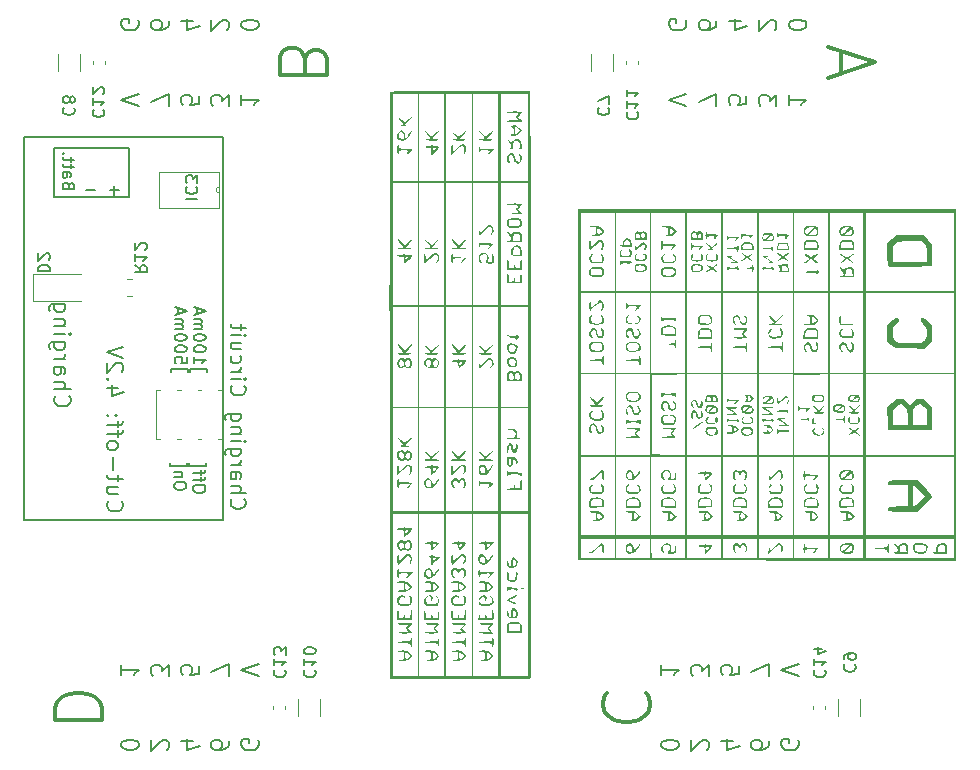
<source format=gbr>
%TF.GenerationSoftware,KiCad,Pcbnew,(6.0.4)*%
%TF.CreationDate,2023-01-10T10:28:08+00:00*%
%TF.ProjectId,il-flatto,696c2d66-6c61-4747-946f-2e6b69636164,rev?*%
%TF.SameCoordinates,Original*%
%TF.FileFunction,Legend,Bot*%
%TF.FilePolarity,Positive*%
%FSLAX46Y46*%
G04 Gerber Fmt 4.6, Leading zero omitted, Abs format (unit mm)*
G04 Created by KiCad (PCBNEW (6.0.4)) date 2023-01-10 10:28:08*
%MOMM*%
%LPD*%
G01*
G04 APERTURE LIST*
%ADD10C,0.150000*%
%ADD11C,0.300000*%
%ADD12C,0.120000*%
G04 APERTURE END LIST*
D10*
X182588988Y-106045000D02*
X165735000Y-106045000D01*
X165735000Y-106045000D02*
X165735000Y-138430000D01*
X165735000Y-138430000D02*
X182588988Y-138430000D01*
X182588988Y-138430000D02*
X182588988Y-106045000D01*
X174625000Y-106962581D02*
X168275000Y-106962581D01*
X168275000Y-106962581D02*
X168275000Y-111125000D01*
X168275000Y-111125000D02*
X174625000Y-111125000D01*
X174625000Y-111125000D02*
X174625000Y-106962581D01*
X175446428Y-157551428D02*
X175446428Y-157408571D01*
X175375000Y-157265714D01*
X175303571Y-157194285D01*
X175160714Y-157122857D01*
X174875000Y-157051428D01*
X174517857Y-157051428D01*
X174232142Y-157122857D01*
X174089285Y-157194285D01*
X174017857Y-157265714D01*
X173946428Y-157408571D01*
X173946428Y-157551428D01*
X174017857Y-157694285D01*
X174089285Y-157765714D01*
X174232142Y-157837142D01*
X174517857Y-157908571D01*
X174875000Y-157908571D01*
X175160714Y-157837142D01*
X175303571Y-157765714D01*
X175375000Y-157694285D01*
X175446428Y-157551428D01*
X219666428Y-150701428D02*
X219666428Y-151558571D01*
X219666428Y-151130000D02*
X221166428Y-151130000D01*
X220952142Y-151272857D01*
X220809285Y-151415714D01*
X220737857Y-151558571D01*
X224341428Y-103370000D02*
X224341428Y-102370000D01*
X222841428Y-103012857D01*
X226381428Y-96234285D02*
X225381428Y-96234285D01*
X226952857Y-96591428D02*
X225881428Y-96948571D01*
X225881428Y-96020000D01*
X177986428Y-96234285D02*
X177986428Y-96520000D01*
X177915000Y-96662857D01*
X177843571Y-96734285D01*
X177629285Y-96877142D01*
X177343571Y-96948571D01*
X176772142Y-96948571D01*
X176629285Y-96877142D01*
X176557857Y-96805714D01*
X176486428Y-96662857D01*
X176486428Y-96377142D01*
X176557857Y-96234285D01*
X176629285Y-96162857D01*
X176772142Y-96091428D01*
X177129285Y-96091428D01*
X177272142Y-96162857D01*
X177343571Y-96234285D01*
X177415000Y-96377142D01*
X177415000Y-96662857D01*
X177343571Y-96805714D01*
X177272142Y-96877142D01*
X177129285Y-96948571D01*
X173946428Y-150701428D02*
X173946428Y-151558571D01*
X173946428Y-151130000D02*
X175446428Y-151130000D01*
X175232142Y-151272857D01*
X175089285Y-151415714D01*
X175017857Y-151558571D01*
X223563571Y-157908571D02*
X223635000Y-157837142D01*
X223706428Y-157694285D01*
X223706428Y-157337142D01*
X223635000Y-157194285D01*
X223563571Y-157122857D01*
X223420714Y-157051428D01*
X223277857Y-157051428D01*
X223063571Y-157122857D01*
X222206428Y-157980000D01*
X222206428Y-157051428D01*
X172855000Y-136843333D02*
X172788333Y-136910000D01*
X172721666Y-137110000D01*
X172721666Y-137243333D01*
X172788333Y-137443333D01*
X172921666Y-137576666D01*
X173055000Y-137643333D01*
X173321666Y-137710000D01*
X173521666Y-137710000D01*
X173788333Y-137643333D01*
X173921666Y-137576666D01*
X174055000Y-137443333D01*
X174121666Y-137243333D01*
X174121666Y-137110000D01*
X174055000Y-136910000D01*
X173988333Y-136843333D01*
X173655000Y-135643333D02*
X172721666Y-135643333D01*
X173655000Y-136243333D02*
X172921666Y-136243333D01*
X172788333Y-136176666D01*
X172721666Y-136043333D01*
X172721666Y-135843333D01*
X172788333Y-135710000D01*
X172855000Y-135643333D01*
X173655000Y-135176666D02*
X173655000Y-134643333D01*
X174121666Y-134976666D02*
X172921666Y-134976666D01*
X172788333Y-134910000D01*
X172721666Y-134776666D01*
X172721666Y-134643333D01*
X173255000Y-134176666D02*
X173255000Y-133110000D01*
X172721666Y-132243333D02*
X172788333Y-132376666D01*
X172855000Y-132443333D01*
X172988333Y-132510000D01*
X173388333Y-132510000D01*
X173521666Y-132443333D01*
X173588333Y-132376666D01*
X173655000Y-132243333D01*
X173655000Y-132043333D01*
X173588333Y-131910000D01*
X173521666Y-131843333D01*
X173388333Y-131776666D01*
X172988333Y-131776666D01*
X172855000Y-131843333D01*
X172788333Y-131910000D01*
X172721666Y-132043333D01*
X172721666Y-132243333D01*
X173655000Y-131376666D02*
X173655000Y-130843333D01*
X172721666Y-131176666D02*
X173921666Y-131176666D01*
X174055000Y-131110000D01*
X174121666Y-130976666D01*
X174121666Y-130843333D01*
X173655000Y-130576666D02*
X173655000Y-130043333D01*
X172721666Y-130376666D02*
X173921666Y-130376666D01*
X174055000Y-130310000D01*
X174121666Y-130176666D01*
X174121666Y-130043333D01*
X172855000Y-129576666D02*
X172788333Y-129510000D01*
X172721666Y-129576666D01*
X172788333Y-129643333D01*
X172855000Y-129576666D01*
X172721666Y-129576666D01*
X173588333Y-129576666D02*
X173521666Y-129510000D01*
X173455000Y-129576666D01*
X173521666Y-129643333D01*
X173588333Y-129576666D01*
X173455000Y-129576666D01*
X173655000Y-127243333D02*
X172721666Y-127243333D01*
X174188333Y-127576666D02*
X173188333Y-127910000D01*
X173188333Y-127043333D01*
X172855000Y-126510000D02*
X172788333Y-126443333D01*
X172721666Y-126510000D01*
X172788333Y-126576666D01*
X172855000Y-126510000D01*
X172721666Y-126510000D01*
X173988333Y-125910000D02*
X174055000Y-125843333D01*
X174121666Y-125710000D01*
X174121666Y-125376666D01*
X174055000Y-125243333D01*
X173988333Y-125176666D01*
X173855000Y-125110000D01*
X173721666Y-125110000D01*
X173521666Y-125176666D01*
X172721666Y-125976666D01*
X172721666Y-125110000D01*
X174121666Y-124710000D02*
X172721666Y-124243333D01*
X174121666Y-123776666D01*
X168410000Y-127960000D02*
X168343333Y-128026666D01*
X168276666Y-128226666D01*
X168276666Y-128360000D01*
X168343333Y-128560000D01*
X168476666Y-128693333D01*
X168610000Y-128760000D01*
X168876666Y-128826666D01*
X169076666Y-128826666D01*
X169343333Y-128760000D01*
X169476666Y-128693333D01*
X169610000Y-128560000D01*
X169676666Y-128360000D01*
X169676666Y-128226666D01*
X169610000Y-128026666D01*
X169543333Y-127960000D01*
X168276666Y-127360000D02*
X169676666Y-127360000D01*
X168276666Y-126760000D02*
X169010000Y-126760000D01*
X169143333Y-126826666D01*
X169210000Y-126960000D01*
X169210000Y-127160000D01*
X169143333Y-127293333D01*
X169076666Y-127360000D01*
X168276666Y-125493333D02*
X169010000Y-125493333D01*
X169143333Y-125560000D01*
X169210000Y-125693333D01*
X169210000Y-125960000D01*
X169143333Y-126093333D01*
X168343333Y-125493333D02*
X168276666Y-125626666D01*
X168276666Y-125960000D01*
X168343333Y-126093333D01*
X168476666Y-126160000D01*
X168610000Y-126160000D01*
X168743333Y-126093333D01*
X168810000Y-125960000D01*
X168810000Y-125626666D01*
X168876666Y-125493333D01*
X168276666Y-124826666D02*
X169210000Y-124826666D01*
X168943333Y-124826666D02*
X169076666Y-124760000D01*
X169143333Y-124693333D01*
X169210000Y-124560000D01*
X169210000Y-124426666D01*
X169210000Y-123360000D02*
X168076666Y-123360000D01*
X167943333Y-123426666D01*
X167876666Y-123493333D01*
X167810000Y-123626666D01*
X167810000Y-123826666D01*
X167876666Y-123960000D01*
X168343333Y-123360000D02*
X168276666Y-123493333D01*
X168276666Y-123760000D01*
X168343333Y-123893333D01*
X168410000Y-123960000D01*
X168543333Y-124026666D01*
X168943333Y-124026666D01*
X169076666Y-123960000D01*
X169143333Y-123893333D01*
X169210000Y-123760000D01*
X169210000Y-123493333D01*
X169143333Y-123360000D01*
X168276666Y-122693333D02*
X169210000Y-122693333D01*
X169676666Y-122693333D02*
X169610000Y-122760000D01*
X169543333Y-122693333D01*
X169610000Y-122626666D01*
X169676666Y-122693333D01*
X169543333Y-122693333D01*
X169210000Y-122026666D02*
X168276666Y-122026666D01*
X169076666Y-122026666D02*
X169143333Y-121960000D01*
X169210000Y-121826666D01*
X169210000Y-121626666D01*
X169143333Y-121493333D01*
X169010000Y-121426666D01*
X168276666Y-121426666D01*
X169210000Y-120160000D02*
X168076666Y-120160000D01*
X167943333Y-120226666D01*
X167876666Y-120293333D01*
X167810000Y-120426666D01*
X167810000Y-120626666D01*
X167876666Y-120760000D01*
X168343333Y-120160000D02*
X168276666Y-120293333D01*
X168276666Y-120560000D01*
X168343333Y-120693333D01*
X168410000Y-120760000D01*
X168543333Y-120826666D01*
X168943333Y-120826666D01*
X169076666Y-120760000D01*
X169143333Y-120693333D01*
X169210000Y-120560000D01*
X169210000Y-120293333D01*
X169143333Y-120160000D01*
X185535000Y-157087142D02*
X185606428Y-157230000D01*
X185606428Y-157444285D01*
X185535000Y-157658571D01*
X185392142Y-157801428D01*
X185249285Y-157872857D01*
X184963571Y-157944285D01*
X184749285Y-157944285D01*
X184463571Y-157872857D01*
X184320714Y-157801428D01*
X184177857Y-157658571D01*
X184106428Y-157444285D01*
X184106428Y-157301428D01*
X184177857Y-157087142D01*
X184249285Y-157015714D01*
X184749285Y-157015714D01*
X184749285Y-157301428D01*
X183326517Y-136671076D02*
X183264612Y-136732981D01*
X183202707Y-136918695D01*
X183202707Y-137042504D01*
X183264612Y-137228219D01*
X183388422Y-137352028D01*
X183512231Y-137413933D01*
X183759850Y-137475838D01*
X183945564Y-137475838D01*
X184193183Y-137413933D01*
X184316993Y-137352028D01*
X184440803Y-137228219D01*
X184502707Y-137042504D01*
X184502707Y-136918695D01*
X184440803Y-136732981D01*
X184378898Y-136671076D01*
X183202707Y-136113933D02*
X184502707Y-136113933D01*
X183202707Y-135556790D02*
X183883660Y-135556790D01*
X184007469Y-135618695D01*
X184069374Y-135742504D01*
X184069374Y-135928219D01*
X184007469Y-136052028D01*
X183945564Y-136113933D01*
X183202707Y-134380600D02*
X183883660Y-134380600D01*
X184007469Y-134442504D01*
X184069374Y-134566314D01*
X184069374Y-134813933D01*
X184007469Y-134937743D01*
X183264612Y-134380600D02*
X183202707Y-134504409D01*
X183202707Y-134813933D01*
X183264612Y-134937743D01*
X183388422Y-134999647D01*
X183512231Y-134999647D01*
X183636041Y-134937743D01*
X183697945Y-134813933D01*
X183697945Y-134504409D01*
X183759850Y-134380600D01*
X183202707Y-133761552D02*
X184069374Y-133761552D01*
X183821755Y-133761552D02*
X183945564Y-133699647D01*
X184007469Y-133637743D01*
X184069374Y-133513933D01*
X184069374Y-133390123D01*
X184069374Y-132399647D02*
X183016993Y-132399647D01*
X182893183Y-132461552D01*
X182831279Y-132523457D01*
X182769374Y-132647266D01*
X182769374Y-132832981D01*
X182831279Y-132956790D01*
X183264612Y-132399647D02*
X183202707Y-132523457D01*
X183202707Y-132771076D01*
X183264612Y-132894885D01*
X183326517Y-132956790D01*
X183450326Y-133018695D01*
X183821755Y-133018695D01*
X183945564Y-132956790D01*
X184007469Y-132894885D01*
X184069374Y-132771076D01*
X184069374Y-132523457D01*
X184007469Y-132399647D01*
X183202707Y-131780600D02*
X184069374Y-131780600D01*
X184502707Y-131780600D02*
X184440803Y-131842504D01*
X184378898Y-131780600D01*
X184440803Y-131718695D01*
X184502707Y-131780600D01*
X184378898Y-131780600D01*
X184069374Y-131161552D02*
X183202707Y-131161552D01*
X183945564Y-131161552D02*
X184007469Y-131099647D01*
X184069374Y-130975838D01*
X184069374Y-130790123D01*
X184007469Y-130666314D01*
X183883660Y-130604409D01*
X183202707Y-130604409D01*
X184069374Y-129428219D02*
X183016993Y-129428219D01*
X182893183Y-129490123D01*
X182831279Y-129552028D01*
X182769374Y-129675838D01*
X182769374Y-129861552D01*
X182831279Y-129985362D01*
X183264612Y-129428219D02*
X183202707Y-129552028D01*
X183202707Y-129799647D01*
X183264612Y-129923457D01*
X183326517Y-129985362D01*
X183450326Y-130047266D01*
X183821755Y-130047266D01*
X183945564Y-129985362D01*
X184007469Y-129923457D01*
X184069374Y-129799647D01*
X184069374Y-129552028D01*
X184007469Y-129428219D01*
X183326517Y-127075838D02*
X183264612Y-127137743D01*
X183202707Y-127323457D01*
X183202707Y-127447266D01*
X183264612Y-127632981D01*
X183388422Y-127756790D01*
X183512231Y-127818695D01*
X183759850Y-127880600D01*
X183945564Y-127880600D01*
X184193183Y-127818695D01*
X184316993Y-127756790D01*
X184440803Y-127632981D01*
X184502707Y-127447266D01*
X184502707Y-127323457D01*
X184440803Y-127137743D01*
X184378898Y-127075838D01*
X183202707Y-126518695D02*
X184069374Y-126518695D01*
X184502707Y-126518695D02*
X184440803Y-126580600D01*
X184378898Y-126518695D01*
X184440803Y-126456790D01*
X184502707Y-126518695D01*
X184378898Y-126518695D01*
X183202707Y-125899647D02*
X184069374Y-125899647D01*
X183821755Y-125899647D02*
X183945564Y-125837743D01*
X184007469Y-125775838D01*
X184069374Y-125652028D01*
X184069374Y-125528219D01*
X183264612Y-124537743D02*
X183202707Y-124661552D01*
X183202707Y-124909171D01*
X183264612Y-125032981D01*
X183326517Y-125094885D01*
X183450326Y-125156790D01*
X183821755Y-125156790D01*
X183945564Y-125094885D01*
X184007469Y-125032981D01*
X184069374Y-124909171D01*
X184069374Y-124661552D01*
X184007469Y-124537743D01*
X184069374Y-123423457D02*
X183202707Y-123423457D01*
X184069374Y-123980600D02*
X183388422Y-123980600D01*
X183264612Y-123918695D01*
X183202707Y-123794885D01*
X183202707Y-123609171D01*
X183264612Y-123485362D01*
X183326517Y-123423457D01*
X183202707Y-122804409D02*
X184069374Y-122804409D01*
X184502707Y-122804409D02*
X184440803Y-122866314D01*
X184378898Y-122804409D01*
X184440803Y-122742504D01*
X184502707Y-122804409D01*
X184378898Y-122804409D01*
X184069374Y-122371076D02*
X184069374Y-121875838D01*
X184502707Y-122185362D02*
X183388422Y-122185362D01*
X183264612Y-122123457D01*
X183202707Y-121999647D01*
X183202707Y-121875838D01*
X184106428Y-102441428D02*
X184106428Y-103298571D01*
X184106428Y-102870000D02*
X185606428Y-102870000D01*
X185392142Y-103012857D01*
X185249285Y-103155714D01*
X185177857Y-103298571D01*
X230461428Y-102441428D02*
X230461428Y-103298571D01*
X230461428Y-102870000D02*
X231961428Y-102870000D01*
X231747142Y-103012857D01*
X231604285Y-103155714D01*
X231532857Y-103298571D01*
X221166428Y-157551428D02*
X221166428Y-157408571D01*
X221095000Y-157265714D01*
X221023571Y-157194285D01*
X220880714Y-157122857D01*
X220595000Y-157051428D01*
X220237857Y-157051428D01*
X219952142Y-157122857D01*
X219809285Y-157194285D01*
X219737857Y-157265714D01*
X219666428Y-157408571D01*
X219666428Y-157551428D01*
X219737857Y-157694285D01*
X219809285Y-157765714D01*
X219952142Y-157837142D01*
X220237857Y-157908571D01*
X220595000Y-157908571D01*
X220880714Y-157837142D01*
X221023571Y-157765714D01*
X221095000Y-157694285D01*
X221166428Y-157551428D01*
X225746428Y-157194285D02*
X224746428Y-157194285D01*
X226317857Y-157551428D02*
X225246428Y-157908571D01*
X225246428Y-156980000D01*
X180026428Y-157194285D02*
X179026428Y-157194285D01*
X180597857Y-157551428D02*
X179526428Y-157908571D01*
X179526428Y-156980000D01*
X221730000Y-96127142D02*
X221801428Y-96270000D01*
X221801428Y-96484285D01*
X221730000Y-96698571D01*
X221587142Y-96841428D01*
X221444285Y-96912857D01*
X221158571Y-96984285D01*
X220944285Y-96984285D01*
X220658571Y-96912857D01*
X220515714Y-96841428D01*
X220372857Y-96698571D01*
X220301428Y-96484285D01*
X220301428Y-96341428D01*
X220372857Y-96127142D01*
X220444285Y-96055714D01*
X220944285Y-96055714D01*
X220944285Y-96341428D01*
X226881428Y-102512857D02*
X226881428Y-103227142D01*
X226167142Y-103298571D01*
X226238571Y-103227142D01*
X226310000Y-103084285D01*
X226310000Y-102727142D01*
X226238571Y-102584285D01*
X226167142Y-102512857D01*
X226024285Y-102441428D01*
X225667142Y-102441428D01*
X225524285Y-102512857D01*
X225452857Y-102584285D01*
X225381428Y-102727142D01*
X225381428Y-103084285D01*
X225452857Y-103227142D01*
X225524285Y-103298571D01*
X185606428Y-96591428D02*
X185606428Y-96448571D01*
X185535000Y-96305714D01*
X185463571Y-96234285D01*
X185320714Y-96162857D01*
X185035000Y-96091428D01*
X184677857Y-96091428D01*
X184392142Y-96162857D01*
X184249285Y-96234285D01*
X184177857Y-96305714D01*
X184106428Y-96448571D01*
X184106428Y-96591428D01*
X184177857Y-96734285D01*
X184249285Y-96805714D01*
X184392142Y-96877142D01*
X184677857Y-96948571D01*
X185035000Y-96948571D01*
X185320714Y-96877142D01*
X185463571Y-96805714D01*
X185535000Y-96734285D01*
X185606428Y-96591428D01*
X182923571Y-96948571D02*
X182995000Y-96877142D01*
X183066428Y-96734285D01*
X183066428Y-96377142D01*
X182995000Y-96234285D01*
X182923571Y-96162857D01*
X182780714Y-96091428D01*
X182637857Y-96091428D01*
X182423571Y-96162857D01*
X181566428Y-97020000D01*
X181566428Y-96091428D01*
X175446428Y-103370000D02*
X173946428Y-102870000D01*
X175446428Y-102370000D01*
X180026428Y-96234285D02*
X179026428Y-96234285D01*
X180597857Y-96591428D02*
X179526428Y-96948571D01*
X179526428Y-96020000D01*
X185606428Y-151630000D02*
X184106428Y-151130000D01*
X185606428Y-150630000D01*
X231255000Y-157087142D02*
X231326428Y-157230000D01*
X231326428Y-157444285D01*
X231255000Y-157658571D01*
X231112142Y-157801428D01*
X230969285Y-157872857D01*
X230683571Y-157944285D01*
X230469285Y-157944285D01*
X230183571Y-157872857D01*
X230040714Y-157801428D01*
X229897857Y-157658571D01*
X229826428Y-157444285D01*
X229826428Y-157301428D01*
X229897857Y-157087142D01*
X229969285Y-157015714D01*
X230469285Y-157015714D01*
X230469285Y-157301428D01*
X226246428Y-150772857D02*
X226246428Y-151487142D01*
X225532142Y-151558571D01*
X225603571Y-151487142D01*
X225675000Y-151344285D01*
X225675000Y-150987142D01*
X225603571Y-150844285D01*
X225532142Y-150772857D01*
X225389285Y-150701428D01*
X225032142Y-150701428D01*
X224889285Y-150772857D01*
X224817857Y-150844285D01*
X224746428Y-150987142D01*
X224746428Y-151344285D01*
X224817857Y-151487142D01*
X224889285Y-151558571D01*
X231326428Y-151630000D02*
X229826428Y-151130000D01*
X231326428Y-150630000D01*
D11*
X189478301Y-99399725D02*
X189287825Y-98828297D01*
X189097348Y-98637820D01*
X188716396Y-98447344D01*
X188144967Y-98447344D01*
X187764015Y-98637820D01*
X187573539Y-98828297D01*
X187383063Y-99209249D01*
X187383063Y-100733059D01*
X191383063Y-100733059D01*
X191383063Y-99399725D01*
X191192587Y-99018773D01*
X191002110Y-98828297D01*
X190621158Y-98637820D01*
X190240206Y-98637820D01*
X189859253Y-98828297D01*
X189668777Y-99018773D01*
X189478301Y-99399725D01*
X189478301Y-100733059D01*
D10*
X229421428Y-103370000D02*
X229421428Y-102441428D01*
X228850000Y-102941428D01*
X228850000Y-102727142D01*
X228778571Y-102584285D01*
X228707142Y-102512857D01*
X228564285Y-102441428D01*
X228207142Y-102441428D01*
X228064285Y-102512857D01*
X227992857Y-102584285D01*
X227921428Y-102727142D01*
X227921428Y-103155714D01*
X227992857Y-103298571D01*
X228064285Y-103370000D01*
X175375000Y-96127142D02*
X175446428Y-96270000D01*
X175446428Y-96484285D01*
X175375000Y-96698571D01*
X175232142Y-96841428D01*
X175089285Y-96912857D01*
X174803571Y-96984285D01*
X174589285Y-96984285D01*
X174303571Y-96912857D01*
X174160714Y-96841428D01*
X174017857Y-96698571D01*
X173946428Y-96484285D01*
X173946428Y-96341428D01*
X174017857Y-96127142D01*
X174089285Y-96055714D01*
X174589285Y-96055714D01*
X174589285Y-96341428D01*
X224341428Y-96234285D02*
X224341428Y-96520000D01*
X224270000Y-96662857D01*
X224198571Y-96734285D01*
X223984285Y-96877142D01*
X223698571Y-96948571D01*
X223127142Y-96948571D01*
X222984285Y-96877142D01*
X222912857Y-96805714D01*
X222841428Y-96662857D01*
X222841428Y-96377142D01*
X222912857Y-96234285D01*
X222984285Y-96162857D01*
X223127142Y-96091428D01*
X223484285Y-96091428D01*
X223627142Y-96162857D01*
X223698571Y-96234285D01*
X223770000Y-96377142D01*
X223770000Y-96662857D01*
X223698571Y-96805714D01*
X223627142Y-96877142D01*
X223484285Y-96948571D01*
X180526428Y-150772857D02*
X180526428Y-151487142D01*
X179812142Y-151558571D01*
X179883571Y-151487142D01*
X179955000Y-151344285D01*
X179955000Y-150987142D01*
X179883571Y-150844285D01*
X179812142Y-150772857D01*
X179669285Y-150701428D01*
X179312142Y-150701428D01*
X179169285Y-150772857D01*
X179097857Y-150844285D01*
X179026428Y-150987142D01*
X179026428Y-151344285D01*
X179097857Y-151487142D01*
X179169285Y-151558571D01*
X173745952Y-110536428D02*
X172984047Y-110536428D01*
X173365000Y-110917380D02*
X173365000Y-110155476D01*
X171745952Y-110536428D02*
X170984047Y-110536428D01*
X169511256Y-110106006D02*
X169463637Y-109963149D01*
X169416018Y-109915530D01*
X169320780Y-109867910D01*
X169177923Y-109867910D01*
X169082685Y-109915530D01*
X169035066Y-109963149D01*
X168987447Y-110058387D01*
X168987447Y-110439339D01*
X169987447Y-110439339D01*
X169987447Y-110106006D01*
X169939828Y-110010768D01*
X169892208Y-109963149D01*
X169796970Y-109915530D01*
X169701732Y-109915530D01*
X169606494Y-109963149D01*
X169558875Y-110010768D01*
X169511256Y-110106006D01*
X169511256Y-110439339D01*
X168987447Y-109010768D02*
X169511256Y-109010768D01*
X169606494Y-109058387D01*
X169654113Y-109153625D01*
X169654113Y-109344101D01*
X169606494Y-109439339D01*
X169035066Y-109010768D02*
X168987447Y-109106006D01*
X168987447Y-109344101D01*
X169035066Y-109439339D01*
X169130304Y-109486958D01*
X169225542Y-109486958D01*
X169320780Y-109439339D01*
X169368399Y-109344101D01*
X169368399Y-109106006D01*
X169416018Y-109010768D01*
X169654113Y-108677434D02*
X169654113Y-108296482D01*
X169987447Y-108534577D02*
X169130304Y-108534577D01*
X169035066Y-108486958D01*
X168987447Y-108391720D01*
X168987447Y-108296482D01*
X169654113Y-108106006D02*
X169654113Y-107725053D01*
X169987447Y-107963149D02*
X169130304Y-107963149D01*
X169035066Y-107915530D01*
X168987447Y-107820291D01*
X168987447Y-107725053D01*
X169082685Y-107391720D02*
X169035066Y-107344101D01*
X168987447Y-107391720D01*
X169035066Y-107439339D01*
X169082685Y-107391720D01*
X168987447Y-107391720D01*
X228786428Y-157194285D02*
X228786428Y-157480000D01*
X228715000Y-157622857D01*
X228643571Y-157694285D01*
X228429285Y-157837142D01*
X228143571Y-157908571D01*
X227572142Y-157908571D01*
X227429285Y-157837142D01*
X227357857Y-157765714D01*
X227286428Y-157622857D01*
X227286428Y-157337142D01*
X227357857Y-157194285D01*
X227429285Y-157122857D01*
X227572142Y-157051428D01*
X227929285Y-157051428D01*
X228072142Y-157122857D01*
X228143571Y-157194285D01*
X228215000Y-157337142D01*
X228215000Y-157622857D01*
X228143571Y-157765714D01*
X228072142Y-157837142D01*
X227929285Y-157908571D01*
X228786428Y-151630000D02*
X228786428Y-150630000D01*
X227286428Y-151272857D01*
X229278571Y-96948571D02*
X229350000Y-96877142D01*
X229421428Y-96734285D01*
X229421428Y-96377142D01*
X229350000Y-96234285D01*
X229278571Y-96162857D01*
X229135714Y-96091428D01*
X228992857Y-96091428D01*
X228778571Y-96162857D01*
X227921428Y-97020000D01*
X227921428Y-96091428D01*
D11*
X168333063Y-155343059D02*
X172333063Y-155343059D01*
X172333063Y-154390678D01*
X172142587Y-153819249D01*
X171761634Y-153438297D01*
X171380682Y-153247820D01*
X170618777Y-153057344D01*
X170047348Y-153057344D01*
X169285444Y-153247820D01*
X168904491Y-153438297D01*
X168523539Y-153819249D01*
X168333063Y-154390678D01*
X168333063Y-155343059D01*
D10*
X223706428Y-151630000D02*
X223706428Y-150701428D01*
X223135000Y-151201428D01*
X223135000Y-150987142D01*
X223063571Y-150844285D01*
X222992142Y-150772857D01*
X222849285Y-150701428D01*
X222492142Y-150701428D01*
X222349285Y-150772857D01*
X222277857Y-150844285D01*
X222206428Y-150987142D01*
X222206428Y-151415714D01*
X222277857Y-151558571D01*
X222349285Y-151630000D01*
X183066428Y-151630000D02*
X183066428Y-150630000D01*
X181566428Y-151272857D01*
X177843571Y-157908571D02*
X177915000Y-157837142D01*
X177986428Y-157694285D01*
X177986428Y-157337142D01*
X177915000Y-157194285D01*
X177843571Y-157122857D01*
X177700714Y-157051428D01*
X177557857Y-157051428D01*
X177343571Y-157122857D01*
X176486428Y-157980000D01*
X176486428Y-157051428D01*
D11*
X234918333Y-100647380D02*
X234918333Y-98742619D01*
X233775476Y-101028333D02*
X237775476Y-99695000D01*
X233775476Y-98361666D01*
D10*
X221801428Y-103370000D02*
X220301428Y-102870000D01*
X221801428Y-102370000D01*
X177986428Y-151630000D02*
X177986428Y-150701428D01*
X177415000Y-151201428D01*
X177415000Y-150987142D01*
X177343571Y-150844285D01*
X177272142Y-150772857D01*
X177129285Y-150701428D01*
X176772142Y-150701428D01*
X176629285Y-150772857D01*
X176557857Y-150844285D01*
X176486428Y-150987142D01*
X176486428Y-151415714D01*
X176557857Y-151558571D01*
X176629285Y-151630000D01*
X183066428Y-157194285D02*
X183066428Y-157480000D01*
X182995000Y-157622857D01*
X182923571Y-157694285D01*
X182709285Y-157837142D01*
X182423571Y-157908571D01*
X181852142Y-157908571D01*
X181709285Y-157837142D01*
X181637857Y-157765714D01*
X181566428Y-157622857D01*
X181566428Y-157337142D01*
X181637857Y-157194285D01*
X181709285Y-157122857D01*
X181852142Y-157051428D01*
X182209285Y-157051428D01*
X182352142Y-157122857D01*
X182423571Y-157194285D01*
X182495000Y-157337142D01*
X182495000Y-157622857D01*
X182423571Y-157765714D01*
X182352142Y-157837142D01*
X182209285Y-157908571D01*
D11*
X215106428Y-153066904D02*
X214915952Y-153257380D01*
X214725476Y-153828809D01*
X214725476Y-154209761D01*
X214915952Y-154781190D01*
X215296904Y-155162142D01*
X215677857Y-155352619D01*
X216439761Y-155543095D01*
X217011190Y-155543095D01*
X217773095Y-155352619D01*
X218154047Y-155162142D01*
X218535000Y-154781190D01*
X218725476Y-154209761D01*
X218725476Y-153828809D01*
X218535000Y-153257380D01*
X218344523Y-153066904D01*
D10*
X180526428Y-102512857D02*
X180526428Y-103227142D01*
X179812142Y-103298571D01*
X179883571Y-103227142D01*
X179955000Y-103084285D01*
X179955000Y-102727142D01*
X179883571Y-102584285D01*
X179812142Y-102512857D01*
X179669285Y-102441428D01*
X179312142Y-102441428D01*
X179169285Y-102512857D01*
X179097857Y-102584285D01*
X179026428Y-102727142D01*
X179026428Y-103084285D01*
X179097857Y-103227142D01*
X179169285Y-103298571D01*
X181057619Y-135876071D02*
X181057619Y-135685595D01*
X181010000Y-135590357D01*
X180914761Y-135495119D01*
X180724285Y-135447500D01*
X180390952Y-135447500D01*
X180200476Y-135495119D01*
X180105238Y-135590357D01*
X180057619Y-135685595D01*
X180057619Y-135876071D01*
X180105238Y-135971309D01*
X180200476Y-136066547D01*
X180390952Y-136114166D01*
X180724285Y-136114166D01*
X180914761Y-136066547D01*
X181010000Y-135971309D01*
X181057619Y-135876071D01*
X180724285Y-135161785D02*
X180724285Y-134780833D01*
X180057619Y-135018928D02*
X180914761Y-135018928D01*
X181010000Y-134971309D01*
X181057619Y-134876071D01*
X181057619Y-134780833D01*
X180724285Y-134590357D02*
X180724285Y-134209404D01*
X180057619Y-134447500D02*
X180914761Y-134447500D01*
X181010000Y-134399880D01*
X181057619Y-134304642D01*
X181057619Y-134209404D01*
X179724285Y-133590357D02*
X179724285Y-133828452D01*
X181152857Y-133828452D01*
X181152857Y-133590357D01*
X179447619Y-135637976D02*
X179447619Y-135447500D01*
X179400000Y-135352261D01*
X179304761Y-135257023D01*
X179114285Y-135209404D01*
X178780952Y-135209404D01*
X178590476Y-135257023D01*
X178495238Y-135352261D01*
X178447619Y-135447500D01*
X178447619Y-135637976D01*
X178495238Y-135733214D01*
X178590476Y-135828452D01*
X178780952Y-135876071D01*
X179114285Y-135876071D01*
X179304761Y-135828452D01*
X179400000Y-135733214D01*
X179447619Y-135637976D01*
X179114285Y-134780833D02*
X178447619Y-134780833D01*
X179019047Y-134780833D02*
X179066666Y-134733214D01*
X179114285Y-134637976D01*
X179114285Y-134495119D01*
X179066666Y-134399880D01*
X178971428Y-134352261D01*
X178447619Y-134352261D01*
X178114285Y-133590357D02*
X178114285Y-133828452D01*
X179542857Y-133828452D01*
X179542857Y-133590357D01*
X183066428Y-103370000D02*
X183066428Y-102441428D01*
X182495000Y-102941428D01*
X182495000Y-102727142D01*
X182423571Y-102584285D01*
X182352142Y-102512857D01*
X182209285Y-102441428D01*
X181852142Y-102441428D01*
X181709285Y-102512857D01*
X181637857Y-102584285D01*
X181566428Y-102727142D01*
X181566428Y-103155714D01*
X181637857Y-103298571D01*
X181709285Y-103370000D01*
X231961428Y-96591428D02*
X231961428Y-96448571D01*
X231890000Y-96305714D01*
X231818571Y-96234285D01*
X231675714Y-96162857D01*
X231390000Y-96091428D01*
X231032857Y-96091428D01*
X230747142Y-96162857D01*
X230604285Y-96234285D01*
X230532857Y-96305714D01*
X230461428Y-96448571D01*
X230461428Y-96591428D01*
X230532857Y-96734285D01*
X230604285Y-96805714D01*
X230747142Y-96877142D01*
X231032857Y-96948571D01*
X231390000Y-96948571D01*
X231675714Y-96877142D01*
X231818571Y-96805714D01*
X231890000Y-96734285D01*
X231961428Y-96591428D01*
X179759049Y-125904285D02*
X179759049Y-125666190D01*
X181187621Y-125666190D01*
X181187621Y-125904285D01*
X180092383Y-124618571D02*
X180092383Y-125190000D01*
X180092383Y-124904285D02*
X181092383Y-124904285D01*
X180949525Y-124999523D01*
X180854287Y-125094761D01*
X180806668Y-125190000D01*
X181092383Y-123999523D02*
X181092383Y-123904285D01*
X181044764Y-123809047D01*
X180997144Y-123761428D01*
X180901906Y-123713809D01*
X180711430Y-123666190D01*
X180473335Y-123666190D01*
X180282859Y-123713809D01*
X180187621Y-123761428D01*
X180140002Y-123809047D01*
X180092383Y-123904285D01*
X180092383Y-123999523D01*
X180140002Y-124094761D01*
X180187621Y-124142380D01*
X180282859Y-124190000D01*
X180473335Y-124237619D01*
X180711430Y-124237619D01*
X180901906Y-124190000D01*
X180997144Y-124142380D01*
X181044764Y-124094761D01*
X181092383Y-123999523D01*
X181092383Y-123047142D02*
X181092383Y-122951904D01*
X181044764Y-122856666D01*
X180997144Y-122809047D01*
X180901906Y-122761428D01*
X180711430Y-122713809D01*
X180473335Y-122713809D01*
X180282859Y-122761428D01*
X180187621Y-122809047D01*
X180140002Y-122856666D01*
X180092383Y-122951904D01*
X180092383Y-123047142D01*
X180140002Y-123142380D01*
X180187621Y-123190000D01*
X180282859Y-123237619D01*
X180473335Y-123285238D01*
X180711430Y-123285238D01*
X180901906Y-123237619D01*
X180997144Y-123190000D01*
X181044764Y-123142380D01*
X181092383Y-123047142D01*
X180092383Y-122285238D02*
X180759049Y-122285238D01*
X180663811Y-122285238D02*
X180711430Y-122237619D01*
X180759049Y-122142380D01*
X180759049Y-121999523D01*
X180711430Y-121904285D01*
X180616192Y-121856666D01*
X180092383Y-121856666D01*
X180616192Y-121856666D02*
X180711430Y-121809047D01*
X180759049Y-121713809D01*
X180759049Y-121570952D01*
X180711430Y-121475714D01*
X180616192Y-121428095D01*
X180092383Y-121428095D01*
X180378097Y-120999523D02*
X180378097Y-120523333D01*
X180092383Y-121094761D02*
X181092383Y-120761428D01*
X180092383Y-120428095D01*
X178149049Y-125904285D02*
X178149049Y-125666190D01*
X179577621Y-125666190D01*
X179577621Y-125904285D01*
X179482383Y-124666190D02*
X179482383Y-125142380D01*
X179006192Y-125190000D01*
X179053811Y-125142380D01*
X179101430Y-125047142D01*
X179101430Y-124809047D01*
X179053811Y-124713809D01*
X179006192Y-124666190D01*
X178910954Y-124618571D01*
X178672859Y-124618571D01*
X178577621Y-124666190D01*
X178530002Y-124713809D01*
X178482383Y-124809047D01*
X178482383Y-125047142D01*
X178530002Y-125142380D01*
X178577621Y-125190000D01*
X179482383Y-123999523D02*
X179482383Y-123904285D01*
X179434764Y-123809047D01*
X179387144Y-123761428D01*
X179291906Y-123713809D01*
X179101430Y-123666190D01*
X178863335Y-123666190D01*
X178672859Y-123713809D01*
X178577621Y-123761428D01*
X178530002Y-123809047D01*
X178482383Y-123904285D01*
X178482383Y-123999523D01*
X178530002Y-124094761D01*
X178577621Y-124142380D01*
X178672859Y-124190000D01*
X178863335Y-124237619D01*
X179101430Y-124237619D01*
X179291906Y-124190000D01*
X179387144Y-124142380D01*
X179434764Y-124094761D01*
X179482383Y-123999523D01*
X179482383Y-123047142D02*
X179482383Y-122951904D01*
X179434764Y-122856666D01*
X179387144Y-122809047D01*
X179291906Y-122761428D01*
X179101430Y-122713809D01*
X178863335Y-122713809D01*
X178672859Y-122761428D01*
X178577621Y-122809047D01*
X178530002Y-122856666D01*
X178482383Y-122951904D01*
X178482383Y-123047142D01*
X178530002Y-123142380D01*
X178577621Y-123190000D01*
X178672859Y-123237619D01*
X178863335Y-123285238D01*
X179101430Y-123285238D01*
X179291906Y-123237619D01*
X179387144Y-123190000D01*
X179434764Y-123142380D01*
X179482383Y-123047142D01*
X178482383Y-122285238D02*
X179149049Y-122285238D01*
X179053811Y-122285238D02*
X179101430Y-122237619D01*
X179149049Y-122142380D01*
X179149049Y-121999523D01*
X179101430Y-121904285D01*
X179006192Y-121856666D01*
X178482383Y-121856666D01*
X179006192Y-121856666D02*
X179101430Y-121809047D01*
X179149049Y-121713809D01*
X179149049Y-121570952D01*
X179101430Y-121475714D01*
X179006192Y-121428095D01*
X178482383Y-121428095D01*
X178768097Y-120999523D02*
X178768097Y-120523333D01*
X178482383Y-121094761D02*
X179482383Y-120761428D01*
X178482383Y-120428095D01*
X177986428Y-103370000D02*
X177986428Y-102370000D01*
X176486428Y-103012857D01*
%TO.C,C13*%
X186967857Y-151137857D02*
X186920238Y-151185476D01*
X186872619Y-151328333D01*
X186872619Y-151423571D01*
X186920238Y-151566428D01*
X187015476Y-151661666D01*
X187110714Y-151709285D01*
X187301190Y-151756904D01*
X187444047Y-151756904D01*
X187634523Y-151709285D01*
X187729761Y-151661666D01*
X187825000Y-151566428D01*
X187872619Y-151423571D01*
X187872619Y-151328333D01*
X187825000Y-151185476D01*
X187777380Y-151137857D01*
X186872619Y-150185476D02*
X186872619Y-150756904D01*
X186872619Y-150471190D02*
X187872619Y-150471190D01*
X187729761Y-150566428D01*
X187634523Y-150661666D01*
X187586904Y-150756904D01*
X187872619Y-149852142D02*
X187872619Y-149233095D01*
X187491666Y-149566428D01*
X187491666Y-149423571D01*
X187444047Y-149328333D01*
X187396428Y-149280714D01*
X187301190Y-149233095D01*
X187063095Y-149233095D01*
X186967857Y-149280714D01*
X186920238Y-149328333D01*
X186872619Y-149423571D01*
X186872619Y-149709285D01*
X186920238Y-149804523D01*
X186967857Y-149852142D01*
%TO.C,C14*%
X232687857Y-151137857D02*
X232640238Y-151185476D01*
X232592619Y-151328333D01*
X232592619Y-151423571D01*
X232640238Y-151566428D01*
X232735476Y-151661666D01*
X232830714Y-151709285D01*
X233021190Y-151756904D01*
X233164047Y-151756904D01*
X233354523Y-151709285D01*
X233449761Y-151661666D01*
X233545000Y-151566428D01*
X233592619Y-151423571D01*
X233592619Y-151328333D01*
X233545000Y-151185476D01*
X233497380Y-151137857D01*
X232592619Y-150185476D02*
X232592619Y-150756904D01*
X232592619Y-150471190D02*
X233592619Y-150471190D01*
X233449761Y-150566428D01*
X233354523Y-150661666D01*
X233306904Y-150756904D01*
X233259285Y-149328333D02*
X232592619Y-149328333D01*
X233640238Y-149566428D02*
X232925952Y-149804523D01*
X232925952Y-149185476D01*
%TO.C,D2*%
X166912619Y-117383095D02*
X167912619Y-117383095D01*
X167912619Y-117145000D01*
X167865000Y-117002142D01*
X167769761Y-116906904D01*
X167674523Y-116859285D01*
X167484047Y-116811666D01*
X167341190Y-116811666D01*
X167150714Y-116859285D01*
X167055476Y-116906904D01*
X166960238Y-117002142D01*
X166912619Y-117145000D01*
X166912619Y-117383095D01*
X167817380Y-116430714D02*
X167865000Y-116383095D01*
X167912619Y-116287857D01*
X167912619Y-116049761D01*
X167865000Y-115954523D01*
X167817380Y-115906904D01*
X167722142Y-115859285D01*
X167626904Y-115859285D01*
X167484047Y-115906904D01*
X166912619Y-116478333D01*
X166912619Y-115859285D01*
%TO.C,C11*%
X216837857Y-103897857D02*
X216790238Y-103945476D01*
X216742619Y-104088333D01*
X216742619Y-104183571D01*
X216790238Y-104326428D01*
X216885476Y-104421666D01*
X216980714Y-104469285D01*
X217171190Y-104516904D01*
X217314047Y-104516904D01*
X217504523Y-104469285D01*
X217599761Y-104421666D01*
X217695000Y-104326428D01*
X217742619Y-104183571D01*
X217742619Y-104088333D01*
X217695000Y-103945476D01*
X217647380Y-103897857D01*
X216742619Y-102945476D02*
X216742619Y-103516904D01*
X216742619Y-103231190D02*
X217742619Y-103231190D01*
X217599761Y-103326428D01*
X217504523Y-103421666D01*
X217456904Y-103516904D01*
X216742619Y-101993095D02*
X216742619Y-102564523D01*
X216742619Y-102278809D02*
X217742619Y-102278809D01*
X217599761Y-102374047D01*
X217504523Y-102469285D01*
X217456904Y-102564523D01*
%TO.C,C12*%
X171617857Y-103697857D02*
X171570238Y-103745476D01*
X171522619Y-103888333D01*
X171522619Y-103983571D01*
X171570238Y-104126428D01*
X171665476Y-104221666D01*
X171760714Y-104269285D01*
X171951190Y-104316904D01*
X172094047Y-104316904D01*
X172284523Y-104269285D01*
X172379761Y-104221666D01*
X172475000Y-104126428D01*
X172522619Y-103983571D01*
X172522619Y-103888333D01*
X172475000Y-103745476D01*
X172427380Y-103697857D01*
X171522619Y-102745476D02*
X171522619Y-103316904D01*
X171522619Y-103031190D02*
X172522619Y-103031190D01*
X172379761Y-103126428D01*
X172284523Y-103221666D01*
X172236904Y-103316904D01*
X172427380Y-102364523D02*
X172475000Y-102316904D01*
X172522619Y-102221666D01*
X172522619Y-101983571D01*
X172475000Y-101888333D01*
X172427380Y-101840714D01*
X172332142Y-101793095D01*
X172236904Y-101793095D01*
X172094047Y-101840714D01*
X171522619Y-102412142D01*
X171522619Y-101793095D01*
%TO.C,C7*%
X214367857Y-103521666D02*
X214320238Y-103569285D01*
X214272619Y-103712142D01*
X214272619Y-103807380D01*
X214320238Y-103950238D01*
X214415476Y-104045476D01*
X214510714Y-104093095D01*
X214701190Y-104140714D01*
X214844047Y-104140714D01*
X215034523Y-104093095D01*
X215129761Y-104045476D01*
X215225000Y-103950238D01*
X215272619Y-103807380D01*
X215272619Y-103712142D01*
X215225000Y-103569285D01*
X215177380Y-103521666D01*
X215272619Y-103188333D02*
X215272619Y-102521666D01*
X214272619Y-102950238D01*
%TO.C,C9*%
X235227857Y-150661666D02*
X235180238Y-150709285D01*
X235132619Y-150852142D01*
X235132619Y-150947380D01*
X235180238Y-151090238D01*
X235275476Y-151185476D01*
X235370714Y-151233095D01*
X235561190Y-151280714D01*
X235704047Y-151280714D01*
X235894523Y-151233095D01*
X235989761Y-151185476D01*
X236085000Y-151090238D01*
X236132619Y-150947380D01*
X236132619Y-150852142D01*
X236085000Y-150709285D01*
X236037380Y-150661666D01*
X235132619Y-150185476D02*
X235132619Y-149995000D01*
X235180238Y-149899761D01*
X235227857Y-149852142D01*
X235370714Y-149756904D01*
X235561190Y-149709285D01*
X235942142Y-149709285D01*
X236037380Y-149756904D01*
X236085000Y-149804523D01*
X236132619Y-149899761D01*
X236132619Y-150090238D01*
X236085000Y-150185476D01*
X236037380Y-150233095D01*
X235942142Y-150280714D01*
X235704047Y-150280714D01*
X235608809Y-150233095D01*
X235561190Y-150185476D01*
X235513571Y-150090238D01*
X235513571Y-149899761D01*
X235561190Y-149804523D01*
X235608809Y-149756904D01*
X235704047Y-149709285D01*
%TO.C,C8*%
X169097857Y-103521666D02*
X169050238Y-103569285D01*
X169002619Y-103712142D01*
X169002619Y-103807380D01*
X169050238Y-103950238D01*
X169145476Y-104045476D01*
X169240714Y-104093095D01*
X169431190Y-104140714D01*
X169574047Y-104140714D01*
X169764523Y-104093095D01*
X169859761Y-104045476D01*
X169955000Y-103950238D01*
X170002619Y-103807380D01*
X170002619Y-103712142D01*
X169955000Y-103569285D01*
X169907380Y-103521666D01*
X169574047Y-102950238D02*
X169621666Y-103045476D01*
X169669285Y-103093095D01*
X169764523Y-103140714D01*
X169812142Y-103140714D01*
X169907380Y-103093095D01*
X169955000Y-103045476D01*
X170002619Y-102950238D01*
X170002619Y-102759761D01*
X169955000Y-102664523D01*
X169907380Y-102616904D01*
X169812142Y-102569285D01*
X169764523Y-102569285D01*
X169669285Y-102616904D01*
X169621666Y-102664523D01*
X169574047Y-102759761D01*
X169574047Y-102950238D01*
X169526428Y-103045476D01*
X169478809Y-103093095D01*
X169383571Y-103140714D01*
X169193095Y-103140714D01*
X169097857Y-103093095D01*
X169050238Y-103045476D01*
X169002619Y-102950238D01*
X169002619Y-102759761D01*
X169050238Y-102664523D01*
X169097857Y-102616904D01*
X169193095Y-102569285D01*
X169383571Y-102569285D01*
X169478809Y-102616904D01*
X169526428Y-102664523D01*
X169574047Y-102759761D01*
%TO.C,C10*%
X189507857Y-151137857D02*
X189460238Y-151185476D01*
X189412619Y-151328333D01*
X189412619Y-151423571D01*
X189460238Y-151566428D01*
X189555476Y-151661666D01*
X189650714Y-151709285D01*
X189841190Y-151756904D01*
X189984047Y-151756904D01*
X190174523Y-151709285D01*
X190269761Y-151661666D01*
X190365000Y-151566428D01*
X190412619Y-151423571D01*
X190412619Y-151328333D01*
X190365000Y-151185476D01*
X190317380Y-151137857D01*
X189412619Y-150185476D02*
X189412619Y-150756904D01*
X189412619Y-150471190D02*
X190412619Y-150471190D01*
X190269761Y-150566428D01*
X190174523Y-150661666D01*
X190126904Y-150756904D01*
X190412619Y-149566428D02*
X190412619Y-149471190D01*
X190365000Y-149375952D01*
X190317380Y-149328333D01*
X190222142Y-149280714D01*
X190031666Y-149233095D01*
X189793571Y-149233095D01*
X189603095Y-149280714D01*
X189507857Y-149328333D01*
X189460238Y-149375952D01*
X189412619Y-149471190D01*
X189412619Y-149566428D01*
X189460238Y-149661666D01*
X189507857Y-149709285D01*
X189603095Y-149756904D01*
X189793571Y-149804523D01*
X190031666Y-149804523D01*
X190222142Y-149756904D01*
X190317380Y-149709285D01*
X190365000Y-149661666D01*
X190412619Y-149566428D01*
%TO.C,R12*%
X175092619Y-116877857D02*
X175568809Y-117211190D01*
X175092619Y-117449285D02*
X176092619Y-117449285D01*
X176092619Y-117068333D01*
X176045000Y-116973095D01*
X175997380Y-116925476D01*
X175902142Y-116877857D01*
X175759285Y-116877857D01*
X175664047Y-116925476D01*
X175616428Y-116973095D01*
X175568809Y-117068333D01*
X175568809Y-117449285D01*
X175092619Y-115925476D02*
X175092619Y-116496904D01*
X175092619Y-116211190D02*
X176092619Y-116211190D01*
X175949761Y-116306428D01*
X175854523Y-116401666D01*
X175806904Y-116496904D01*
X175997380Y-115544523D02*
X176045000Y-115496904D01*
X176092619Y-115401666D01*
X176092619Y-115163571D01*
X176045000Y-115068333D01*
X175997380Y-115020714D01*
X175902142Y-114973095D01*
X175806904Y-114973095D01*
X175664047Y-115020714D01*
X175092619Y-115592142D01*
X175092619Y-114973095D01*
%TO.C,IC3*%
X179392619Y-111261190D02*
X180392619Y-111261190D01*
X179487857Y-110213571D02*
X179440238Y-110261190D01*
X179392619Y-110404047D01*
X179392619Y-110499285D01*
X179440238Y-110642142D01*
X179535476Y-110737380D01*
X179630714Y-110785000D01*
X179821190Y-110832619D01*
X179964047Y-110832619D01*
X180154523Y-110785000D01*
X180249761Y-110737380D01*
X180345000Y-110642142D01*
X180392619Y-110499285D01*
X180392619Y-110404047D01*
X180345000Y-110261190D01*
X180297380Y-110213571D01*
X180392619Y-109880238D02*
X180392619Y-109261190D01*
X180011666Y-109594523D01*
X180011666Y-109451666D01*
X179964047Y-109356428D01*
X179916428Y-109308809D01*
X179821190Y-109261190D01*
X179583095Y-109261190D01*
X179487857Y-109308809D01*
X179440238Y-109356428D01*
X179392619Y-109451666D01*
X179392619Y-109737380D01*
X179440238Y-109832619D01*
X179487857Y-109880238D01*
%TO.C,G\u002A\u002A\u002A*%
G36*
X242038019Y-121407995D02*
G01*
X242278393Y-121609587D01*
X242595919Y-121921215D01*
X242595919Y-123277109D01*
X242244169Y-123601965D01*
X241892420Y-123926822D01*
X240699672Y-123913632D01*
X239506923Y-123900443D01*
X239163083Y-123587520D01*
X238819242Y-123274598D01*
X238819242Y-121902966D01*
X239162904Y-121600462D01*
X239312635Y-121477590D01*
X239555191Y-121331744D01*
X239729468Y-121310337D01*
X239831305Y-121414528D01*
X239835676Y-121459109D01*
X239760912Y-121619443D01*
X239569797Y-121843133D01*
X239404454Y-122020789D01*
X239309333Y-122170586D01*
X239270790Y-122343250D01*
X239263557Y-122601339D01*
X239266041Y-122767451D01*
X239289457Y-122971718D01*
X239352060Y-123113380D01*
X239471253Y-123246495D01*
X239504746Y-123278282D01*
X239588679Y-123347933D01*
X239682323Y-123394930D01*
X239813356Y-123423728D01*
X240009458Y-123438783D01*
X240298306Y-123444549D01*
X240707580Y-123445481D01*
X240871965Y-123445420D01*
X241234281Y-123443247D01*
X241486229Y-123434621D01*
X241655487Y-123415088D01*
X241769733Y-123380192D01*
X241856647Y-123325480D01*
X241943907Y-123246495D01*
X242024905Y-123162698D01*
X242106604Y-123032240D01*
X242143181Y-122860609D01*
X242151604Y-122594549D01*
X242146432Y-122360187D01*
X242115534Y-122181551D01*
X242037862Y-122043961D01*
X241892420Y-121890379D01*
X241826776Y-121821748D01*
X241687133Y-121627860D01*
X241633236Y-121468563D01*
X241635687Y-121426979D01*
X241700132Y-121313077D01*
X241839754Y-121307953D01*
X242038019Y-121407995D01*
G37*
G36*
X233400392Y-128416610D02*
G01*
X233324086Y-128446929D01*
X233121893Y-128475240D01*
X232883145Y-128474401D01*
X232668743Y-128446140D01*
X232539592Y-128392186D01*
X232465086Y-128249396D01*
X232465391Y-128147813D01*
X232635860Y-128147813D01*
X232636351Y-128192828D01*
X232658827Y-128313422D01*
X232745564Y-128368581D01*
X232938473Y-128392150D01*
X232938567Y-128392157D01*
X233192734Y-128380079D01*
X233341468Y-128293377D01*
X233402257Y-128180927D01*
X233371257Y-128048869D01*
X233219131Y-127958899D01*
X232961026Y-127925656D01*
X232848363Y-127926681D01*
X232703198Y-127945551D01*
X232645918Y-128010002D01*
X232635860Y-128147813D01*
X232465391Y-128147813D01*
X232465680Y-128051483D01*
X232555797Y-127893618D01*
X232608128Y-127866734D01*
X232797998Y-127831741D01*
X233055651Y-127829012D01*
X233275299Y-127845466D01*
X233400100Y-127879951D01*
X233453397Y-127957242D01*
X233474444Y-128103021D01*
X233471140Y-128180927D01*
X233466220Y-128296925D01*
X233400392Y-128416610D01*
G37*
G36*
X214713371Y-135440497D02*
G01*
X214782451Y-135549273D01*
X214821897Y-135757184D01*
X214806306Y-135979217D01*
X214733674Y-136145789D01*
X214596073Y-136217139D01*
X214367113Y-136252720D01*
X214104840Y-136250301D01*
X213864857Y-136210517D01*
X213702770Y-136134003D01*
X213676283Y-136107365D01*
X213580349Y-135904765D01*
X213593799Y-135674969D01*
X213715452Y-135479008D01*
X213726692Y-135469089D01*
X213836418Y-135408254D01*
X213863496Y-135450957D01*
X213783715Y-135566255D01*
X213735996Y-135677392D01*
X213728176Y-135858763D01*
X213730607Y-135879572D01*
X213754005Y-135988597D01*
X213814932Y-136045765D01*
X213950242Y-136067800D01*
X214196793Y-136071428D01*
X214233564Y-136071409D01*
X214464863Y-136066313D01*
X214589318Y-136040842D01*
X214643748Y-135978629D01*
X214664972Y-135863306D01*
X214658026Y-135697834D01*
X214598880Y-135546793D01*
X214543676Y-135431270D01*
X214592054Y-135383064D01*
X214713371Y-135440497D01*
G37*
G36*
X225269946Y-114318513D02*
G01*
X225308654Y-114392910D01*
X225388943Y-114452440D01*
X225538458Y-114479032D01*
X225796528Y-114485131D01*
X226256138Y-114485131D01*
X226082216Y-114670262D01*
X226044286Y-114708937D01*
X225916226Y-114814517D01*
X225831346Y-114852967D01*
X225816136Y-114818990D01*
X225897085Y-114707288D01*
X225956662Y-114638319D01*
X225973811Y-114583213D01*
X225890944Y-114562405D01*
X225684018Y-114559183D01*
X225678243Y-114559187D01*
X225457722Y-114571736D01*
X225337043Y-114621069D01*
X225269946Y-114725801D01*
X225260432Y-114748547D01*
X225225373Y-114797119D01*
X225207790Y-114726426D01*
X225202974Y-114522157D01*
X225203141Y-114469971D01*
X225210132Y-114293540D01*
X225230832Y-114247823D01*
X225269946Y-114318513D01*
G37*
G36*
X217895326Y-137377852D02*
G01*
X217776673Y-137391366D01*
X217557844Y-137400816D01*
X217276142Y-137404373D01*
X216677551Y-137404373D01*
X216677551Y-137061691D01*
X216677831Y-137025171D01*
X216678862Y-137016725D01*
X216763865Y-137016725D01*
X216775058Y-137173550D01*
X216785146Y-137194437D01*
X216862990Y-137254062D01*
X217025762Y-137284662D01*
X217304673Y-137293294D01*
X217788338Y-137293294D01*
X217788338Y-137043178D01*
X217776501Y-136897524D01*
X217694117Y-136730140D01*
X217515886Y-136649428D01*
X217221590Y-136641042D01*
X217167882Y-136644792D01*
X216967812Y-136673960D01*
X216859871Y-136737304D01*
X216797300Y-136858827D01*
X216763865Y-137016725D01*
X216678862Y-137016725D01*
X216707966Y-136778260D01*
X216805828Y-136628420D01*
X216996982Y-136554226D01*
X217306997Y-136534256D01*
X217314728Y-136534264D01*
X217623620Y-136556145D01*
X217813807Y-136633265D01*
X217909883Y-136785028D01*
X217936443Y-137030836D01*
X217935520Y-137107370D01*
X217924689Y-137287041D01*
X217923308Y-137293294D01*
X217905588Y-137373518D01*
X217895326Y-137377852D01*
G37*
G36*
X234955612Y-115946864D02*
G01*
X235127280Y-116047825D01*
X235362259Y-116215144D01*
X235653157Y-116047724D01*
X235713045Y-116014222D01*
X235895751Y-115929647D01*
X235974323Y-115922786D01*
X235938317Y-115987691D01*
X235777291Y-116118415D01*
X235540808Y-116286806D01*
X235791541Y-116494763D01*
X235828326Y-116525690D01*
X235960027Y-116651457D01*
X235970466Y-116697497D01*
X235863475Y-116662511D01*
X235642885Y-116545197D01*
X235362259Y-116383689D01*
X235127280Y-116551008D01*
X235084194Y-116580258D01*
X234917212Y-116668548D01*
X234806218Y-116689633D01*
X234792986Y-116673374D01*
X234847096Y-116598750D01*
X234992429Y-116492651D01*
X235065288Y-116446709D01*
X235208012Y-116349661D01*
X235264723Y-116299416D01*
X235254762Y-116286585D01*
X235158279Y-116213879D01*
X234992429Y-116106182D01*
X234915120Y-116054657D01*
X234808985Y-115959768D01*
X234806218Y-115909200D01*
X234825236Y-115906765D01*
X234955612Y-115946864D01*
G37*
G36*
X226204972Y-129859957D02*
G01*
X226230321Y-129999125D01*
X226211935Y-130120883D01*
X226156268Y-130184256D01*
X226138568Y-130182104D01*
X226082216Y-130110204D01*
X226048337Y-130074780D01*
X225909927Y-130044307D01*
X225710391Y-130035561D01*
X225499489Y-130047446D01*
X225326982Y-130078864D01*
X225242630Y-130128717D01*
X225240053Y-130134556D01*
X225213560Y-130126938D01*
X225199432Y-130002828D01*
X225199231Y-129928574D01*
X225220552Y-129840894D01*
X225282449Y-129873236D01*
X225309267Y-129892302D01*
X225452857Y-129935534D01*
X225652448Y-129957659D01*
X225857540Y-129957743D01*
X226017630Y-129934851D01*
X226082216Y-129888046D01*
X226084368Y-129870346D01*
X226156268Y-129813994D01*
X226204972Y-129859957D01*
G37*
G36*
X223685415Y-129685991D02*
G01*
X223641867Y-129772891D01*
X223594025Y-129869577D01*
X223577260Y-130050588D01*
X223580869Y-130073333D01*
X223621479Y-130168941D01*
X223725376Y-130211551D01*
X223934694Y-130221282D01*
X224267930Y-130221282D01*
X224259415Y-129942816D01*
X224260269Y-129793041D01*
X224286698Y-129718713D01*
X224351981Y-129748239D01*
X224433424Y-129882353D01*
X224443159Y-130077881D01*
X224364198Y-130243498D01*
X224326395Y-130268024D01*
X224159295Y-130314085D01*
X223934694Y-130332361D01*
X223882797Y-130331711D01*
X223613372Y-130292284D01*
X223463019Y-130184725D01*
X223416327Y-129999125D01*
X223436870Y-129882385D01*
X223531084Y-129729937D01*
X223662362Y-129665889D01*
X223685415Y-129685991D01*
G37*
G36*
X220909181Y-122725870D02*
G01*
X220904239Y-122819029D01*
X220895168Y-122825256D01*
X220782343Y-122838476D01*
X220568196Y-122842920D01*
X220287610Y-122837543D01*
X219676677Y-122816035D01*
X219667549Y-122704956D01*
X219778815Y-122704956D01*
X220301652Y-122704956D01*
X220477672Y-122704500D01*
X220677629Y-122696363D01*
X220780488Y-122668142D01*
X220818360Y-122607303D01*
X220823356Y-122501312D01*
X220823247Y-122488549D01*
X220800359Y-122287928D01*
X220718381Y-122173574D01*
X220548581Y-122126322D01*
X220262227Y-122127006D01*
X219824782Y-122149562D01*
X219801798Y-122427259D01*
X219778815Y-122704956D01*
X219667549Y-122704956D01*
X219653260Y-122531074D01*
X219665687Y-122268078D01*
X219768179Y-122090338D01*
X219977230Y-121993646D01*
X220308533Y-121964431D01*
X220318855Y-121964445D01*
X220621282Y-121987260D01*
X220805224Y-122067706D01*
X220895176Y-122226811D01*
X220915632Y-122485600D01*
X220915301Y-122501312D01*
X220914404Y-122543888D01*
X220909181Y-122725870D01*
G37*
G36*
X227415161Y-131109912D02*
G01*
X227414334Y-131111453D01*
X227327114Y-131228031D01*
X227197460Y-131281936D01*
X226973143Y-131295043D01*
X226863217Y-131292115D01*
X226621320Y-131244365D01*
X226491262Y-131126794D01*
X226462263Y-130975749D01*
X226542022Y-130975749D01*
X226642899Y-131104623D01*
X226787412Y-131196604D01*
X226987083Y-131222422D01*
X227172420Y-131167360D01*
X227300418Y-131045969D01*
X227328071Y-130872799D01*
X227262191Y-130793138D01*
X227098175Y-130730424D01*
X226893866Y-130704849D01*
X226705808Y-130722729D01*
X226590543Y-130790385D01*
X226550716Y-130861251D01*
X226542022Y-130975749D01*
X226462263Y-130975749D01*
X226452478Y-130924781D01*
X226456597Y-130846609D01*
X226523743Y-130674588D01*
X226689071Y-130582099D01*
X226973143Y-130554519D01*
X226975998Y-130554519D01*
X227199121Y-130567923D01*
X227328099Y-130622342D01*
X227415161Y-130739650D01*
X227439611Y-130787838D01*
X227459819Y-130872799D01*
X227476452Y-130942731D01*
X227415161Y-131109912D01*
G37*
G36*
X214549339Y-119818879D02*
G01*
X214670360Y-119920952D01*
X214740232Y-120007886D01*
X214815888Y-120220689D01*
X214817052Y-120445588D01*
X214737376Y-120616676D01*
X214686886Y-120658427D01*
X214574461Y-120705539D01*
X214548169Y-120690913D01*
X214589271Y-120616676D01*
X214659266Y-120481572D01*
X214677943Y-120289080D01*
X214641520Y-120109771D01*
X214553705Y-120007164D01*
X214458677Y-120012686D01*
X214290839Y-120115974D01*
X214051522Y-120332478D01*
X214034086Y-120349642D01*
X213843831Y-120529600D01*
X213695729Y-120657114D01*
X213620558Y-120705539D01*
X213598670Y-120669271D01*
X213576098Y-120521333D01*
X213567347Y-120298250D01*
X213573948Y-120130633D01*
X213600846Y-119957917D01*
X213641400Y-119890962D01*
X213660489Y-119901536D01*
X213699804Y-120011683D01*
X213715452Y-120202901D01*
X213715452Y-120514840D01*
X214088541Y-120147362D01*
X214103986Y-120132171D01*
X214288722Y-119954107D01*
X214426340Y-119827852D01*
X214488055Y-119779883D01*
X214549339Y-119818879D01*
G37*
G36*
X214094527Y-130313025D02*
G01*
X214215911Y-130465859D01*
X214247723Y-130663748D01*
X214245714Y-130686298D01*
X214290841Y-130854797D01*
X214412953Y-130965015D01*
X214566113Y-130972416D01*
X214636535Y-130891542D01*
X214675431Y-130727324D01*
X214666316Y-130554236D01*
X214604082Y-130443440D01*
X214584404Y-130428351D01*
X214530029Y-130316514D01*
X214572200Y-130298100D01*
X214678134Y-130369387D01*
X214745492Y-130454959D01*
X214816455Y-130665511D01*
X214815692Y-130889128D01*
X214737376Y-131058075D01*
X214662941Y-131106836D01*
X214493003Y-131146938D01*
X214364820Y-131126588D01*
X214212964Y-131000639D01*
X214159767Y-130770933D01*
X214159394Y-130752386D01*
X214104688Y-130558541D01*
X213982110Y-130439877D01*
X213827474Y-130432831D01*
X213757052Y-130513705D01*
X213718156Y-130677923D01*
X213727271Y-130851011D01*
X213789505Y-130961807D01*
X213809698Y-130976961D01*
X213863557Y-131077884D01*
X213827337Y-131101206D01*
X213715452Y-131055700D01*
X213700726Y-131045834D01*
X213591683Y-130890643D01*
X213574642Y-130686176D01*
X213636053Y-130480552D01*
X213762362Y-130321889D01*
X213940019Y-130258309D01*
X214094527Y-130313025D01*
G37*
G36*
X223089651Y-115897573D02*
G01*
X223120240Y-115930289D01*
X223184462Y-116103924D01*
X223180197Y-116309797D01*
X223105306Y-116469737D01*
X223067503Y-116494263D01*
X222900403Y-116540324D01*
X222675802Y-116558600D01*
X222578323Y-116555136D01*
X222370180Y-116523561D01*
X222246298Y-116469737D01*
X222217600Y-116433334D01*
X222163081Y-116252315D01*
X222178579Y-116047671D01*
X222261953Y-115897573D01*
X222262438Y-115897170D01*
X222325386Y-115864337D01*
X222344172Y-115927263D01*
X222326255Y-116110663D01*
X222286039Y-116410495D01*
X223065565Y-116410495D01*
X223025349Y-116110663D01*
X223025163Y-116109270D01*
X223007428Y-115926605D01*
X223026438Y-115864278D01*
X223089651Y-115897573D01*
G37*
G36*
X229963421Y-123407734D02*
G01*
X229994824Y-123555672D01*
X230006997Y-123778717D01*
X230000396Y-123946334D01*
X229973498Y-124119050D01*
X229932945Y-124186005D01*
X229889904Y-124158233D01*
X229858892Y-124037900D01*
X229858021Y-124011241D01*
X229834034Y-123945832D01*
X229754079Y-123909244D01*
X229587465Y-123893294D01*
X229303499Y-123889795D01*
X229277454Y-123889726D01*
X229003567Y-123879064D01*
X228817020Y-123853056D01*
X228748105Y-123815743D01*
X228748625Y-123812270D01*
X228828594Y-123775752D01*
X229023650Y-123750879D01*
X229303499Y-123741691D01*
X229498572Y-123741010D01*
X229703007Y-123732551D01*
X229810408Y-123705922D01*
X229851971Y-123650725D01*
X229858892Y-123556559D01*
X229877278Y-123434801D01*
X229932945Y-123371428D01*
X229963421Y-123407734D01*
G37*
G36*
X235212801Y-129607127D02*
G01*
X235250015Y-129726338D01*
X235264723Y-129925072D01*
X235261325Y-130024660D01*
X235234834Y-130192121D01*
X235190671Y-130258309D01*
X235147630Y-130230536D01*
X235116618Y-130110204D01*
X235106834Y-130042016D01*
X235048727Y-129988596D01*
X234908747Y-129961072D01*
X234653790Y-129947830D01*
X234190962Y-129933562D01*
X234653790Y-129907270D01*
X234847413Y-129893578D01*
X235018740Y-129865817D01*
X235097591Y-129817445D01*
X235116618Y-129736408D01*
X235130023Y-129653701D01*
X235190671Y-129591836D01*
X235212801Y-129607127D01*
G37*
G36*
X220772058Y-135408805D02*
G01*
X220867074Y-135553142D01*
X220914868Y-135755631D01*
X220905464Y-135967552D01*
X220828887Y-136140183D01*
X220827343Y-136142006D01*
X220681684Y-136219263D01*
X220449046Y-136256771D01*
X220184011Y-136254850D01*
X219941160Y-136213821D01*
X219775073Y-136134003D01*
X219748587Y-136107365D01*
X219652652Y-135904765D01*
X219666102Y-135674969D01*
X219787755Y-135479008D01*
X219891003Y-135408680D01*
X219935860Y-135426135D01*
X219933189Y-135449352D01*
X219861808Y-135553061D01*
X219833109Y-135579678D01*
X219790543Y-135720658D01*
X219812130Y-135894973D01*
X219893081Y-136029627D01*
X219936383Y-136053250D01*
X220114534Y-136090308D01*
X220348323Y-136094234D01*
X220583486Y-136059653D01*
X220766158Y-135964351D01*
X220815862Y-135808562D01*
X220735369Y-135588669D01*
X220718818Y-135558713D01*
X220661689Y-135423057D01*
X220670762Y-135367930D01*
X220772058Y-135408805D01*
G37*
G36*
X220773577Y-114203416D02*
G01*
X220680620Y-114292813D01*
X220554592Y-114368304D01*
X220387306Y-114398243D01*
X220125650Y-114398630D01*
X220057904Y-114396551D01*
X219879570Y-114386668D01*
X219845957Y-114373746D01*
X219954373Y-114357133D01*
X220071703Y-114343032D01*
X220183675Y-114302861D01*
X220225691Y-114203030D01*
X220232070Y-113999319D01*
X220230614Y-113858095D01*
X220227080Y-113837451D01*
X220389192Y-113837451D01*
X220394054Y-114039902D01*
X220417201Y-114350614D01*
X220598446Y-114156860D01*
X220779691Y-113963105D01*
X220619016Y-113802430D01*
X220614178Y-113797630D01*
X220490679Y-113700650D01*
X220414624Y-113685473D01*
X220404900Y-113704783D01*
X220389192Y-113837451D01*
X220227080Y-113837451D01*
X220208146Y-113726853D01*
X220132900Y-113677865D01*
X219972887Y-113670553D01*
X219938872Y-113669914D01*
X219778801Y-113645447D01*
X219713703Y-113596501D01*
X219743092Y-113568209D01*
X219882878Y-113535279D01*
X220098953Y-113522449D01*
X220153325Y-113522784D01*
X220386492Y-113542892D01*
X220554967Y-113612939D01*
X220728366Y-113759101D01*
X220938845Y-113963105D01*
X220972530Y-113995754D01*
X220773577Y-114203416D01*
G37*
G36*
X214784801Y-124533558D02*
G01*
X214815419Y-124669434D01*
X214826239Y-124926530D01*
X214820605Y-125122584D01*
X214795303Y-125294266D01*
X214752187Y-125333819D01*
X214712139Y-125286080D01*
X214678134Y-125144317D01*
X214677379Y-125121150D01*
X214653170Y-125056681D01*
X214572219Y-125020306D01*
X214404095Y-125004211D01*
X214118370Y-125000583D01*
X213825178Y-124992086D01*
X213646942Y-124966835D01*
X213604373Y-124926530D01*
X213605230Y-124925264D01*
X213701095Y-124888549D01*
X213901462Y-124862426D01*
X214164137Y-124852478D01*
X214181374Y-124852470D01*
X214446117Y-124847683D01*
X214596087Y-124828026D01*
X214662890Y-124784659D01*
X214678134Y-124708743D01*
X214689978Y-124623690D01*
X214752187Y-124519242D01*
X214784801Y-124533558D01*
G37*
G36*
X226504310Y-114093079D02*
G01*
X226532436Y-114175233D01*
X226605225Y-114230915D01*
X226755705Y-114261020D01*
X227019083Y-114278211D01*
X227502192Y-114300000D01*
X227298714Y-114485131D01*
X227212311Y-114560014D01*
X227137349Y-114601959D01*
X227141795Y-114540670D01*
X227146661Y-114526282D01*
X227145585Y-114452738D01*
X227059648Y-114419108D01*
X226857443Y-114411078D01*
X226837559Y-114411118D01*
X226639588Y-114422656D01*
X226548501Y-114466377D01*
X226526531Y-114559183D01*
X226519634Y-114645007D01*
X226489505Y-114707288D01*
X226475963Y-114676808D01*
X226463288Y-114535697D01*
X226462563Y-114318513D01*
X226470070Y-114166390D01*
X226485689Y-114066656D01*
X226504310Y-114093079D01*
G37*
G36*
X218365948Y-117358367D02*
G01*
X218328145Y-117382893D01*
X218161044Y-117428954D01*
X217936443Y-117447230D01*
X217838964Y-117443766D01*
X217630822Y-117412191D01*
X217506939Y-117358367D01*
X217469086Y-117305188D01*
X217423029Y-117127388D01*
X217424570Y-117106364D01*
X217504796Y-117106364D01*
X217569133Y-117265656D01*
X217634617Y-117313790D01*
X217823379Y-117364046D01*
X218042536Y-117363713D01*
X218220619Y-117308129D01*
X218277197Y-117229356D01*
X218294672Y-117068593D01*
X218284308Y-117012825D01*
X218236820Y-116933526D01*
X218122336Y-116899238D01*
X217900431Y-116891836D01*
X217672204Y-116902403D01*
X217551485Y-116942699D01*
X217505541Y-117024986D01*
X217504796Y-117106364D01*
X217424570Y-117106364D01*
X217437048Y-116936112D01*
X217510642Y-116806005D01*
X217541922Y-116788868D01*
X217722455Y-116753246D01*
X217960196Y-116754673D01*
X218188865Y-116789361D01*
X218342181Y-116853523D01*
X218429487Y-116986650D01*
X218436431Y-117068593D01*
X218446464Y-117186993D01*
X218365948Y-117358367D01*
G37*
G36*
X229022556Y-135448597D02*
G01*
X228945124Y-135576951D01*
X228861075Y-135689706D01*
X228816936Y-135866614D01*
X228903115Y-136000005D01*
X229109775Y-136079325D01*
X229427079Y-136094020D01*
X229615123Y-136080318D01*
X229757492Y-136049232D01*
X229821405Y-135982735D01*
X229846168Y-135858763D01*
X229841306Y-135692967D01*
X229790629Y-135566255D01*
X229780085Y-135555447D01*
X229709440Y-135444663D01*
X229743779Y-135408869D01*
X229858892Y-135479008D01*
X229979913Y-135668959D01*
X229992506Y-135905059D01*
X229884441Y-136121137D01*
X229877451Y-136128311D01*
X229721608Y-136205088D01*
X229483580Y-136249907D01*
X229219426Y-136260276D01*
X228985202Y-136233703D01*
X228836968Y-136167696D01*
X228836933Y-136167662D01*
X228768264Y-136016236D01*
X228750904Y-135798418D01*
X228782569Y-135583431D01*
X228860973Y-135440497D01*
X228897905Y-135412861D01*
X228999935Y-135382742D01*
X229022556Y-135448597D01*
G37*
G36*
X228940895Y-128857849D02*
G01*
X229114831Y-128883176D01*
X229155394Y-128925364D01*
X229136188Y-128942630D01*
X229002597Y-128983522D01*
X228799274Y-129000288D01*
X228488922Y-129001159D01*
X228840671Y-129231208D01*
X228987610Y-129333315D01*
X229135248Y-129453586D01*
X229192420Y-129526547D01*
X229129569Y-129558705D01*
X228956203Y-129582675D01*
X228711079Y-129591836D01*
X228686037Y-129591747D01*
X228421288Y-129576577D01*
X228270283Y-129542489D01*
X228241197Y-129499740D01*
X228342207Y-129458583D01*
X228581487Y-129429276D01*
X228933236Y-129406705D01*
X228581620Y-129184548D01*
X228436093Y-129087600D01*
X228287503Y-128973576D01*
X228229870Y-128906851D01*
X228294355Y-128879270D01*
X228469093Y-128859039D01*
X228715449Y-128851312D01*
X228940895Y-128857849D01*
G37*
G36*
X226680319Y-138432343D02*
G01*
X226553158Y-138509215D01*
X226385532Y-138540142D01*
X226123901Y-138541678D01*
X225900542Y-138535002D01*
X225799017Y-138525777D01*
X225825919Y-138510714D01*
X225971137Y-138486138D01*
X226070886Y-138469839D01*
X226208037Y-138423986D01*
X226267045Y-138325369D01*
X226290118Y-138126384D01*
X226291457Y-138107871D01*
X226378426Y-138107871D01*
X226384895Y-138227432D01*
X226439360Y-138379277D01*
X226545798Y-138393750D01*
X226700074Y-138268781D01*
X226771099Y-138175888D01*
X226762993Y-138091788D01*
X226651239Y-137972571D01*
X226545897Y-137879404D01*
X226438989Y-137825562D01*
X226390100Y-137898279D01*
X226378426Y-138107871D01*
X226291457Y-138107871D01*
X226312889Y-137811661D01*
X226008051Y-137811661D01*
X225939541Y-137810168D01*
X225782529Y-137786037D01*
X225748980Y-137737609D01*
X225784029Y-137713312D01*
X225935841Y-137677601D01*
X226154942Y-137663556D01*
X226395645Y-137679190D01*
X226572210Y-137746952D01*
X226747280Y-137895699D01*
X226979423Y-138127841D01*
X226933391Y-138175888D01*
X226776148Y-138340014D01*
X226680319Y-138432343D01*
G37*
G36*
X230488338Y-129838134D02*
G01*
X229697120Y-129925072D01*
X230072746Y-130147230D01*
X230237675Y-130250350D01*
X230390354Y-130360488D01*
X230449843Y-130424927D01*
X230449826Y-130425576D01*
X230380227Y-130451553D01*
X230201457Y-130466929D01*
X229951458Y-130468396D01*
X229451604Y-130456325D01*
X229847213Y-130412856D01*
X230242823Y-130369387D01*
X229867196Y-130147230D01*
X229702267Y-130044110D01*
X229549588Y-129933972D01*
X229490099Y-129869533D01*
X229490116Y-129868883D01*
X229559715Y-129842907D01*
X229738485Y-129827531D01*
X229988484Y-129826064D01*
X230488338Y-129838134D01*
G37*
G36*
X232842612Y-135408805D02*
G01*
X232937628Y-135553142D01*
X232985422Y-135755631D01*
X232976018Y-135967552D01*
X232899441Y-136140183D01*
X232897897Y-136142006D01*
X232752238Y-136219263D01*
X232519600Y-136256771D01*
X232254565Y-136254850D01*
X232011713Y-136213821D01*
X231845627Y-136134003D01*
X231819141Y-136107365D01*
X231723206Y-135904765D01*
X231736656Y-135674969D01*
X231858309Y-135479008D01*
X231961556Y-135408680D01*
X232006414Y-135426135D01*
X232003743Y-135449352D01*
X231932362Y-135553061D01*
X231903662Y-135579678D01*
X231861097Y-135720658D01*
X231882684Y-135894973D01*
X231963635Y-136029627D01*
X232006937Y-136053250D01*
X232185088Y-136090308D01*
X232418877Y-136094234D01*
X232654040Y-136059653D01*
X232836712Y-135964351D01*
X232886416Y-135808562D01*
X232805923Y-135588669D01*
X232789372Y-135558713D01*
X232732243Y-135423057D01*
X232741316Y-135367930D01*
X232842612Y-135408805D01*
G37*
G36*
X217254853Y-122279451D02*
G01*
X217260027Y-122286190D01*
X217318723Y-122428900D01*
X217356486Y-122631201D01*
X217377259Y-122769954D01*
X217437709Y-122867200D01*
X217566181Y-122890087D01*
X217619747Y-122887701D01*
X217730982Y-122834127D01*
X217775615Y-122677421D01*
X217770752Y-122511626D01*
X217720075Y-122384914D01*
X217709531Y-122374106D01*
X217638886Y-122263322D01*
X217673225Y-122227527D01*
X217788338Y-122297667D01*
X217909359Y-122487618D01*
X217921952Y-122723718D01*
X217813887Y-122939795D01*
X217713066Y-123024071D01*
X217579048Y-123075218D01*
X217565610Y-123074826D01*
X217387998Y-123000240D01*
X217250882Y-122831061D01*
X217195919Y-122617102D01*
X217195020Y-122586986D01*
X217138113Y-122413776D01*
X217016057Y-122347814D01*
X216861739Y-122409529D01*
X216791399Y-122489521D01*
X216762989Y-122668754D01*
X216874571Y-122866197D01*
X216905441Y-122903661D01*
X216954912Y-123019006D01*
X216909690Y-123063161D01*
X216790420Y-123002651D01*
X216790383Y-123002620D01*
X216711995Y-122859647D01*
X216680347Y-122644646D01*
X216697725Y-122426840D01*
X216766414Y-122275451D01*
X216913507Y-122200734D01*
X217105975Y-122199239D01*
X217254853Y-122279451D01*
G37*
G36*
X227437291Y-116796048D02*
G01*
X227474505Y-116915260D01*
X227489213Y-117113994D01*
X227485815Y-117213581D01*
X227459324Y-117381043D01*
X227415161Y-117447230D01*
X227372119Y-117419458D01*
X227341108Y-117299125D01*
X227331324Y-117230938D01*
X227273216Y-117177518D01*
X227133237Y-117149994D01*
X226878280Y-117136752D01*
X226415452Y-117122483D01*
X226878280Y-117096192D01*
X227071903Y-117082499D01*
X227243230Y-117054738D01*
X227322081Y-117006366D01*
X227341108Y-116925329D01*
X227354513Y-116842623D01*
X227415161Y-116780758D01*
X227437291Y-116796048D01*
G37*
G36*
X235371432Y-117891545D02*
G01*
X235318275Y-117891383D01*
X235009327Y-117881219D01*
X234827641Y-117856162D01*
X234783382Y-117817492D01*
X234831121Y-117777444D01*
X234972884Y-117743440D01*
X235255783Y-117743440D01*
X235866083Y-117743440D01*
X235843100Y-117465743D01*
X235839419Y-117423275D01*
X235809684Y-117263310D01*
X235731732Y-117199542D01*
X235560933Y-117188046D01*
X235521281Y-117188225D01*
X235370518Y-117205898D01*
X235304557Y-117283763D01*
X235278766Y-117465743D01*
X235255783Y-117743440D01*
X234972884Y-117743440D01*
X235038515Y-117734259D01*
X235109549Y-117650536D01*
X235072291Y-117493890D01*
X234928444Y-117282003D01*
X234817873Y-117128869D01*
X234783259Y-117028698D01*
X234834791Y-117017355D01*
X234968059Y-117113583D01*
X235051204Y-117183069D01*
X235142435Y-117205228D01*
X235252041Y-117125471D01*
X235320604Y-117077767D01*
X235530055Y-117013049D01*
X235751984Y-117016536D01*
X235916385Y-117091778D01*
X235943367Y-117135611D01*
X235987729Y-117307291D01*
X236005248Y-117536093D01*
X236005248Y-117891545D01*
X235371432Y-117891545D01*
G37*
G36*
X213724338Y-128037388D02*
G01*
X213920456Y-128203755D01*
X214196793Y-128472231D01*
X214480410Y-128211034D01*
X214677012Y-128047577D01*
X214783479Y-127992937D01*
X214796429Y-128036098D01*
X214712544Y-128165984D01*
X214528506Y-128371523D01*
X214202983Y-128703207D01*
X214514611Y-128703207D01*
X214594746Y-128705704D01*
X214760328Y-128731846D01*
X214826239Y-128777259D01*
X214821629Y-128787133D01*
X214718842Y-128820774D01*
X214500490Y-128843174D01*
X214192423Y-128851312D01*
X214139266Y-128851150D01*
X213830318Y-128840986D01*
X213648632Y-128815929D01*
X213604373Y-128777259D01*
X213666683Y-128732427D01*
X213818559Y-128703207D01*
X213956259Y-128691071D01*
X214029266Y-128632255D01*
X213982005Y-128512980D01*
X213814336Y-128320455D01*
X213692593Y-128184986D01*
X213599295Y-128040224D01*
X213613581Y-127986951D01*
X213724338Y-128037388D01*
G37*
G36*
X235279143Y-123437544D02*
G01*
X235423155Y-123603491D01*
X235499198Y-123852769D01*
X235502361Y-123878211D01*
X235555784Y-124030980D01*
X235672012Y-124074927D01*
X235773657Y-124027891D01*
X235842163Y-123888360D01*
X235847314Y-123710623D01*
X235777889Y-123550292D01*
X235722685Y-123434768D01*
X235771063Y-123386562D01*
X235892380Y-123443995D01*
X235948167Y-123514034D01*
X235999811Y-123712514D01*
X235977672Y-123938136D01*
X235882692Y-124124635D01*
X235785899Y-124209789D01*
X235672012Y-124260058D01*
X235650770Y-124258359D01*
X235510201Y-124174518D01*
X235390682Y-123998737D01*
X235326458Y-123778717D01*
X235314672Y-123700708D01*
X235253942Y-123585374D01*
X235116618Y-123556559D01*
X235063052Y-123558945D01*
X234951817Y-123612519D01*
X234907185Y-123769225D01*
X234912048Y-123935020D01*
X234962724Y-124061732D01*
X234973268Y-124072540D01*
X235043914Y-124183324D01*
X235009574Y-124219119D01*
X234894461Y-124148979D01*
X234848055Y-124097557D01*
X234760889Y-123890213D01*
X234760835Y-123660926D01*
X234852145Y-123477217D01*
X234911652Y-123427867D01*
X235098273Y-123372984D01*
X235279143Y-123437544D01*
G37*
G36*
X223734534Y-134790901D02*
G01*
X223626178Y-134897332D01*
X223482246Y-135022805D01*
X223401298Y-135071720D01*
X223393584Y-135069500D01*
X223357109Y-134983899D01*
X223342274Y-134812536D01*
X223342249Y-134795298D01*
X223334317Y-134701457D01*
X223416327Y-134701457D01*
X223421080Y-134787235D01*
X223441876Y-134849562D01*
X223494329Y-134810630D01*
X223601458Y-134701457D01*
X223679674Y-134610217D01*
X223684253Y-134561303D01*
X223575909Y-134553352D01*
X223466442Y-134579704D01*
X223416327Y-134701457D01*
X223334317Y-134701457D01*
X223328330Y-134630625D01*
X223258275Y-134565106D01*
X223087461Y-134553352D01*
X223064803Y-134553065D01*
X222885352Y-134529380D01*
X222786881Y-134479300D01*
X222782469Y-134463063D01*
X222854006Y-134420861D01*
X223041694Y-134405247D01*
X223078717Y-134404778D01*
X223274365Y-134377357D01*
X223348121Y-134312682D01*
X223357860Y-134258112D01*
X223391318Y-134312682D01*
X223401854Y-134328629D01*
X223520956Y-134383465D01*
X223718708Y-134405247D01*
X223779489Y-134406413D01*
X223943093Y-134424546D01*
X224008747Y-134457664D01*
X223988046Y-134498790D01*
X223938397Y-134561303D01*
X223888564Y-134624048D01*
X223734534Y-134790901D01*
G37*
G36*
X230445601Y-130850728D02*
G01*
X230446102Y-130867846D01*
X230438109Y-130962421D01*
X230385120Y-131009431D01*
X230252880Y-131021379D01*
X230007132Y-131010769D01*
X229838777Y-131005276D01*
X229633473Y-131020329D01*
X229562682Y-131066308D01*
X229561183Y-131088981D01*
X229525656Y-131146938D01*
X229522887Y-131146259D01*
X229500463Y-131070118D01*
X229494476Y-130906268D01*
X229495613Y-130874492D01*
X229511584Y-130757240D01*
X229537673Y-130758163D01*
X229559883Y-130784516D01*
X229708562Y-130833318D01*
X229969971Y-130850728D01*
X230083506Y-130848015D01*
X230303925Y-130817784D01*
X230402269Y-130758163D01*
X230429626Y-130745583D01*
X230445601Y-130850728D01*
G37*
G36*
X226457505Y-122187663D02*
G01*
X226720032Y-122199260D01*
X226902477Y-122220887D01*
X226970846Y-122249164D01*
X226933027Y-122325044D01*
X226822741Y-122445772D01*
X226725372Y-122558440D01*
X226674636Y-122678779D01*
X226706306Y-122759548D01*
X226822741Y-122870246D01*
X226915333Y-122940498D01*
X226970846Y-123018979D01*
X226959387Y-123029620D01*
X226841304Y-123052948D01*
X226622558Y-123069150D01*
X226337029Y-123075218D01*
X226283873Y-123075057D01*
X225974924Y-123064893D01*
X225793239Y-123039836D01*
X225748980Y-123001166D01*
X225818660Y-122967711D01*
X226000408Y-122938398D01*
X226246168Y-122927113D01*
X226317408Y-122927073D01*
X226531858Y-122923140D01*
X226628212Y-122904689D01*
X226630701Y-122860414D01*
X226563557Y-122779008D01*
X226487104Y-122687055D01*
X226473614Y-122599229D01*
X226563557Y-122482798D01*
X226598132Y-122443959D01*
X226637834Y-122381274D01*
X226601530Y-122348782D01*
X226465187Y-122336562D01*
X226204772Y-122334693D01*
X225961390Y-122325531D01*
X225780120Y-122299114D01*
X225711954Y-122260641D01*
X225716238Y-122251097D01*
X225817786Y-122217303D01*
X226034862Y-122194778D01*
X226341400Y-122186588D01*
X226457505Y-122187663D01*
G37*
G36*
X220826496Y-130292918D02*
G01*
X220823642Y-130296229D01*
X220677700Y-130371138D01*
X220445410Y-130406886D01*
X220181235Y-130403943D01*
X219939635Y-130362777D01*
X219775073Y-130283858D01*
X219661733Y-130095576D01*
X219659338Y-130002724D01*
X219795390Y-130002724D01*
X219876618Y-130169446D01*
X219914421Y-130193971D01*
X220081522Y-130240032D01*
X220306123Y-130258309D01*
X220377941Y-130257060D01*
X220637614Y-130214781D01*
X220780669Y-130103912D01*
X220824490Y-129912867D01*
X220767261Y-129748311D01*
X220588691Y-129632781D01*
X220306123Y-129591836D01*
X220109559Y-129612497D01*
X219930992Y-129668494D01*
X219919869Y-129674882D01*
X219812327Y-129814653D01*
X219795390Y-130002724D01*
X219659338Y-130002724D01*
X219655761Y-129864003D01*
X219762206Y-129653207D01*
X219765732Y-129649422D01*
X219930238Y-129560449D01*
X220174418Y-129515457D01*
X220443093Y-129514747D01*
X220681083Y-129558620D01*
X220833208Y-129647376D01*
X220916473Y-129846881D01*
X220915949Y-129912867D01*
X220914548Y-130089314D01*
X220826496Y-130292918D01*
G37*
G36*
X243225365Y-141292128D02*
G01*
X243144239Y-141291624D01*
X242856995Y-141279677D01*
X242665532Y-141254139D01*
X242595919Y-141218075D01*
X242641882Y-141169372D01*
X242781050Y-141144023D01*
X243105346Y-141144023D01*
X243715646Y-141144023D01*
X243692663Y-140866326D01*
X243688981Y-140823858D01*
X243659247Y-140663893D01*
X243581295Y-140600125D01*
X243410496Y-140588629D01*
X243370844Y-140588808D01*
X243220081Y-140606482D01*
X243154119Y-140684347D01*
X243128329Y-140866326D01*
X243105346Y-141144023D01*
X242781050Y-141144023D01*
X242893217Y-141130755D01*
X242952993Y-141057102D01*
X242966181Y-140879550D01*
X242966421Y-140856184D01*
X243019276Y-140599032D01*
X243170201Y-140450967D01*
X243427422Y-140403498D01*
X243576930Y-140413932D01*
X243744659Y-140487712D01*
X243830610Y-140653632D01*
X243854811Y-140936676D01*
X243854811Y-141292128D01*
X243225365Y-141292128D01*
G37*
G36*
X224348543Y-115897573D02*
G01*
X224379132Y-115930289D01*
X224443355Y-116103924D01*
X224439089Y-116309797D01*
X224364198Y-116469737D01*
X224326395Y-116494263D01*
X224159295Y-116540324D01*
X223934694Y-116558600D01*
X223837215Y-116555136D01*
X223629072Y-116523561D01*
X223505190Y-116469737D01*
X223476492Y-116433334D01*
X223421974Y-116252315D01*
X223437471Y-116047671D01*
X223520845Y-115897573D01*
X223521330Y-115897170D01*
X223584278Y-115864337D01*
X223603064Y-115927263D01*
X223585147Y-116110663D01*
X223544931Y-116410495D01*
X224324457Y-116410495D01*
X224284241Y-116110663D01*
X224284055Y-116109270D01*
X224266320Y-115926605D01*
X224285330Y-115864278D01*
X224348543Y-115897573D01*
G37*
G36*
X222274528Y-114957218D02*
G01*
X222305540Y-115077551D01*
X222315265Y-115147179D01*
X222372242Y-115198003D01*
X222510254Y-115220549D01*
X222762763Y-115225656D01*
X223219986Y-115225656D01*
X223046339Y-115410495D01*
X222943904Y-115504967D01*
X222849571Y-115556576D01*
X222824936Y-115525902D01*
X222896474Y-115412576D01*
X222915160Y-115388680D01*
X222930941Y-115331443D01*
X222850435Y-115305690D01*
X222647843Y-115299708D01*
X222608305Y-115299857D01*
X222415184Y-115312293D01*
X222326721Y-115356221D01*
X222305540Y-115447813D01*
X222291654Y-115533895D01*
X222231487Y-115595918D01*
X222209356Y-115580627D01*
X222172143Y-115461416D01*
X222157435Y-115262682D01*
X222160833Y-115163094D01*
X222187324Y-114995633D01*
X222231487Y-114929446D01*
X222274528Y-114957218D01*
G37*
G36*
X216997636Y-128703420D02*
G01*
X217156263Y-128776776D01*
X217287001Y-128951786D01*
X217356341Y-129184548D01*
X217368128Y-129262556D01*
X217428857Y-129377890D01*
X217566181Y-129406705D01*
X217714680Y-129369333D01*
X217776095Y-129231546D01*
X217774276Y-129106967D01*
X217720556Y-128976065D01*
X217689097Y-128935949D01*
X217640233Y-128787998D01*
X217642166Y-128757563D01*
X217680411Y-128732228D01*
X217788338Y-128814285D01*
X217909359Y-129004236D01*
X217921952Y-129240336D01*
X217813887Y-129456414D01*
X217754954Y-129511482D01*
X217572272Y-129581792D01*
X217397241Y-129528018D01*
X217258228Y-129365730D01*
X217183601Y-129110495D01*
X217182845Y-129103902D01*
X217131236Y-128938019D01*
X217018858Y-128888338D01*
X216949169Y-128895330D01*
X216810893Y-128984541D01*
X216774185Y-129152291D01*
X216849854Y-129367904D01*
X216883591Y-129429437D01*
X216925862Y-129560049D01*
X216883440Y-129590004D01*
X216766414Y-129502973D01*
X216688795Y-129350004D01*
X216682117Y-129140746D01*
X216739035Y-128930431D01*
X216845875Y-128768203D01*
X216988961Y-128703207D01*
X216997636Y-128703420D01*
G37*
G36*
X229167647Y-115235365D02*
G01*
X229173745Y-115410787D01*
X229171492Y-115548185D01*
X229159838Y-115660981D01*
X229141374Y-115651457D01*
X229139983Y-115646395D01*
X229084949Y-115570142D01*
X228953394Y-115532167D01*
X228710019Y-115521865D01*
X228553460Y-115516127D01*
X228360898Y-115489252D01*
X228266764Y-115447813D01*
X228279221Y-115415946D01*
X228411409Y-115384790D01*
X228664532Y-115373760D01*
X228873276Y-115370552D01*
X229031030Y-115350450D01*
X229107605Y-115300319D01*
X229140159Y-115207142D01*
X229153487Y-115171577D01*
X229167647Y-115235365D01*
G37*
G36*
X226173373Y-121096152D02*
G01*
X226325229Y-121222101D01*
X226378426Y-121451807D01*
X226378799Y-121470354D01*
X226433505Y-121664198D01*
X226556082Y-121782863D01*
X226710719Y-121789909D01*
X226775166Y-121727629D01*
X226818403Y-121568213D01*
X226806029Y-121383617D01*
X226735112Y-121239951D01*
X226724154Y-121228439D01*
X226682423Y-121131247D01*
X226740878Y-121094236D01*
X226857977Y-121148369D01*
X226913764Y-121218407D01*
X226965409Y-121416887D01*
X226943270Y-121642510D01*
X226848290Y-121829008D01*
X226753743Y-121914629D01*
X226650476Y-121964431D01*
X226623205Y-121961619D01*
X226478829Y-121878021D01*
X226356176Y-121721568D01*
X226304373Y-121550955D01*
X226289898Y-121441693D01*
X226208587Y-121284511D01*
X226087485Y-121202589D01*
X225963292Y-121230418D01*
X225932447Y-121263644D01*
X225869423Y-121436906D01*
X225874259Y-121642231D01*
X225948922Y-121801516D01*
X225985834Y-121850616D01*
X225963732Y-121890379D01*
X225860356Y-121855776D01*
X225753064Y-121709118D01*
X225711954Y-121483090D01*
X225732881Y-121307934D01*
X225843130Y-121134482D01*
X226045190Y-121075801D01*
X226173373Y-121096152D01*
G37*
G36*
X229186161Y-114682551D02*
G01*
X229143052Y-114806025D01*
X229097468Y-114824219D01*
X228934786Y-114846638D01*
X228706660Y-114855393D01*
X228527008Y-114849470D01*
X228351696Y-114813554D01*
X228274687Y-114738258D01*
X228270366Y-114721143D01*
X228600000Y-114721143D01*
X228609510Y-114740520D01*
X228709636Y-114771017D01*
X228869174Y-114768820D01*
X229025802Y-114732297D01*
X229049340Y-114716870D01*
X229106438Y-114596600D01*
X229115298Y-114434919D01*
X229067962Y-114311305D01*
X229020653Y-114313436D01*
X228902753Y-114385769D01*
X228763951Y-114503574D01*
X228648336Y-114628236D01*
X228600000Y-114721143D01*
X228270366Y-114721143D01*
X228238239Y-114593899D01*
X228239410Y-114538639D01*
X228307163Y-114538639D01*
X228355261Y-114636630D01*
X228472308Y-114617807D01*
X228641217Y-114479940D01*
X228859184Y-114251614D01*
X228600607Y-114275807D01*
X228592617Y-114276581D01*
X228395020Y-114327974D01*
X228315965Y-114437457D01*
X228307163Y-114538639D01*
X228239410Y-114538639D01*
X228243037Y-114367537D01*
X228318601Y-114203731D01*
X228347793Y-114181912D01*
X228517910Y-114131102D01*
X228745098Y-114117802D01*
X228962575Y-114142012D01*
X229103557Y-114203731D01*
X229128141Y-114251614D01*
X229154626Y-114303200D01*
X229178369Y-114434919D01*
X229188433Y-114490749D01*
X229186161Y-114682551D01*
G37*
G36*
X220828887Y-117775168D02*
G01*
X220827343Y-117776992D01*
X220681684Y-117854248D01*
X220449046Y-117891756D01*
X220184011Y-117889836D01*
X219941160Y-117848806D01*
X219775073Y-117768989D01*
X219661733Y-117580707D01*
X219657031Y-117398383D01*
X219807202Y-117398383D01*
X219824782Y-117595335D01*
X219832071Y-117616055D01*
X219893719Y-117695908D01*
X220022797Y-117733828D01*
X220259276Y-117743440D01*
X220317180Y-117742777D01*
X220606933Y-117706398D01*
X220772079Y-117609956D01*
X220824490Y-117447230D01*
X220823226Y-117416884D01*
X220753809Y-117265035D01*
X220569782Y-117178487D01*
X220259276Y-117151020D01*
X220204979Y-117151292D01*
X219991655Y-117165169D01*
X219878247Y-117209904D01*
X219824782Y-117299125D01*
X219807202Y-117398383D01*
X219657031Y-117398383D01*
X219655761Y-117349135D01*
X219762206Y-117138338D01*
X219846281Y-117071949D01*
X220024469Y-117018539D01*
X220308533Y-117002915D01*
X220560640Y-117016825D01*
X220777939Y-117084451D01*
X220892241Y-117222656D01*
X220925471Y-117447230D01*
X220901338Y-117615833D01*
X220828887Y-117775168D01*
G37*
G36*
X217863312Y-129888063D02*
G01*
X217914994Y-129954220D01*
X217936443Y-130110204D01*
X217936438Y-130112968D01*
X217914386Y-130268012D01*
X217862391Y-130332361D01*
X217844690Y-130330209D01*
X217788338Y-130258309D01*
X217774642Y-130236972D01*
X217657919Y-130201907D01*
X217458573Y-130184561D01*
X217221185Y-130184157D01*
X216990338Y-130199917D01*
X216810614Y-130231065D01*
X216726595Y-130276822D01*
X216719700Y-130289451D01*
X216697992Y-130254739D01*
X216689244Y-130110204D01*
X216689886Y-130063952D01*
X216702641Y-129944929D01*
X216726595Y-129943586D01*
X216749059Y-129965553D01*
X216880858Y-130004951D01*
X217088666Y-130029396D01*
X217327899Y-130038111D01*
X217553978Y-130030318D01*
X217722318Y-130005240D01*
X217788338Y-129962099D01*
X217790490Y-129944398D01*
X217862391Y-129888046D01*
X217863312Y-129888063D01*
G37*
G36*
X229172446Y-116986181D02*
G01*
X229186574Y-117110291D01*
X229186776Y-117184544D01*
X229165454Y-117272225D01*
X229103557Y-117239883D01*
X229074365Y-117218064D01*
X228904247Y-117167254D01*
X228677059Y-117153954D01*
X228459583Y-117178163D01*
X228318601Y-117239883D01*
X228287771Y-117266324D01*
X228243812Y-117252099D01*
X228235584Y-117110291D01*
X228236073Y-117095518D01*
X228251681Y-116980442D01*
X228278781Y-116984402D01*
X228300991Y-117010755D01*
X228449670Y-117059557D01*
X228711079Y-117076967D01*
X228824614Y-117074254D01*
X229045033Y-117044023D01*
X229143377Y-116984402D01*
X229145953Y-116978563D01*
X229172446Y-116986181D01*
G37*
G36*
X225245848Y-128092274D02*
G01*
X225246972Y-128098007D01*
X225278411Y-128185308D01*
X225352054Y-128233705D01*
X225503173Y-128254474D01*
X225767039Y-128258892D01*
X226256138Y-128258892D01*
X226082216Y-128444023D01*
X226044286Y-128482698D01*
X225916226Y-128588278D01*
X225831346Y-128626728D01*
X225816136Y-128592751D01*
X225897085Y-128481049D01*
X225956662Y-128412080D01*
X225973811Y-128356974D01*
X225890944Y-128336166D01*
X225684018Y-128332944D01*
X225678243Y-128332948D01*
X225457722Y-128345497D01*
X225337043Y-128394830D01*
X225269946Y-128499562D01*
X225261903Y-128518908D01*
X225226726Y-128569492D01*
X225210260Y-128499727D01*
X225208365Y-128295918D01*
X225213436Y-128158515D01*
X225227380Y-128061911D01*
X225245848Y-128092274D01*
G37*
G36*
X223886191Y-121829008D02*
G01*
X223807367Y-121886844D01*
X223588646Y-121952620D01*
X223322498Y-121967559D01*
X223068263Y-121930899D01*
X222885277Y-121841875D01*
X222821816Y-121757929D01*
X222764912Y-121571177D01*
X222911122Y-121571177D01*
X222930043Y-121676665D01*
X222984421Y-121748630D01*
X223110001Y-121783306D01*
X223345214Y-121801044D01*
X223376981Y-121802674D01*
X223635520Y-121805691D01*
X223781448Y-121771285D01*
X223846059Y-121682552D01*
X223860642Y-121522585D01*
X223859426Y-121478525D01*
X223802401Y-121286441D01*
X223646644Y-121181628D01*
X223373557Y-121149854D01*
X223304045Y-121151557D01*
X223058347Y-121205886D01*
X222930499Y-121342911D01*
X222911122Y-121571177D01*
X222764912Y-121571177D01*
X222758766Y-121551005D01*
X222762784Y-121329752D01*
X222838717Y-121164664D01*
X222919723Y-121126400D01*
X223119201Y-121089804D01*
X223379301Y-121075801D01*
X223582219Y-121084209D01*
X223800289Y-121116252D01*
X223919884Y-121164664D01*
X223961124Y-121223548D01*
X224005197Y-121421160D01*
X223993412Y-121522585D01*
X223979036Y-121646315D01*
X223886191Y-121829008D01*
G37*
G36*
X226927269Y-123407734D02*
G01*
X226958672Y-123555672D01*
X226970846Y-123778717D01*
X226964245Y-123946334D01*
X226937347Y-124119050D01*
X226896793Y-124186005D01*
X226853752Y-124158233D01*
X226822741Y-124037900D01*
X226822642Y-124028062D01*
X226804935Y-123953831D01*
X226734575Y-123912149D01*
X226579774Y-123893857D01*
X226308744Y-123889795D01*
X226299950Y-123889785D01*
X226038592Y-123879243D01*
X225840871Y-123852701D01*
X225748980Y-123815743D01*
X225788808Y-123776261D01*
X225963829Y-123750617D01*
X226262977Y-123741691D01*
X226464603Y-123740963D01*
X226667903Y-123732361D01*
X226774642Y-123705612D01*
X226815895Y-123650437D01*
X226822741Y-123556559D01*
X226841126Y-123434801D01*
X226896793Y-123371428D01*
X226927269Y-123407734D01*
G37*
G36*
X228729592Y-116051867D02*
G01*
X228866075Y-116055123D01*
X229059731Y-116061557D01*
X229117545Y-116070020D01*
X229047901Y-116084105D01*
X228859184Y-116107406D01*
X228488922Y-116151312D01*
X228840671Y-116395540D01*
X228992526Y-116504276D01*
X229136718Y-116616543D01*
X229192420Y-116673236D01*
X229192390Y-116673602D01*
X229122180Y-116688367D01*
X228942868Y-116695338D01*
X228692566Y-116693007D01*
X228566265Y-116689484D01*
X228370644Y-116682670D01*
X228314064Y-116675850D01*
X228390190Y-116666407D01*
X228592688Y-116651722D01*
X228992665Y-116624136D01*
X228611201Y-116367243D01*
X228433128Y-116243241D01*
X228286163Y-116131584D01*
X228229738Y-116075292D01*
X228229767Y-116074913D01*
X228299960Y-116059063D01*
X228479274Y-116050785D01*
X228729592Y-116051867D01*
G37*
G36*
X214737376Y-129236384D02*
G01*
X214778617Y-129295268D01*
X214822690Y-129492880D01*
X214796529Y-129718035D01*
X214703683Y-129900728D01*
X214624860Y-129958564D01*
X214406139Y-130024340D01*
X214139991Y-130039279D01*
X213885755Y-130002619D01*
X213702770Y-129913595D01*
X213628017Y-129809676D01*
X213573066Y-129597664D01*
X213589740Y-129378805D01*
X213680215Y-129220089D01*
X213693026Y-129209957D01*
X213806244Y-129166052D01*
X213856776Y-129210278D01*
X213803081Y-129311671D01*
X213729457Y-129453589D01*
X213730584Y-129651391D01*
X213820777Y-129809219D01*
X213865374Y-129833350D01*
X214045505Y-129870130D01*
X214283605Y-129873825D01*
X214441606Y-129861579D01*
X214580800Y-129829048D01*
X214641321Y-129753434D01*
X214664674Y-129605512D01*
X214665222Y-129599501D01*
X214654892Y-129398089D01*
X214600067Y-129253763D01*
X214583337Y-129231980D01*
X214563433Y-129158983D01*
X214628111Y-129158764D01*
X214737376Y-129236384D01*
G37*
G36*
X222587886Y-129179468D02*
G01*
X222703796Y-129311414D01*
X222749854Y-129532594D01*
X222750854Y-129575966D01*
X222789602Y-129705412D01*
X222906061Y-129739941D01*
X222994571Y-129727732D01*
X223040047Y-129655467D01*
X223032010Y-129480758D01*
X223024805Y-129388607D01*
X223038741Y-129250494D01*
X223084589Y-129228558D01*
X223149220Y-129338709D01*
X223163515Y-129379687D01*
X223187949Y-129619028D01*
X223105306Y-129799183D01*
X223062468Y-129834115D01*
X222902323Y-129879582D01*
X222746327Y-129838212D01*
X222641964Y-129731942D01*
X222636720Y-129582709D01*
X222639167Y-129438279D01*
X222552030Y-129331886D01*
X222414616Y-129323174D01*
X222366579Y-129348586D01*
X222316157Y-129445420D01*
X222329410Y-129636188D01*
X222348898Y-129788860D01*
X222332058Y-129849099D01*
X222264833Y-129810940D01*
X222183335Y-129688045D01*
X222171092Y-129482456D01*
X222260519Y-129277113D01*
X222280124Y-129253030D01*
X222435529Y-129154193D01*
X222587886Y-129179468D01*
G37*
G36*
X217378996Y-134819522D02*
G01*
X217459985Y-134771457D01*
X217569399Y-134647826D01*
X217684044Y-134466180D01*
X217687529Y-134459514D01*
X217784274Y-134316359D01*
X217866898Y-134257142D01*
X217867625Y-134257147D01*
X217900017Y-134307366D01*
X217846412Y-134437922D01*
X217722199Y-134621566D01*
X217542768Y-134831049D01*
X217426641Y-134933508D01*
X217186170Y-135053950D01*
X216952170Y-135073122D01*
X216766414Y-134982857D01*
X216691640Y-134829704D01*
X216690241Y-134714888D01*
X216762368Y-134714888D01*
X216867972Y-134881299D01*
X216941470Y-134946360D01*
X217079956Y-135000492D01*
X217166209Y-134917284D01*
X217195919Y-134699133D01*
X217173481Y-134508012D01*
X217095364Y-134364728D01*
X216981199Y-134338341D01*
X216851974Y-134444395D01*
X216792587Y-134538992D01*
X216762368Y-134714888D01*
X216690241Y-134714888D01*
X216689098Y-134621078D01*
X216748852Y-134410759D01*
X216856570Y-134248259D01*
X216997921Y-134183090D01*
X217030369Y-134186521D01*
X217178147Y-134276175D01*
X217295936Y-134447763D01*
X217344024Y-134647949D01*
X217345831Y-134699133D01*
X217347968Y-134759639D01*
X217378996Y-134819522D01*
G37*
G36*
X220389882Y-130629080D02*
G01*
X220649110Y-130638008D01*
X220830344Y-130655761D01*
X220898542Y-130679338D01*
X220898480Y-130680824D01*
X220849747Y-130767598D01*
X220737529Y-130901495D01*
X220576516Y-131072886D01*
X220737529Y-131244277D01*
X220742031Y-131249088D01*
X220852723Y-131382280D01*
X220898542Y-131466434D01*
X220892090Y-131473882D01*
X220786408Y-131495968D01*
X220577990Y-131511398D01*
X220301752Y-131517201D01*
X220279934Y-131517170D01*
X219974227Y-131507773D01*
X219794177Y-131482608D01*
X219750729Y-131443148D01*
X219820410Y-131409694D01*
X220002157Y-131380380D01*
X220247918Y-131369096D01*
X220319158Y-131369056D01*
X220533607Y-131365122D01*
X220629961Y-131346671D01*
X220632450Y-131302397D01*
X220565306Y-131220991D01*
X220488853Y-131129038D01*
X220475363Y-131041211D01*
X220565306Y-130924781D01*
X220599881Y-130885941D01*
X220639583Y-130823257D01*
X220603279Y-130790765D01*
X220466936Y-130778545D01*
X220206521Y-130776676D01*
X219963140Y-130767514D01*
X219781869Y-130741096D01*
X219713703Y-130702623D01*
X219715677Y-130695999D01*
X219806577Y-130660876D01*
X220012742Y-130637232D01*
X220306123Y-130628571D01*
X220389882Y-130629080D01*
G37*
G36*
X232583055Y-129768290D02*
G01*
X232598834Y-129954195D01*
X232598834Y-130251241D01*
X233061662Y-130277533D01*
X233524490Y-130303824D01*
X232987610Y-130318093D01*
X232450729Y-130332361D01*
X232450729Y-130040522D01*
X232452082Y-129984181D01*
X232477447Y-129800009D01*
X232524782Y-129702915D01*
X232540484Y-129698414D01*
X232583055Y-129768290D01*
G37*
G36*
X229798436Y-134240762D02*
G01*
X229930644Y-134396270D01*
X229998245Y-134601208D01*
X229985713Y-134806968D01*
X229877522Y-134964936D01*
X229753971Y-135027828D01*
X229708699Y-135003433D01*
X229771264Y-134907570D01*
X229845332Y-134766186D01*
X229841682Y-134565595D01*
X229744008Y-134402089D01*
X229674826Y-134367375D01*
X229583770Y-134390908D01*
X229448616Y-134492945D01*
X229241826Y-134689232D01*
X229216173Y-134714452D01*
X229024613Y-134895402D01*
X228876232Y-135023257D01*
X228801316Y-135071720D01*
X228779306Y-135029153D01*
X228761636Y-134874595D01*
X228759227Y-134645918D01*
X228759938Y-134618792D01*
X228766858Y-134399666D01*
X228775292Y-134319111D01*
X228789756Y-134368423D01*
X228814767Y-134538901D01*
X228859184Y-134857686D01*
X229189325Y-134520388D01*
X229355998Y-134362979D01*
X229522423Y-134232996D01*
X229627809Y-134183090D01*
X229798436Y-134240762D01*
G37*
G36*
X230426282Y-129031965D02*
G01*
X230431143Y-129221574D01*
X230427608Y-129388480D01*
X230415980Y-129488446D01*
X230399051Y-129462244D01*
X230376291Y-129385732D01*
X230312489Y-129326870D01*
X230175440Y-129301236D01*
X229927794Y-129295626D01*
X229731604Y-129287902D01*
X229555997Y-129261126D01*
X229488630Y-129221574D01*
X229534437Y-129188492D01*
X229693235Y-129158881D01*
X229927794Y-129147521D01*
X230130049Y-129144477D01*
X230289030Y-129124573D01*
X230366247Y-129074450D01*
X230399051Y-128980903D01*
X230413648Y-128949974D01*
X230426282Y-129031965D01*
G37*
G36*
X212641691Y-141847521D02*
G01*
X212641691Y-141662390D01*
X212900875Y-141662390D01*
X215714869Y-141662390D01*
X215862974Y-141662390D01*
X218751021Y-141662390D01*
X218751021Y-140033236D01*
X218820062Y-140033236D01*
X218841081Y-140829300D01*
X218862099Y-141625364D01*
X220287610Y-141645476D01*
X221486450Y-141662390D01*
X221713120Y-141665588D01*
X221713120Y-141662390D01*
X221861225Y-141662390D01*
X224749271Y-141662390D01*
X224897376Y-141662390D01*
X227785423Y-141662390D01*
X227933528Y-141662390D01*
X230821575Y-141662390D01*
X230895627Y-141662390D01*
X233783674Y-141662390D01*
X233931779Y-141662390D01*
X236745773Y-141662390D01*
X237041983Y-141662390D01*
X244447231Y-141662390D01*
X244447231Y-140033236D01*
X237041983Y-140033236D01*
X237041983Y-141662390D01*
X236745773Y-141662390D01*
X236745773Y-140033236D01*
X233931779Y-140033236D01*
X233931779Y-141662390D01*
X233783674Y-141662390D01*
X233783674Y-140033236D01*
X230895627Y-140033236D01*
X230895627Y-141662390D01*
X230821575Y-141662390D01*
X230821575Y-140033236D01*
X227933528Y-140033236D01*
X227933528Y-141662390D01*
X227785423Y-141662390D01*
X227785423Y-140033236D01*
X224897376Y-140033236D01*
X224897376Y-141662390D01*
X224749271Y-141662390D01*
X224749271Y-140033236D01*
X221861225Y-140033236D01*
X221861225Y-141662390D01*
X221713120Y-141662390D01*
X221713120Y-140033236D01*
X218820062Y-140033236D01*
X218751021Y-140033236D01*
X215862974Y-140033236D01*
X215862974Y-141662390D01*
X215714869Y-141662390D01*
X215714869Y-140033236D01*
X212900875Y-140033236D01*
X212900875Y-141662390D01*
X212641691Y-141662390D01*
X212641691Y-139737026D01*
X212900875Y-139737026D01*
X215714869Y-139737026D01*
X215862974Y-139737026D01*
X218751021Y-139737026D01*
X218825073Y-139737026D01*
X221713120Y-139737026D01*
X221861225Y-139737026D01*
X224749271Y-139737026D01*
X224897376Y-139737026D01*
X227785423Y-139737026D01*
X227933528Y-139737026D01*
X230821575Y-139737026D01*
X230895627Y-139737026D01*
X233783674Y-139737026D01*
X233931779Y-139737026D01*
X244447231Y-139737026D01*
X244447231Y-133072303D01*
X237041983Y-133072303D01*
X237041983Y-139737026D01*
X236745773Y-139737026D01*
X236745773Y-133072303D01*
X233931779Y-133072303D01*
X233931779Y-139737026D01*
X233783674Y-139737026D01*
X233783674Y-133072303D01*
X230895627Y-133072303D01*
X230895627Y-139737026D01*
X230821575Y-139737026D01*
X230821575Y-133072303D01*
X227933528Y-133072303D01*
X227933528Y-139737026D01*
X227785423Y-139737026D01*
X227785423Y-133072303D01*
X224897376Y-133072303D01*
X224897376Y-139737026D01*
X224749271Y-139737026D01*
X224749271Y-133072303D01*
X221861225Y-133072303D01*
X221861225Y-139737026D01*
X221713120Y-139737026D01*
X221713120Y-133072303D01*
X218825073Y-133072303D01*
X218825073Y-139737026D01*
X218751021Y-139737026D01*
X218751021Y-133072303D01*
X215862974Y-133072303D01*
X215862974Y-139737026D01*
X215714869Y-139737026D01*
X215714869Y-133072303D01*
X212900875Y-133072303D01*
X212900875Y-139737026D01*
X212641691Y-139737026D01*
X212641691Y-132924198D01*
X212900875Y-132924198D01*
X215714869Y-132924198D01*
X215862974Y-132924198D01*
X218751021Y-132924198D01*
X218751021Y-132887172D01*
X218862099Y-132887172D01*
X220287610Y-132907284D01*
X221486450Y-132924198D01*
X221713120Y-132927396D01*
X221713120Y-132924198D01*
X221861225Y-132924198D01*
X224749271Y-132924198D01*
X224897376Y-132924198D01*
X227785423Y-132924198D01*
X227933528Y-132924198D01*
X230821575Y-132924198D01*
X230894133Y-132924198D01*
X233783674Y-132924198D01*
X233931779Y-132924198D01*
X244447231Y-132924198D01*
X244447231Y-126111370D01*
X237041983Y-126111370D01*
X237041983Y-132924198D01*
X236745773Y-132924198D01*
X236745773Y-126111370D01*
X233931779Y-126111370D01*
X233931779Y-132924198D01*
X233783674Y-132924198D01*
X233783674Y-126108172D01*
X232358163Y-126128284D01*
X230932653Y-126148396D01*
X230894133Y-132924198D01*
X230821575Y-132924198D01*
X230821575Y-126111370D01*
X227933528Y-126111370D01*
X227933528Y-132924198D01*
X227785423Y-132924198D01*
X227785423Y-126111370D01*
X224897376Y-126111370D01*
X224897376Y-132924198D01*
X224749271Y-132924198D01*
X224749271Y-126111370D01*
X221861225Y-126111370D01*
X221861225Y-132924198D01*
X221713120Y-132924198D01*
X221713120Y-126108172D01*
X220287610Y-126128284D01*
X218862099Y-126148396D01*
X218862099Y-132887172D01*
X218751021Y-132887172D01*
X218751021Y-126111370D01*
X215862974Y-126111370D01*
X215862974Y-132924198D01*
X215714869Y-132924198D01*
X215714869Y-126111370D01*
X212900875Y-126111370D01*
X212900875Y-132924198D01*
X212641691Y-132924198D01*
X212641691Y-125963265D01*
X212900875Y-125963265D01*
X215714869Y-125963265D01*
X215862974Y-125963265D01*
X218751021Y-125963265D01*
X218825073Y-125963265D01*
X221713120Y-125963265D01*
X221861225Y-125963265D01*
X224749271Y-125963265D01*
X224897376Y-125963265D01*
X227785423Y-125963265D01*
X227933528Y-125963265D01*
X230821575Y-125963265D01*
X230895627Y-125963265D01*
X233783674Y-125963265D01*
X233931779Y-125963265D01*
X244447231Y-125963265D01*
X244447231Y-119224489D01*
X237041983Y-119224489D01*
X237041983Y-125963265D01*
X236745773Y-125963265D01*
X236745773Y-119224489D01*
X233931779Y-119224489D01*
X233931779Y-125963265D01*
X233783674Y-125963265D01*
X233783674Y-119224489D01*
X230895627Y-119224489D01*
X230895627Y-125963265D01*
X230821575Y-125963265D01*
X230821575Y-119224489D01*
X227933528Y-119224489D01*
X227933528Y-125963265D01*
X227785423Y-125963265D01*
X227785423Y-119224489D01*
X224897376Y-119224489D01*
X224897376Y-125963265D01*
X224749271Y-125963265D01*
X224749271Y-119224489D01*
X221861225Y-119224489D01*
X221861225Y-125963265D01*
X221713120Y-125963265D01*
X221713120Y-119224489D01*
X218825073Y-119224489D01*
X218825073Y-125963265D01*
X218751021Y-125963265D01*
X218751021Y-119224489D01*
X215862974Y-119224489D01*
X215862974Y-125963265D01*
X215714869Y-125963265D01*
X215714869Y-119224489D01*
X212900875Y-119224489D01*
X212900875Y-125963265D01*
X212641691Y-125963265D01*
X212641691Y-119076384D01*
X212900875Y-119076384D01*
X224749271Y-119076384D01*
X224897376Y-119076384D01*
X244447231Y-119076384D01*
X244447231Y-112411661D01*
X237041983Y-112411661D01*
X237041983Y-119076384D01*
X236745773Y-119076384D01*
X236745773Y-112411661D01*
X233931779Y-112411661D01*
X233931779Y-119076384D01*
X233783674Y-119076384D01*
X233783674Y-112411661D01*
X230895627Y-112411661D01*
X230895627Y-119076384D01*
X230821575Y-119076384D01*
X230821575Y-112411661D01*
X227933528Y-112411661D01*
X227933528Y-119076384D01*
X227785423Y-119076384D01*
X227785423Y-112411661D01*
X224897376Y-112411661D01*
X224897376Y-119076384D01*
X224749271Y-119076384D01*
X224749271Y-112411661D01*
X221861225Y-112411661D01*
X221861225Y-119076384D01*
X221713120Y-119076384D01*
X221713120Y-112411661D01*
X218825073Y-112411661D01*
X218825073Y-119076384D01*
X218751021Y-119076384D01*
X218751021Y-112411661D01*
X215862974Y-112411661D01*
X215862974Y-119076384D01*
X215714869Y-119076384D01*
X215714869Y-112411661D01*
X212900875Y-112411661D01*
X212900875Y-119076384D01*
X212641691Y-119076384D01*
X212641691Y-112152478D01*
X244595335Y-112115114D01*
X244595335Y-141884885D01*
X212641691Y-141847521D01*
G37*
G36*
X231827141Y-134293548D02*
G01*
X231871672Y-134423760D01*
X231877164Y-134456680D01*
X231909414Y-134529894D01*
X231990666Y-134570039D01*
X232153940Y-134586929D01*
X232432255Y-134590379D01*
X232468566Y-134590536D01*
X232722145Y-134601419D01*
X232901266Y-134626042D01*
X232969135Y-134659658D01*
X232969110Y-134660904D01*
X232920870Y-134760334D01*
X232808083Y-134900329D01*
X232760595Y-134948192D01*
X232616601Y-135055831D01*
X232534323Y-135067078D01*
X232536866Y-134991054D01*
X232647337Y-134836880D01*
X232658794Y-134824132D01*
X232708418Y-134755424D01*
X232683957Y-134718759D01*
X232560741Y-134704112D01*
X232314101Y-134701457D01*
X232270362Y-134701488D01*
X232038509Y-134706540D01*
X231915474Y-134730272D01*
X231866869Y-134786979D01*
X231858309Y-134890959D01*
X231839169Y-135008476D01*
X231784257Y-135034693D01*
X231763938Y-135009611D01*
X231729137Y-134877215D01*
X231712909Y-134683835D01*
X231715599Y-134481407D01*
X231737550Y-134321864D01*
X231779106Y-134257142D01*
X231827141Y-134293548D01*
G37*
G36*
X214737376Y-117802682D02*
G01*
X214736101Y-117803936D01*
X214590413Y-117866211D01*
X214358377Y-117892034D01*
X214095852Y-117883226D01*
X213858697Y-117841604D01*
X213702770Y-117768989D01*
X213665102Y-117706414D01*
X213752478Y-117706414D01*
X214179176Y-117728649D01*
X214453342Y-117728564D01*
X214611557Y-117679730D01*
X214674017Y-117563146D01*
X214665477Y-117360050D01*
X214643801Y-117273364D01*
X214581810Y-117217012D01*
X214445005Y-117193049D01*
X214196793Y-117188046D01*
X213752478Y-117188046D01*
X213752478Y-117706414D01*
X213665102Y-117706414D01*
X213589430Y-117580707D01*
X213583458Y-117349135D01*
X213689903Y-117138338D01*
X213817743Y-117062233D01*
X214050351Y-117010213D01*
X214317210Y-116999500D01*
X214560011Y-117031772D01*
X214720450Y-117108704D01*
X214783319Y-117218365D01*
X214821983Y-117429459D01*
X214812987Y-117563146D01*
X214807256Y-117648314D01*
X214737376Y-117802682D01*
G37*
G36*
X229967035Y-121076454D02*
G01*
X229946404Y-121133775D01*
X229841930Y-121265570D01*
X229673761Y-121446064D01*
X229309066Y-121816326D01*
X229621006Y-121816326D01*
X229701419Y-121818836D01*
X229867029Y-121844985D01*
X229932945Y-121890379D01*
X229932537Y-121893463D01*
X229853878Y-121930150D01*
X229660147Y-121955176D01*
X229381922Y-121964431D01*
X229341396Y-121964233D01*
X229075357Y-121952484D01*
X228876451Y-121926193D01*
X228785131Y-121890379D01*
X228812664Y-121837404D01*
X228953550Y-121816326D01*
X229134108Y-121801305D01*
X229209447Y-121742355D01*
X229162576Y-121624683D01*
X228995094Y-121433575D01*
X228873057Y-121297874D01*
X228779482Y-121152823D01*
X228794677Y-121100526D01*
X228906993Y-121152864D01*
X229104780Y-121321717D01*
X229384684Y-121595036D01*
X229636315Y-121335419D01*
X229722924Y-121250365D01*
X229871462Y-121125077D01*
X229963201Y-121075801D01*
X229967035Y-121076454D01*
G37*
G36*
X232902727Y-114290742D02*
G01*
X232757719Y-114370930D01*
X232524595Y-114410885D01*
X232258375Y-114410392D01*
X232013803Y-114369566D01*
X231946279Y-114337026D01*
X232119671Y-114337026D01*
X232377766Y-114334774D01*
X232643012Y-114302271D01*
X232831784Y-114191937D01*
X232895044Y-114004480D01*
X232875583Y-113857793D01*
X232792827Y-113785638D01*
X232643348Y-113843491D01*
X232425237Y-114031459D01*
X232119671Y-114337026D01*
X231946279Y-114337026D01*
X231845627Y-114288522D01*
X231732287Y-114100241D01*
X231730977Y-114049453D01*
X231871138Y-114049453D01*
X231907203Y-114176592D01*
X231991238Y-114227200D01*
X232130861Y-114158292D01*
X232338795Y-113967640D01*
X232628892Y-113670553D01*
X232326720Y-113670553D01*
X232316332Y-113670594D01*
X232045859Y-113714897D01*
X231896907Y-113841643D01*
X231871138Y-114049453D01*
X231730977Y-114049453D01*
X231726315Y-113868668D01*
X231832760Y-113657871D01*
X231855883Y-113637054D01*
X232024320Y-113565527D01*
X232264391Y-113525366D01*
X232522545Y-113518764D01*
X232745235Y-113547916D01*
X232878913Y-113615014D01*
X232912482Y-113670553D01*
X232919899Y-113682825D01*
X232972376Y-113893027D01*
X232970014Y-114004480D01*
X232967545Y-114120993D01*
X232902727Y-114290742D01*
G37*
G36*
X228318601Y-129873236D02*
G01*
X228319457Y-129874081D01*
X228447121Y-129930500D01*
X228648014Y-129958010D01*
X228867468Y-129956855D01*
X229050811Y-129927281D01*
X229143377Y-129869533D01*
X229146399Y-129862769D01*
X229170742Y-129873065D01*
X229180728Y-129999125D01*
X229180606Y-130016799D01*
X229168731Y-130132162D01*
X229143377Y-130128717D01*
X229121167Y-130102364D01*
X228972488Y-130053562D01*
X228711079Y-130036151D01*
X228597544Y-130038864D01*
X228377125Y-130069096D01*
X228278781Y-130128717D01*
X228276205Y-130134556D01*
X228249712Y-130126938D01*
X228235584Y-130002828D01*
X228235382Y-129928574D01*
X228256704Y-129840894D01*
X228318601Y-129873236D01*
G37*
G36*
X240818659Y-117002915D02*
G01*
X240521618Y-117008352D01*
X240046080Y-117013208D01*
X239628515Y-117012726D01*
X239291441Y-117007161D01*
X239057375Y-116996766D01*
X238948834Y-116981796D01*
X238927169Y-116970303D01*
X238879821Y-116918440D01*
X238848539Y-116817628D01*
X238830140Y-116643089D01*
X238827447Y-116558600D01*
X239263557Y-116558600D01*
X242151604Y-116558600D01*
X242151604Y-115914693D01*
X242150283Y-115689760D01*
X242139060Y-115449300D01*
X242108533Y-115291059D01*
X242049465Y-115175501D01*
X241952618Y-115063090D01*
X241753632Y-114855393D01*
X240716291Y-114855393D01*
X240537157Y-114855466D01*
X240177016Y-114857731D01*
X239926559Y-114866486D01*
X239758270Y-114886131D01*
X239644634Y-114921063D01*
X239558134Y-114975680D01*
X239471253Y-115054379D01*
X239386002Y-115141755D01*
X239318379Y-115245147D01*
X239281676Y-115381372D01*
X239266525Y-115588845D01*
X239263557Y-115905982D01*
X239263557Y-116558600D01*
X238827447Y-116558600D01*
X238821436Y-116370043D01*
X238819242Y-115973708D01*
X238819242Y-115023765D01*
X239186332Y-114680395D01*
X239553422Y-114337026D01*
X241897988Y-114337026D01*
X242249267Y-114693668D01*
X242600547Y-115050311D01*
X242579720Y-116008100D01*
X242567749Y-116558600D01*
X242558892Y-116965889D01*
X240818659Y-117002915D01*
G37*
G36*
X242564378Y-130713300D02*
G01*
X242545286Y-130802624D01*
X242495203Y-130812691D01*
X242313667Y-130823809D01*
X242020178Y-130831789D01*
X241635483Y-130836289D01*
X241180328Y-130836966D01*
X240675461Y-130833479D01*
X238856268Y-130813702D01*
X238847412Y-130406414D01*
X239263557Y-130406414D01*
X242151604Y-130406414D01*
X242151602Y-129721428D01*
X242151599Y-129036443D01*
X241896374Y-128832798D01*
X241742896Y-128719883D01*
X241562054Y-128643496D01*
X241395801Y-128677438D01*
X241194603Y-128820868D01*
X241166282Y-128844811D01*
X241070020Y-128935974D01*
X241011101Y-129032286D01*
X240980361Y-129169484D01*
X240968636Y-129383309D01*
X240966764Y-129709498D01*
X240966764Y-130406414D01*
X240522449Y-130406414D01*
X240522449Y-129743424D01*
X240519919Y-129432655D01*
X240505133Y-129229172D01*
X240467193Y-129093316D01*
X240395199Y-128985425D01*
X240278253Y-128865838D01*
X240105295Y-128717398D01*
X239927385Y-128643999D01*
X239748353Y-128691324D01*
X239525317Y-128858983D01*
X239263557Y-129088811D01*
X239263557Y-130406414D01*
X238847412Y-130406414D01*
X238814614Y-128898124D01*
X239165894Y-128541482D01*
X239186492Y-128520608D01*
X239378683Y-128336619D01*
X239526130Y-128235812D01*
X239678809Y-128193461D01*
X239886694Y-128184839D01*
X239902015Y-128184868D01*
X240146656Y-128202650D01*
X240322349Y-128272791D01*
X240502882Y-128423919D01*
X240749550Y-128662998D01*
X240972989Y-128423919D01*
X241137138Y-128273072D01*
X241304705Y-128202324D01*
X241544424Y-128186556D01*
X241713052Y-128194192D01*
X241877366Y-128236213D01*
X242037049Y-128337738D01*
X242244169Y-128523865D01*
X242595919Y-128859457D01*
X242595919Y-129805724D01*
X242595853Y-129854205D01*
X242591172Y-130209346D01*
X242583859Y-130406414D01*
X242580177Y-130505626D01*
X242564378Y-130713300D01*
G37*
G36*
X239967056Y-141292128D02*
G01*
X239885930Y-141291624D01*
X239598686Y-141279677D01*
X239407223Y-141254139D01*
X239337610Y-141218075D01*
X239383573Y-141169372D01*
X239522741Y-141144023D01*
X239847037Y-141144023D01*
X240457337Y-141144023D01*
X240434354Y-140866326D01*
X240430672Y-140823858D01*
X240400938Y-140663893D01*
X240322986Y-140600125D01*
X240152187Y-140588629D01*
X240112535Y-140588808D01*
X239961772Y-140606482D01*
X239895810Y-140684347D01*
X239870020Y-140866326D01*
X239847037Y-141144023D01*
X239522741Y-141144023D01*
X239653055Y-141110468D01*
X239708582Y-141000833D01*
X239658599Y-140842840D01*
X239504228Y-140665430D01*
X239472220Y-140636547D01*
X239369090Y-140513217D01*
X239355669Y-140434936D01*
X239433083Y-140433507D01*
X239559313Y-140514166D01*
X239642457Y-140583652D01*
X239733689Y-140605811D01*
X239843295Y-140526054D01*
X239911858Y-140478350D01*
X240121309Y-140413632D01*
X240343237Y-140417119D01*
X240507639Y-140492361D01*
X240534620Y-140536194D01*
X240578982Y-140707874D01*
X240596502Y-140936676D01*
X240596502Y-141292128D01*
X239967056Y-141292128D01*
G37*
G36*
X236487316Y-128729716D02*
G01*
X236429411Y-128824235D01*
X236300686Y-128963130D01*
X236187320Y-129077753D01*
X236094960Y-129208251D01*
X236121180Y-129276147D01*
X236264432Y-129295626D01*
X236386190Y-129314012D01*
X236449563Y-129369679D01*
X236402368Y-129403122D01*
X236241916Y-129432489D01*
X236005248Y-129443731D01*
X235804591Y-129435866D01*
X235628385Y-129409123D01*
X235560933Y-129369679D01*
X235586728Y-129327480D01*
X235704668Y-129295626D01*
X235725682Y-129295283D01*
X235863960Y-129255307D01*
X235870292Y-129153688D01*
X235743782Y-128997272D01*
X235730796Y-128984884D01*
X235610401Y-128848138D01*
X235560933Y-128750496D01*
X235569333Y-128738150D01*
X235648166Y-128774591D01*
X235783091Y-128888338D01*
X236005248Y-129101178D01*
X236226633Y-128889078D01*
X236282165Y-128838103D01*
X236414557Y-128736745D01*
X236485044Y-128714004D01*
X236487316Y-128729716D01*
G37*
G36*
X227328615Y-128309216D02*
G01*
X227205871Y-128411258D01*
X227042575Y-128462527D01*
X226791319Y-128469198D01*
X226779053Y-128468803D01*
X226595484Y-128459003D01*
X226555834Y-128445638D01*
X226656123Y-128427480D01*
X226804166Y-128397955D01*
X226881056Y-128320601D01*
X226896793Y-128147813D01*
X226895997Y-128136336D01*
X227044898Y-128136336D01*
X227045909Y-128254337D01*
X227061506Y-128378457D01*
X227112383Y-128378676D01*
X227219152Y-128270911D01*
X227283289Y-128192719D01*
X227293282Y-128107714D01*
X227193603Y-128000251D01*
X227160077Y-127970147D01*
X227079914Y-127914450D01*
X227049608Y-127962445D01*
X227044898Y-128136336D01*
X226895997Y-128136336D01*
X226886048Y-127992821D01*
X226820715Y-127904906D01*
X226656123Y-127868146D01*
X226640704Y-127866191D01*
X226548150Y-127848566D01*
X226593136Y-127835900D01*
X226780942Y-127826428D01*
X226958502Y-127827747D01*
X227161861Y-127869966D01*
X227318237Y-127975980D01*
X227458461Y-128107714D01*
X227490043Y-128137384D01*
X227328615Y-128309216D01*
G37*
G36*
X231834802Y-140458267D02*
G01*
X231858309Y-140584259D01*
X231860396Y-140653460D01*
X231885803Y-140722065D01*
X231965683Y-140757884D01*
X232131247Y-140771566D01*
X232413703Y-140773760D01*
X232465621Y-140773985D01*
X232721203Y-140782431D01*
X232901091Y-140800637D01*
X232969096Y-140825248D01*
X232965822Y-140837982D01*
X232898258Y-140938556D01*
X232770851Y-141083659D01*
X232765976Y-141088724D01*
X232623884Y-141213823D01*
X232540281Y-141251057D01*
X232536894Y-141202550D01*
X232635449Y-141070424D01*
X232658473Y-141044815D01*
X232709853Y-140974247D01*
X232685715Y-140937689D01*
X232561862Y-140923957D01*
X232314101Y-140921865D01*
X232270362Y-140921896D01*
X232038509Y-140926948D01*
X231915474Y-140950680D01*
X231866869Y-141007387D01*
X231858309Y-141111367D01*
X231839169Y-141228884D01*
X231784257Y-141255102D01*
X231759797Y-141219598D01*
X231724199Y-141067321D01*
X231710204Y-140847813D01*
X231714380Y-140725820D01*
X231741065Y-140535538D01*
X231784257Y-140440524D01*
X231834802Y-140458267D01*
G37*
G36*
X226569259Y-115857887D02*
G01*
X226744425Y-115963144D01*
X226970846Y-116124370D01*
X227193003Y-115966180D01*
X227235195Y-115937413D01*
X227363500Y-115870048D01*
X227415161Y-115878053D01*
X227371195Y-115957044D01*
X227248542Y-116068227D01*
X227081924Y-116188338D01*
X227248542Y-116308449D01*
X227361021Y-116408019D01*
X227415161Y-116498623D01*
X227411002Y-116509125D01*
X227334569Y-116495056D01*
X227192253Y-116409961D01*
X226969346Y-116251238D01*
X226710912Y-116410959D01*
X226643682Y-116449743D01*
X226506898Y-116505975D01*
X226452478Y-116490587D01*
X226454661Y-116468299D01*
X226508018Y-116408140D01*
X226573755Y-116383134D01*
X226705143Y-116298640D01*
X226720947Y-116286615D01*
X226796678Y-116212452D01*
X226775122Y-116143771D01*
X226645704Y-116033370D01*
X226509119Y-115906919D01*
X226485835Y-115842694D01*
X226569259Y-115857887D01*
G37*
G36*
X226196317Y-117013628D02*
G01*
X226230321Y-117155390D01*
X226217031Y-117237298D01*
X226156268Y-117299125D01*
X226138568Y-117296973D01*
X226082216Y-117225072D01*
X226074319Y-117206649D01*
X225972067Y-117167970D01*
X225791252Y-117152889D01*
X225582376Y-117160471D01*
X225395941Y-117189781D01*
X225282449Y-117239883D01*
X225251619Y-117266324D01*
X225207660Y-117252099D01*
X225199432Y-117110291D01*
X225199921Y-117095518D01*
X225215529Y-116980442D01*
X225242630Y-116984402D01*
X225291144Y-117022427D01*
X225443243Y-117059791D01*
X225648157Y-117076923D01*
X225856129Y-117072984D01*
X226017401Y-117047138D01*
X226082216Y-116998545D01*
X226088030Y-116971760D01*
X226156268Y-116965889D01*
X226196317Y-117013628D01*
G37*
G36*
X226172868Y-115159156D02*
G01*
X226213897Y-115262326D01*
X226230321Y-115447813D01*
X226228433Y-115514211D01*
X226202640Y-115678327D01*
X226156268Y-115744023D01*
X226122202Y-115731491D01*
X226082216Y-115632944D01*
X226048422Y-115567673D01*
X225923431Y-115532036D01*
X225679298Y-115521865D01*
X225517492Y-115515891D01*
X225324623Y-115489005D01*
X225230612Y-115447813D01*
X225244066Y-115415538D01*
X225378253Y-115384676D01*
X225633531Y-115373760D01*
X225693801Y-115373487D01*
X225928167Y-115361542D01*
X226048349Y-115326907D01*
X226082216Y-115262682D01*
X226090571Y-115211582D01*
X226156268Y-115151603D01*
X226172868Y-115159156D01*
G37*
G36*
X217407109Y-141174204D02*
G01*
X217178387Y-141277186D01*
X216947341Y-141289583D01*
X216766414Y-141203265D01*
X216703680Y-141068086D01*
X216680210Y-140854350D01*
X216684610Y-140808943D01*
X216762810Y-140808943D01*
X216796572Y-140977405D01*
X216872909Y-141056088D01*
X217041678Y-141131291D01*
X217052425Y-141132832D01*
X217151943Y-141129184D01*
X217188353Y-141054917D01*
X217182220Y-140872107D01*
X217167831Y-140752894D01*
X217117228Y-140623893D01*
X217018858Y-140588629D01*
X216998461Y-140589421D01*
X216840785Y-140660940D01*
X216762810Y-140808943D01*
X216684610Y-140808943D01*
X216701121Y-140638547D01*
X216766414Y-140492361D01*
X216840850Y-140443601D01*
X217010787Y-140403498D01*
X217149840Y-140427514D01*
X217294576Y-140559649D01*
X217344024Y-140801479D01*
X217344024Y-141021735D01*
X217527882Y-140849009D01*
X217531696Y-140845405D01*
X217671996Y-140684844D01*
X217755030Y-140539890D01*
X217791016Y-140464271D01*
X217869283Y-140403498D01*
X217892777Y-140432526D01*
X217861458Y-140548974D01*
X217773953Y-140721200D01*
X217649378Y-140913078D01*
X217534122Y-141054917D01*
X217506846Y-141088484D01*
X217407109Y-141174204D01*
G37*
G36*
X232927149Y-117045313D02*
G01*
X232965302Y-117196674D01*
X232991533Y-117425293D01*
X232978006Y-117678015D01*
X232973527Y-117704404D01*
X232946186Y-117845878D01*
X232929003Y-117850043D01*
X232910410Y-117724927D01*
X232899134Y-117649523D01*
X232865334Y-117576005D01*
X232781877Y-117537865D01*
X232615949Y-117523493D01*
X232334732Y-117521282D01*
X232312167Y-117521229D01*
X232039293Y-117510670D01*
X231853118Y-117484631D01*
X231784257Y-117447230D01*
X231784776Y-117443757D01*
X231864746Y-117407239D01*
X232059802Y-117382366D01*
X232339650Y-117373177D01*
X232560486Y-117372394D01*
X232754051Y-117363067D01*
X232854496Y-117333780D01*
X232893470Y-117273085D01*
X232902624Y-117169533D01*
X232903229Y-117153345D01*
X232910619Y-117032672D01*
X232927149Y-117045313D01*
G37*
G36*
X226005638Y-135451823D02*
G01*
X225928322Y-135566255D01*
X225880603Y-135677392D01*
X225872782Y-135858763D01*
X225875213Y-135879572D01*
X225898611Y-135988597D01*
X225959538Y-136045765D01*
X226094849Y-136067800D01*
X226341400Y-136071428D01*
X226384879Y-136071403D01*
X226613260Y-136066167D01*
X226735674Y-136040132D01*
X226788974Y-135976572D01*
X226810017Y-135858763D01*
X226805154Y-135692967D01*
X226754478Y-135566255D01*
X226680141Y-135464827D01*
X226701992Y-135413735D01*
X226822741Y-135459168D01*
X226887519Y-135517645D01*
X226963154Y-135704027D01*
X226950840Y-135924964D01*
X226848290Y-136121137D01*
X226769467Y-136178972D01*
X226550745Y-136244748D01*
X226284597Y-136259688D01*
X226030362Y-136223027D01*
X225847376Y-136134003D01*
X225751382Y-135991304D01*
X225710607Y-135779388D01*
X225747195Y-135576522D01*
X225860059Y-135441982D01*
X225968403Y-135406469D01*
X226005638Y-135451823D01*
G37*
G36*
X226060858Y-130930920D02*
G01*
X225979358Y-131022083D01*
X225819842Y-131115943D01*
X225586732Y-131142841D01*
X225512999Y-131141746D01*
X225327033Y-131118092D01*
X225230612Y-131072886D01*
X225229152Y-131070345D01*
X225263335Y-131018889D01*
X225411373Y-130998833D01*
X225559608Y-130986051D01*
X225625052Y-130916333D01*
X225637901Y-130744342D01*
X225631519Y-130653951D01*
X225794542Y-130653951D01*
X225798947Y-130815709D01*
X225818126Y-130940702D01*
X225858334Y-130966403D01*
X225954492Y-130870123D01*
X226013474Y-130800095D01*
X226043609Y-130711855D01*
X225971216Y-130628636D01*
X225897078Y-130581035D01*
X225815671Y-130574222D01*
X225794542Y-130653951D01*
X225631519Y-130653951D01*
X225626457Y-130582267D01*
X225560714Y-130496087D01*
X225397231Y-130459983D01*
X225381812Y-130458028D01*
X225289257Y-130440403D01*
X225334244Y-130427736D01*
X225522050Y-130418265D01*
X225692690Y-130419224D01*
X225899661Y-130460325D01*
X226056085Y-130564754D01*
X226212667Y-130711855D01*
X226224631Y-130723095D01*
X226060858Y-130930920D01*
G37*
G36*
X223067503Y-117382893D02*
G01*
X222900403Y-117428954D01*
X222675802Y-117447230D01*
X222578323Y-117443766D01*
X222370180Y-117412191D01*
X222246298Y-117358367D01*
X222171698Y-117217401D01*
X222172946Y-117113994D01*
X222342566Y-117113994D01*
X222343483Y-117172967D01*
X222368786Y-117284802D01*
X222459906Y-117336152D01*
X222657966Y-117358955D01*
X222728672Y-117362475D01*
X222940190Y-117334023D01*
X223036438Y-117226341D01*
X223032800Y-117025754D01*
X223000745Y-116955270D01*
X222892399Y-116905380D01*
X222674788Y-116891836D01*
X222550698Y-116893062D01*
X222408235Y-116912565D01*
X222352274Y-116977237D01*
X222342566Y-117113994D01*
X222172946Y-117113994D01*
X222174126Y-117016255D01*
X222271315Y-116852485D01*
X222380043Y-116801600D01*
X222602996Y-116765950D01*
X222853409Y-116770231D01*
X223064577Y-116817394D01*
X223124065Y-116863134D01*
X223186774Y-117017303D01*
X223182195Y-117204622D01*
X223171333Y-117226341D01*
X223105306Y-117358367D01*
X223067503Y-117382893D01*
G37*
G36*
X232979735Y-115468727D02*
G01*
X232974793Y-115561887D01*
X232965722Y-115568113D01*
X232852897Y-115581333D01*
X232638750Y-115585778D01*
X232358163Y-115580400D01*
X231747231Y-115558892D01*
X231738103Y-115447813D01*
X231849369Y-115447813D01*
X232372206Y-115447813D01*
X232548226Y-115447357D01*
X232748183Y-115439220D01*
X232851042Y-115410999D01*
X232888914Y-115350160D01*
X232893910Y-115244169D01*
X232893801Y-115231406D01*
X232870913Y-115030785D01*
X232788935Y-114916432D01*
X232619134Y-114869179D01*
X232332781Y-114869863D01*
X231895335Y-114892419D01*
X231849369Y-115447813D01*
X231738103Y-115447813D01*
X231723814Y-115273931D01*
X231736241Y-115010936D01*
X231838733Y-114833195D01*
X232047784Y-114736503D01*
X232379086Y-114707288D01*
X232389409Y-114707302D01*
X232691836Y-114730117D01*
X232875778Y-114810563D01*
X232965730Y-114969668D01*
X232986185Y-115228457D01*
X232985854Y-115244169D01*
X232984958Y-115286746D01*
X232979735Y-115468727D01*
G37*
G36*
X232905836Y-115965048D02*
G01*
X232753913Y-116105274D01*
X232501703Y-116314437D01*
X232735400Y-116452485D01*
X232769560Y-116473287D01*
X232911513Y-116576526D01*
X232969096Y-116648619D01*
X232965694Y-116677955D01*
X232924423Y-116700584D01*
X232814012Y-116658969D01*
X232606733Y-116545197D01*
X232326107Y-116383689D01*
X232099290Y-116545197D01*
X232094669Y-116548484D01*
X231908240Y-116670244D01*
X231811758Y-116701328D01*
X231784257Y-116648619D01*
X231786771Y-116638634D01*
X231864786Y-116557273D01*
X232018003Y-116452455D01*
X232055711Y-116430060D01*
X232180840Y-116344360D01*
X232194157Y-116283815D01*
X232110569Y-116209261D01*
X232008402Y-116136684D01*
X231858926Y-116040717D01*
X231807858Y-115998884D01*
X231799492Y-115926261D01*
X231819970Y-115918733D01*
X231939950Y-115948294D01*
X232113598Y-116037825D01*
X232376677Y-116200417D01*
X232626088Y-116046272D01*
X232662648Y-116023955D01*
X232853354Y-115921227D01*
X232936700Y-115902645D01*
X232905836Y-115965048D01*
G37*
G36*
X235892380Y-135440497D02*
G01*
X235961460Y-135549273D01*
X236000906Y-135757184D01*
X235985315Y-135979217D01*
X235912682Y-136145789D01*
X235775082Y-136217139D01*
X235546122Y-136252720D01*
X235283849Y-136250301D01*
X235043866Y-136210517D01*
X234881779Y-136134003D01*
X234855292Y-136107365D01*
X234759357Y-135904765D01*
X234772808Y-135674969D01*
X234894461Y-135479008D01*
X234905701Y-135469089D01*
X235015426Y-135408254D01*
X235042505Y-135450957D01*
X234962724Y-135566255D01*
X234915005Y-135677392D01*
X234907185Y-135858763D01*
X234909616Y-135879572D01*
X234933014Y-135988597D01*
X234993940Y-136045765D01*
X235129251Y-136067800D01*
X235375802Y-136071428D01*
X235412572Y-136071409D01*
X235643871Y-136066313D01*
X235768327Y-136040842D01*
X235822757Y-135978629D01*
X235843981Y-135863306D01*
X235837034Y-135697834D01*
X235777889Y-135546793D01*
X235722685Y-135431270D01*
X235771063Y-135383064D01*
X235892380Y-135440497D01*
G37*
G36*
X226452478Y-115595918D02*
G01*
X226452478Y-115307631D01*
X226452515Y-115295117D01*
X226460248Y-115222564D01*
X226540111Y-115222564D01*
X226549448Y-115400721D01*
X226590766Y-115457722D01*
X226724796Y-115507326D01*
X226973213Y-115521865D01*
X227350492Y-115521865D01*
X227327287Y-115281195D01*
X227317689Y-115197090D01*
X227279847Y-115089949D01*
X227181513Y-115047841D01*
X226978916Y-115040524D01*
X226896694Y-115043323D01*
X226659799Y-115100128D01*
X226540111Y-115222564D01*
X226460248Y-115222564D01*
X226472859Y-115104253D01*
X226550901Y-114993412D01*
X226716402Y-114942006D01*
X226999118Y-114929446D01*
X227113181Y-114933124D01*
X227337615Y-114986564D01*
X227455195Y-115119351D01*
X227489213Y-115351545D01*
X227489213Y-115595918D01*
X226452478Y-115595918D01*
G37*
G36*
X229965880Y-137377852D02*
G01*
X229847227Y-137391366D01*
X229628398Y-137400816D01*
X229346696Y-137404373D01*
X228748105Y-137404373D01*
X228748105Y-137061691D01*
X228748384Y-137025171D01*
X228749415Y-137016725D01*
X228834419Y-137016725D01*
X228845612Y-137173550D01*
X228855700Y-137194437D01*
X228933544Y-137254062D01*
X229096316Y-137284662D01*
X229375227Y-137293294D01*
X229858892Y-137293294D01*
X229858892Y-137043178D01*
X229847055Y-136897524D01*
X229764671Y-136730140D01*
X229586440Y-136649428D01*
X229292144Y-136641042D01*
X229238436Y-136644792D01*
X229038366Y-136673960D01*
X228930425Y-136737304D01*
X228867854Y-136858827D01*
X228834419Y-137016725D01*
X228749415Y-137016725D01*
X228778520Y-136778260D01*
X228876381Y-136628420D01*
X229067536Y-136554226D01*
X229377551Y-136534256D01*
X229385282Y-136534264D01*
X229694174Y-136556145D01*
X229884361Y-136633265D01*
X229980437Y-136785028D01*
X230006997Y-137030836D01*
X230006074Y-137107370D01*
X229995243Y-137287041D01*
X229993862Y-137293294D01*
X229976142Y-137373518D01*
X229965880Y-137377852D01*
G37*
G36*
X217737425Y-138344524D02*
G01*
X217644469Y-138433921D01*
X217518440Y-138509412D01*
X217351155Y-138539350D01*
X217089498Y-138539738D01*
X217021752Y-138537659D01*
X216843418Y-138527776D01*
X216809805Y-138514854D01*
X216918222Y-138498241D01*
X217035551Y-138484140D01*
X217147523Y-138443969D01*
X217189540Y-138344138D01*
X217195919Y-138140427D01*
X217194463Y-137999202D01*
X217190929Y-137978559D01*
X217353041Y-137978559D01*
X217357902Y-138181010D01*
X217381050Y-138491722D01*
X217562295Y-138297967D01*
X217743540Y-138104213D01*
X217582865Y-137943538D01*
X217578026Y-137938738D01*
X217454527Y-137841758D01*
X217378472Y-137826581D01*
X217368749Y-137845891D01*
X217353041Y-137978559D01*
X217190929Y-137978559D01*
X217171995Y-137867961D01*
X217096748Y-137818973D01*
X216936735Y-137811661D01*
X216902721Y-137811022D01*
X216742649Y-137786555D01*
X216677551Y-137737609D01*
X216706940Y-137709317D01*
X216846726Y-137676387D01*
X217062801Y-137663556D01*
X217117174Y-137663892D01*
X217350341Y-137684000D01*
X217518815Y-137754047D01*
X217692215Y-137900209D01*
X217902694Y-138104213D01*
X217936378Y-138136861D01*
X217737425Y-138344524D01*
G37*
G36*
X214720528Y-124106122D02*
G01*
X214715669Y-124111147D01*
X214569557Y-124177102D01*
X214337485Y-124210387D01*
X214074681Y-124210722D01*
X213836371Y-124177827D01*
X213677783Y-124111420D01*
X213610923Y-124012364D01*
X213571365Y-123809484D01*
X213574629Y-123778717D01*
X213715452Y-123778717D01*
X213730124Y-123878719D01*
X213804315Y-124023090D01*
X213816981Y-124033404D01*
X213961252Y-124081198D01*
X214179083Y-124104169D01*
X214408010Y-124099134D01*
X214585569Y-124062909D01*
X214604567Y-124051959D01*
X214665591Y-123934089D01*
X214676788Y-123757347D01*
X214640983Y-123587529D01*
X214560999Y-123490430D01*
X214387760Y-123453461D01*
X214154171Y-123448038D01*
X213938357Y-123476237D01*
X213804315Y-123534344D01*
X213755555Y-123608779D01*
X213715452Y-123778717D01*
X213574629Y-123778717D01*
X213593973Y-123596383D01*
X213678654Y-123445291D01*
X213751044Y-123410385D01*
X213948434Y-123369037D01*
X214196793Y-123352915D01*
X214358821Y-123359802D01*
X214581294Y-123393309D01*
X214714933Y-123445291D01*
X214768502Y-123513612D01*
X214820230Y-123708912D01*
X214816767Y-123757347D01*
X214804437Y-123929791D01*
X214720528Y-124106122D01*
G37*
G36*
X227396647Y-129332961D02*
G01*
X227331972Y-129376284D01*
X227140727Y-129425285D01*
X226903482Y-129439118D01*
X226682824Y-129416180D01*
X226541341Y-129354868D01*
X226508118Y-129295626D01*
X226795032Y-129295626D01*
X227018702Y-129295626D01*
X227198934Y-129281317D01*
X227311176Y-129212776D01*
X227341108Y-129065497D01*
X227339640Y-129024965D01*
X227292392Y-128910332D01*
X227180227Y-128927401D01*
X227005349Y-129076102D01*
X226795032Y-129295626D01*
X226508118Y-129295626D01*
X226484807Y-129254058D01*
X226452478Y-129073469D01*
X226454146Y-129033391D01*
X226557424Y-129033391D01*
X226585528Y-129192042D01*
X226629869Y-129236467D01*
X226714724Y-129208622D01*
X226858684Y-129074599D01*
X227072607Y-128851312D01*
X226844518Y-128851312D01*
X226679684Y-128877467D01*
X226571362Y-128968754D01*
X226557424Y-129033391D01*
X226454146Y-129033391D01*
X226455111Y-129010209D01*
X226517953Y-128830040D01*
X226679335Y-128732512D01*
X226958979Y-128703207D01*
X227095384Y-128714239D01*
X227326909Y-128800380D01*
X227374487Y-128851312D01*
X227466600Y-128949920D01*
X227484831Y-129065497D01*
X227495999Y-129136300D01*
X227396647Y-129332961D01*
G37*
G36*
X216930310Y-121122040D02*
G01*
X216866882Y-121240383D01*
X216783803Y-121382144D01*
X216765220Y-121546179D01*
X216867972Y-121699958D01*
X216903972Y-121727878D01*
X217087711Y-121792223D01*
X217324463Y-121815021D01*
X217549845Y-121794145D01*
X217699475Y-121727463D01*
X217767163Y-121607997D01*
X217779073Y-121407948D01*
X217700710Y-121239951D01*
X217689752Y-121228439D01*
X217648021Y-121131247D01*
X217706476Y-121094236D01*
X217823575Y-121148369D01*
X217882490Y-121223158D01*
X217932180Y-121420044D01*
X217906341Y-121632017D01*
X217806852Y-121787294D01*
X217792193Y-121797168D01*
X217624170Y-121852479D01*
X217383010Y-121881316D01*
X217123283Y-121882931D01*
X216899561Y-121856580D01*
X216766414Y-121801516D01*
X216704646Y-121674836D01*
X216677551Y-121483090D01*
X216700333Y-121312614D01*
X216788307Y-121142187D01*
X216918718Y-121075801D01*
X216930310Y-121122040D01*
G37*
G36*
X217863676Y-124520086D02*
G01*
X217905848Y-124618756D01*
X217929963Y-124806042D01*
X217934715Y-125024843D01*
X217918797Y-125218057D01*
X217880904Y-125328581D01*
X217836279Y-125314471D01*
X217801933Y-125192818D01*
X217792184Y-125127963D01*
X217758782Y-125055796D01*
X217675434Y-125017816D01*
X217509421Y-125003064D01*
X217228026Y-125000583D01*
X217205461Y-125000530D01*
X216932587Y-124989970D01*
X216746413Y-124963931D01*
X216677551Y-124926530D01*
X216678071Y-124923058D01*
X216758040Y-124886539D01*
X216953096Y-124861666D01*
X217232945Y-124852478D01*
X217435759Y-124851766D01*
X217636827Y-124843097D01*
X217741807Y-124815841D01*
X217781907Y-124759351D01*
X217788338Y-124662976D01*
X217807479Y-124545459D01*
X217862391Y-124519242D01*
X217863676Y-124520086D01*
G37*
G36*
X220773577Y-138344524D02*
G01*
X220680620Y-138433921D01*
X220554592Y-138509412D01*
X220387306Y-138539350D01*
X220125650Y-138539738D01*
X220057904Y-138537659D01*
X219879570Y-138527776D01*
X219845957Y-138514854D01*
X219954373Y-138498241D01*
X220071703Y-138484140D01*
X220183675Y-138443969D01*
X220225691Y-138344138D01*
X220232070Y-138140427D01*
X220230614Y-137999202D01*
X220227080Y-137978559D01*
X220389192Y-137978559D01*
X220394054Y-138181010D01*
X220417201Y-138491722D01*
X220598446Y-138297967D01*
X220779691Y-138104213D01*
X220619016Y-137943538D01*
X220614178Y-137938738D01*
X220490679Y-137841758D01*
X220414624Y-137826581D01*
X220404900Y-137845891D01*
X220389192Y-137978559D01*
X220227080Y-137978559D01*
X220208146Y-137867961D01*
X220132900Y-137818973D01*
X219972887Y-137811661D01*
X219938872Y-137811022D01*
X219778801Y-137786555D01*
X219713703Y-137737609D01*
X219743092Y-137709317D01*
X219882878Y-137676387D01*
X220098953Y-137663556D01*
X220153325Y-137663892D01*
X220386492Y-137684000D01*
X220554967Y-137754047D01*
X220728366Y-137900209D01*
X220938846Y-138104213D01*
X220972530Y-138136861D01*
X220773577Y-138344524D01*
G37*
G36*
X229480114Y-115595918D02*
G01*
X229485472Y-115521865D01*
X229553299Y-115521865D01*
X230386643Y-115521865D01*
X230363438Y-115281195D01*
X230347650Y-115160595D01*
X230302046Y-115077299D01*
X230189714Y-115045571D01*
X229969971Y-115040524D01*
X229784171Y-115043229D01*
X229653670Y-115067651D01*
X229598008Y-115138678D01*
X229576504Y-115281195D01*
X229553299Y-115521865D01*
X229485472Y-115521865D01*
X229525656Y-114966472D01*
X230414286Y-114966472D01*
X230454470Y-115521865D01*
X230459828Y-115595918D01*
X229480114Y-115595918D01*
G37*
G36*
X235264723Y-128999416D02*
G01*
X235244288Y-129142343D01*
X235175860Y-129280816D01*
X235127170Y-129313202D01*
X234941185Y-129358963D01*
X234704419Y-129365143D01*
X234480681Y-129333024D01*
X234333778Y-129263890D01*
X234296968Y-129193337D01*
X234598251Y-129193337D01*
X234600446Y-129197007D01*
X234686004Y-129214470D01*
X234857435Y-129221574D01*
X235030308Y-129209620D01*
X235102539Y-129147383D01*
X235116618Y-128995648D01*
X235116618Y-128769722D01*
X235105772Y-128777995D01*
X234857435Y-128967411D01*
X234785547Y-129023354D01*
X234651447Y-129135675D01*
X234598251Y-129193337D01*
X234296968Y-129193337D01*
X234246120Y-129095877D01*
X234241209Y-128962390D01*
X234376094Y-128962390D01*
X234381728Y-129061137D01*
X234423547Y-129132019D01*
X234525297Y-129098390D01*
X234709330Y-128960095D01*
X234931487Y-128777995D01*
X234653790Y-128777627D01*
X234474883Y-128788189D01*
X234393686Y-128840316D01*
X234376094Y-128962390D01*
X234241209Y-128962390D01*
X234238423Y-128886654D01*
X234316852Y-128718017D01*
X234354655Y-128693491D01*
X234521755Y-128647430D01*
X234746356Y-128629154D01*
X234852495Y-128631910D01*
X235095135Y-128679379D01*
X235195431Y-128769722D01*
X235225732Y-128797016D01*
X235264723Y-128999416D01*
G37*
G36*
X235913382Y-141145028D02*
G01*
X235783946Y-141238202D01*
X235561855Y-141290703D01*
X235302205Y-141297604D01*
X235057884Y-141257646D01*
X234881779Y-141169572D01*
X234866399Y-141144023D01*
X235160613Y-141144023D01*
X235459510Y-141144023D01*
X235604094Y-141140786D01*
X235768407Y-141107740D01*
X235840892Y-141016502D01*
X235857143Y-140839841D01*
X235838648Y-140668818D01*
X235771923Y-140607616D01*
X235645225Y-140668199D01*
X235446860Y-140850880D01*
X235160613Y-141144023D01*
X234866399Y-141144023D01*
X234768438Y-140981290D01*
X234764518Y-140829300D01*
X234908282Y-140829300D01*
X234914716Y-141000323D01*
X234987129Y-141064415D01*
X235129317Y-140999657D01*
X235342762Y-140805967D01*
X235597959Y-140541964D01*
X235264723Y-140565297D01*
X235151015Y-140574460D01*
X235000073Y-140605912D01*
X234933544Y-140680207D01*
X234908282Y-140829300D01*
X234764518Y-140829300D01*
X234762466Y-140749718D01*
X234868912Y-140538921D01*
X234875903Y-140531747D01*
X235031745Y-140454970D01*
X235269773Y-140410151D01*
X235533928Y-140399782D01*
X235768151Y-140426355D01*
X235916385Y-140492361D01*
X235941701Y-140524140D01*
X235947140Y-140541964D01*
X235997900Y-140708302D01*
X235992439Y-140839841D01*
X235988355Y-140938231D01*
X235913382Y-141145028D01*
G37*
G36*
X214754238Y-140432145D02*
G01*
X214810124Y-140578957D01*
X214826239Y-140852183D01*
X214820727Y-141044330D01*
X214795432Y-141215691D01*
X214752187Y-141255102D01*
X214732094Y-141230304D01*
X214693471Y-141089758D01*
X214678134Y-140880469D01*
X214675832Y-140784955D01*
X214656841Y-140617774D01*
X214624924Y-140551603D01*
X214620911Y-140552324D01*
X214535757Y-140611456D01*
X214380818Y-140746820D01*
X214186487Y-140932044D01*
X214081967Y-141033099D01*
X213894980Y-141192750D01*
X213764860Y-141260508D01*
X213665791Y-141252251D01*
X213612638Y-141227651D01*
X213578487Y-141191259D01*
X213684703Y-141164473D01*
X213809645Y-141101879D01*
X213995760Y-140959917D01*
X214200287Y-140770213D01*
X214234829Y-140735381D01*
X214477902Y-140511838D01*
X214647267Y-140410266D01*
X214754238Y-140432145D01*
G37*
G36*
X223895878Y-135440497D02*
G01*
X223951665Y-135510535D01*
X224003310Y-135709015D01*
X223981171Y-135934638D01*
X223886191Y-136121137D01*
X223807367Y-136178972D01*
X223588646Y-136244748D01*
X223322498Y-136259688D01*
X223068263Y-136223027D01*
X222885277Y-136134003D01*
X222805978Y-136028752D01*
X222751620Y-135818632D01*
X222782665Y-135608302D01*
X222897959Y-135459168D01*
X223007921Y-135413627D01*
X223043984Y-135453386D01*
X222966223Y-135566255D01*
X222918503Y-135677392D01*
X222910683Y-135858763D01*
X222913114Y-135879572D01*
X222936512Y-135988597D01*
X222997439Y-136045765D01*
X223132750Y-136067800D01*
X223379301Y-136071428D01*
X223416071Y-136071409D01*
X223647370Y-136066313D01*
X223771825Y-136040842D01*
X223826255Y-135978629D01*
X223847479Y-135863306D01*
X223840533Y-135697834D01*
X223781387Y-135546793D01*
X223726184Y-135431270D01*
X223774561Y-135383064D01*
X223895878Y-135440497D01*
G37*
G36*
X226665556Y-134203090D02*
G01*
X226835423Y-134305646D01*
X226898884Y-134389592D01*
X226961934Y-134596516D01*
X226957916Y-134817769D01*
X226881983Y-134982857D01*
X226827157Y-135029383D01*
X226720301Y-135069214D01*
X226674636Y-135012478D01*
X226682144Y-134979962D01*
X226754478Y-134873394D01*
X226802197Y-134762257D01*
X226810017Y-134580887D01*
X226778612Y-134468799D01*
X226671744Y-134371724D01*
X226534630Y-134391980D01*
X226410916Y-134534627D01*
X226327953Y-134701034D01*
X226241296Y-134510841D01*
X226181815Y-134415128D01*
X226054984Y-134343475D01*
X225938831Y-134399812D01*
X225873221Y-134576977D01*
X225880111Y-134741721D01*
X225939313Y-134892856D01*
X225994516Y-135008380D01*
X225946139Y-135056586D01*
X225824822Y-134999152D01*
X225754739Y-134903164D01*
X225713868Y-134695510D01*
X225750302Y-134470941D01*
X225860778Y-134293518D01*
X225941663Y-134227842D01*
X226052477Y-134199861D01*
X226206132Y-134263527D01*
X226261091Y-134291505D01*
X226381181Y-134327138D01*
X226433741Y-134275656D01*
X226515383Y-134195328D01*
X226665556Y-134203090D01*
G37*
G36*
X236419601Y-130672240D02*
G01*
X236306049Y-130783770D01*
X236125509Y-130934042D01*
X236343075Y-131111879D01*
X236357464Y-131123740D01*
X236482031Y-131243092D01*
X236491398Y-131288176D01*
X236399513Y-131255581D01*
X236220324Y-131141896D01*
X236005248Y-130988748D01*
X235790172Y-131141896D01*
X235774001Y-131153321D01*
X235600881Y-131260800D01*
X235516113Y-131287446D01*
X235533644Y-131236669D01*
X235667421Y-131111879D01*
X235884987Y-130934042D01*
X235704447Y-130783770D01*
X235614177Y-130700454D01*
X235581134Y-130638348D01*
X235655330Y-130652843D01*
X235822722Y-130748166D01*
X235928339Y-130810718D01*
X236043322Y-130825417D01*
X236187774Y-130748166D01*
X236310536Y-130674631D01*
X236416417Y-130634451D01*
X236419601Y-130672240D01*
G37*
G36*
X232954183Y-123075218D02*
G01*
X231710204Y-123075218D01*
X231710204Y-122766326D01*
X231714965Y-122719766D01*
X231858309Y-122719766D01*
X231859374Y-122789218D01*
X231879659Y-122868939D01*
X231951092Y-122909876D01*
X232105991Y-122924959D01*
X232376677Y-122927113D01*
X232550306Y-122926687D01*
X232749608Y-122918573D01*
X232851952Y-122890000D01*
X232889657Y-122828040D01*
X232895044Y-122719766D01*
X232889986Y-122628069D01*
X232822288Y-122454277D01*
X232658458Y-122361888D01*
X232376677Y-122334693D01*
X232253238Y-122338451D01*
X232019288Y-122388741D01*
X231894917Y-122510443D01*
X231858309Y-122719766D01*
X231714965Y-122719766D01*
X231736917Y-122505101D01*
X231841164Y-122316220D01*
X232043404Y-122216014D01*
X232363810Y-122186588D01*
X232423456Y-122187074D01*
X232718871Y-122216467D01*
X232895892Y-122305167D01*
X232976092Y-122472430D01*
X232980711Y-122719766D01*
X232981042Y-122737510D01*
X232954183Y-123075218D01*
G37*
G36*
X217618734Y-130638045D02*
G01*
X217805054Y-130658731D01*
X217892764Y-130691859D01*
X217895768Y-130699089D01*
X217861430Y-130795219D01*
X217748247Y-130927661D01*
X217564615Y-131100174D01*
X217764384Y-131308687D01*
X217964153Y-131517201D01*
X217316482Y-131517201D01*
X217251453Y-131516968D01*
X216941381Y-131506548D01*
X216759124Y-131481536D01*
X216714577Y-131443148D01*
X216784258Y-131409694D01*
X216966006Y-131380380D01*
X217211766Y-131369096D01*
X217283006Y-131369056D01*
X217497455Y-131365122D01*
X217593809Y-131346671D01*
X217596299Y-131302397D01*
X217529155Y-131220991D01*
X217452702Y-131129038D01*
X217439212Y-131041211D01*
X217529155Y-130924781D01*
X217563729Y-130885941D01*
X217603431Y-130823257D01*
X217567127Y-130790765D01*
X217430784Y-130778545D01*
X217170370Y-130776676D01*
X216926988Y-130767514D01*
X216745718Y-130741096D01*
X216677551Y-130702623D01*
X216727924Y-130672272D01*
X216888399Y-130646913D01*
X217118378Y-130632508D01*
X217375832Y-130629428D01*
X217618734Y-130638045D01*
G37*
G36*
X232249049Y-123422841D02*
G01*
X232390998Y-123575036D01*
X232463463Y-123819681D01*
X232472070Y-123889889D01*
X232523741Y-124034098D01*
X232627790Y-124074927D01*
X232696533Y-124067887D01*
X232836107Y-123977295D01*
X232876584Y-123807843D01*
X232805923Y-123592167D01*
X232766076Y-123515212D01*
X232734378Y-123394207D01*
X232784766Y-123381374D01*
X232902727Y-123491765D01*
X232939092Y-123555107D01*
X232976936Y-123760092D01*
X232955984Y-123989546D01*
X232878913Y-124167492D01*
X232812950Y-124226652D01*
X232653233Y-124258456D01*
X232491970Y-124180586D01*
X232360536Y-124013765D01*
X232290307Y-123778717D01*
X232278520Y-123700708D01*
X232217791Y-123585374D01*
X232080467Y-123556559D01*
X231931967Y-123593931D01*
X231870553Y-123731718D01*
X231872371Y-123856298D01*
X231926092Y-123987199D01*
X231957551Y-124027315D01*
X232006414Y-124175267D01*
X232004482Y-124205702D01*
X231966237Y-124231037D01*
X231858309Y-124148979D01*
X231737289Y-123959028D01*
X231724696Y-123722928D01*
X231832760Y-123506851D01*
X231883177Y-123458537D01*
X232069236Y-123378781D01*
X232249049Y-123422841D01*
G37*
G36*
X229139821Y-128583017D02*
G01*
X229083962Y-128602299D01*
X228912302Y-128617073D01*
X228676993Y-128613872D01*
X228266764Y-128592128D01*
X228266764Y-128555102D01*
X228572291Y-128555102D01*
X228795961Y-128555102D01*
X228997815Y-128535445D01*
X229094314Y-128455186D01*
X229118368Y-128283576D01*
X229112318Y-128193731D01*
X229065511Y-128122102D01*
X228960970Y-128167836D01*
X228785131Y-128332944D01*
X228572291Y-128555102D01*
X228266764Y-128555102D01*
X228266764Y-128370800D01*
X228315351Y-128370800D01*
X228369714Y-128471789D01*
X228490014Y-128451881D01*
X228661144Y-128309658D01*
X228736752Y-128225033D01*
X228810567Y-128102775D01*
X228760289Y-128049419D01*
X228581487Y-128050556D01*
X228475280Y-128066085D01*
X228360267Y-128130867D01*
X228317385Y-128277405D01*
X228315351Y-128370800D01*
X228266764Y-128370800D01*
X228266764Y-127999708D01*
X228657045Y-127960484D01*
X228807253Y-127951133D01*
X229009978Y-127959702D01*
X229119873Y-127993808D01*
X229164133Y-128089097D01*
X229166040Y-128102775D01*
X229189795Y-128273156D01*
X229189395Y-128283576D01*
X229182529Y-128462544D01*
X229139821Y-128583017D01*
G37*
G36*
X214252333Y-137382745D02*
G01*
X214193195Y-137384842D01*
X213922297Y-137390896D01*
X213718766Y-137389751D01*
X213622887Y-137381489D01*
X213579945Y-137306473D01*
X213578726Y-137293294D01*
X213715452Y-137293294D01*
X214678134Y-137293294D01*
X214678134Y-137005007D01*
X214664327Y-136828790D01*
X214595102Y-136701640D01*
X214439903Y-136641790D01*
X214168521Y-136626822D01*
X214113171Y-136627851D01*
X213878219Y-136675837D01*
X213752645Y-136809673D01*
X213715452Y-137048921D01*
X213715452Y-137293294D01*
X213578726Y-137293294D01*
X213564228Y-137136517D01*
X213578190Y-136929348D01*
X213617706Y-136740781D01*
X213678654Y-136626632D01*
X213751044Y-136591726D01*
X213948434Y-136550379D01*
X214196793Y-136534256D01*
X214215923Y-136534302D01*
X214520312Y-136557243D01*
X214706883Y-136635835D01*
X214800553Y-136790101D01*
X214826239Y-137040063D01*
X214826239Y-137361117D01*
X214252333Y-137382745D01*
G37*
G36*
X232208367Y-129719807D02*
G01*
X232213282Y-129925072D01*
X232208421Y-130062477D01*
X232194694Y-130159080D01*
X232176310Y-130128717D01*
X232151302Y-130048979D01*
X232083710Y-129990758D01*
X231940939Y-129962090D01*
X231686541Y-129949650D01*
X231228863Y-129937201D01*
X231666130Y-129894111D01*
X231707113Y-129889919D01*
X231954055Y-129851598D01*
X232093333Y-129793880D01*
X232160779Y-129702915D01*
X232186082Y-129660415D01*
X232208367Y-129719807D01*
G37*
G36*
X235714159Y-138432286D02*
G01*
X235586094Y-138509699D01*
X235418887Y-138540381D01*
X235158303Y-138541678D01*
X234934944Y-138535002D01*
X234833420Y-138525777D01*
X234860321Y-138510714D01*
X235005540Y-138486138D01*
X235105288Y-138469839D01*
X235242439Y-138423986D01*
X235301447Y-138325369D01*
X235324520Y-138126384D01*
X235326793Y-138094963D01*
X235486881Y-138094963D01*
X235490733Y-138221350D01*
X235525309Y-138370322D01*
X235603458Y-138383957D01*
X235734477Y-138268781D01*
X235807768Y-138168530D01*
X235790706Y-138084051D01*
X235671901Y-137959662D01*
X235486881Y-137785845D01*
X235486881Y-138094963D01*
X235326793Y-138094963D01*
X235347291Y-137811661D01*
X235042453Y-137811661D01*
X234973943Y-137810168D01*
X234816931Y-137786037D01*
X234783382Y-137737609D01*
X234828681Y-137709989D01*
X234990387Y-137676590D01*
X235218213Y-137663556D01*
X235281675Y-137663996D01*
X235509198Y-137683627D01*
X235667335Y-137749655D01*
X235820117Y-137885714D01*
X236032957Y-138107871D01*
X235974842Y-138168530D01*
X235820117Y-138330029D01*
X235714159Y-138432286D01*
G37*
G36*
X214535150Y-138432286D02*
G01*
X214407085Y-138509699D01*
X214239879Y-138540381D01*
X213979294Y-138541678D01*
X213755935Y-138535002D01*
X213654411Y-138525777D01*
X213681313Y-138510714D01*
X213826531Y-138486138D01*
X213926280Y-138469839D01*
X214063430Y-138423986D01*
X214122438Y-138325369D01*
X214141934Y-138157240D01*
X214233819Y-138157240D01*
X214236875Y-138226672D01*
X214289638Y-138376714D01*
X214399496Y-138392020D01*
X214555468Y-138268781D01*
X214626642Y-138175484D01*
X214618045Y-138091384D01*
X214505912Y-137971893D01*
X214432241Y-137908549D01*
X214315128Y-137858958D01*
X214252427Y-137939512D01*
X214233819Y-138157240D01*
X214141934Y-138157240D01*
X214145512Y-138126384D01*
X214168283Y-137811661D01*
X213863445Y-137811661D01*
X213794934Y-137810168D01*
X213637923Y-137786037D01*
X213604373Y-137737609D01*
X213649672Y-137709989D01*
X213811378Y-137676590D01*
X214039204Y-137663556D01*
X214102666Y-137663996D01*
X214330189Y-137683627D01*
X214488327Y-137749655D01*
X214641108Y-137885714D01*
X214853948Y-138107871D01*
X214789171Y-138175484D01*
X214641108Y-138330029D01*
X214535150Y-138432286D01*
G37*
G36*
X214072377Y-122227375D02*
G01*
X214207288Y-122365680D01*
X214267785Y-122597379D01*
X214305266Y-122769365D01*
X214412823Y-122895037D01*
X214562078Y-122902244D01*
X214627596Y-122841161D01*
X214673742Y-122681741D01*
X214662513Y-122496258D01*
X214590506Y-122350738D01*
X214579548Y-122339226D01*
X214537817Y-122242034D01*
X214596272Y-122205023D01*
X214713371Y-122259156D01*
X214782451Y-122367932D01*
X214821897Y-122575843D01*
X214806306Y-122797876D01*
X214733674Y-122964448D01*
X214615681Y-123043665D01*
X214418551Y-123065197D01*
X214248630Y-122986355D01*
X214192502Y-122888209D01*
X214158633Y-122708658D01*
X214138496Y-122534016D01*
X214047445Y-122378022D01*
X213891710Y-122346553D01*
X213804767Y-122403614D01*
X213734356Y-122555413D01*
X213722904Y-122734947D01*
X213783715Y-122876893D01*
X213794260Y-122887701D01*
X213864905Y-122998485D01*
X213830565Y-123034279D01*
X213715452Y-122964140D01*
X213594431Y-122774189D01*
X213581838Y-122538089D01*
X213689903Y-122322011D01*
X213715410Y-122295799D01*
X213897077Y-122198677D01*
X214072377Y-122227375D01*
G37*
G36*
X224364198Y-129354868D02*
G01*
X224326395Y-129379394D01*
X224159295Y-129425455D01*
X223934694Y-129443731D01*
X223828555Y-129440976D01*
X223585915Y-129393506D01*
X223455318Y-129275870D01*
X223416327Y-129073469D01*
X223564432Y-129073469D01*
X223564433Y-129075785D01*
X223571318Y-129231130D01*
X223587603Y-129295626D01*
X223758880Y-129295626D01*
X224031918Y-129295626D01*
X224053222Y-129295584D01*
X224222389Y-129282161D01*
X224291643Y-129220048D01*
X224304956Y-129073469D01*
X224304952Y-129070873D01*
X224287041Y-128915716D01*
X224244759Y-128851312D01*
X224225373Y-128857196D01*
X224117924Y-128934718D01*
X223971720Y-129073469D01*
X223758880Y-129295626D01*
X223587603Y-129295626D01*
X223599439Y-129289089D01*
X223686670Y-129211169D01*
X223823615Y-129073469D01*
X224036456Y-128851312D01*
X223800444Y-128851312D01*
X223662260Y-128859948D01*
X223581148Y-128919318D01*
X223564432Y-129073469D01*
X223416327Y-129073469D01*
X223420185Y-128997655D01*
X223486642Y-128824341D01*
X223651333Y-128731057D01*
X223934694Y-128703207D01*
X224040833Y-128705962D01*
X224283474Y-128753432D01*
X224414071Y-128871068D01*
X224453061Y-129073469D01*
X224432626Y-129216395D01*
X224364198Y-129354868D01*
G37*
G36*
X234843731Y-121097553D02*
G01*
X234880360Y-121229449D01*
X234894461Y-121446064D01*
X234894461Y-121816326D01*
X235454225Y-121816326D01*
X235741058Y-121823858D01*
X235925789Y-121849657D01*
X235966366Y-121893381D01*
X235966197Y-121893650D01*
X235868524Y-121931059D01*
X235653539Y-121950380D01*
X235351063Y-121948921D01*
X234783382Y-121927405D01*
X234761174Y-121501603D01*
X234757186Y-121338196D01*
X234773647Y-121145151D01*
X234816713Y-121075801D01*
X234843731Y-121097553D01*
G37*
G36*
X230371637Y-128032818D02*
G01*
X230438321Y-128209608D01*
X230444073Y-128375508D01*
X230422132Y-128524331D01*
X230395497Y-128569931D01*
X230290721Y-128629154D01*
X230237424Y-128613571D01*
X230288397Y-128540291D01*
X230307997Y-128517406D01*
X230368205Y-128360104D01*
X230364724Y-128185901D01*
X230296300Y-128069492D01*
X230228917Y-128078714D01*
X230083458Y-128169095D01*
X229904721Y-128324305D01*
X229764269Y-128456959D01*
X229618544Y-128581191D01*
X229541366Y-128629154D01*
X229524551Y-128609154D01*
X229503520Y-128482367D01*
X229500481Y-128277405D01*
X229501773Y-128240826D01*
X229511284Y-128077567D01*
X229523942Y-128054911D01*
X229542199Y-128166326D01*
X229570181Y-128319311D01*
X229626079Y-128391616D01*
X229728031Y-128345474D01*
X229898757Y-128181876D01*
X230057354Y-128046524D01*
X230238426Y-127978137D01*
X230371637Y-128032818D01*
G37*
G36*
X216677048Y-115299708D02*
G01*
X216411250Y-115289891D01*
X216227676Y-115263643D01*
X216159184Y-115225656D01*
X216186956Y-115182614D01*
X216307289Y-115151603D01*
X216329899Y-115150854D01*
X216428273Y-115100126D01*
X216441865Y-115022011D01*
X216530580Y-115022011D01*
X216536148Y-115067697D01*
X216609204Y-115133382D01*
X216793549Y-115151603D01*
X216801333Y-115151598D01*
X216971820Y-115140085D01*
X217036047Y-115083545D01*
X217034219Y-114947959D01*
X216977662Y-114785813D01*
X216834031Y-114719322D01*
X216726150Y-114720937D01*
X216583081Y-114817033D01*
X216530580Y-115022011D01*
X216441865Y-115022011D01*
X216455394Y-114944256D01*
X216473524Y-114794475D01*
X216582320Y-114620352D01*
X216779096Y-114559183D01*
X216781561Y-114559191D01*
X216991472Y-114626971D01*
X217139735Y-114803235D01*
X217195919Y-115052002D01*
X217195919Y-115299708D01*
X216677048Y-115299708D01*
G37*
G36*
X223170436Y-130136855D02*
G01*
X223121769Y-130199926D01*
X222980303Y-130318823D01*
X222773899Y-130469903D01*
X222766192Y-130475239D01*
X222536756Y-130624051D01*
X222345194Y-130730883D01*
X222232278Y-130772924D01*
X222220613Y-130767787D01*
X222268315Y-130706497D01*
X222411059Y-130590382D01*
X222627506Y-130437551D01*
X222707994Y-130384317D01*
X222931619Y-130245139D01*
X223095639Y-130156109D01*
X223169128Y-130134530D01*
X223170436Y-130136855D01*
G37*
G36*
X232930706Y-138231223D02*
G01*
X232808083Y-138380795D01*
X232754820Y-138432977D01*
X232633784Y-138506984D01*
X232464348Y-138538290D01*
X232197150Y-138539738D01*
X232130477Y-138537698D01*
X231951247Y-138527803D01*
X231916916Y-138514856D01*
X232024927Y-138498241D01*
X232142257Y-138484140D01*
X232254229Y-138443969D01*
X232296245Y-138344138D01*
X232302624Y-138140427D01*
X232301168Y-137999202D01*
X232297634Y-137978559D01*
X232459746Y-137978559D01*
X232464608Y-138181010D01*
X232487755Y-138491722D01*
X232669000Y-138297967D01*
X232850245Y-138104213D01*
X232689570Y-137943538D01*
X232684732Y-137938738D01*
X232561233Y-137841758D01*
X232485178Y-137826581D01*
X232475454Y-137845891D01*
X232459746Y-137978559D01*
X232297634Y-137978559D01*
X232278700Y-137867961D01*
X232203454Y-137818973D01*
X232043440Y-137811661D01*
X232009426Y-137811022D01*
X231849355Y-137786555D01*
X231784257Y-137737609D01*
X231816155Y-137708480D01*
X231959003Y-137676135D01*
X232177691Y-137663556D01*
X232228391Y-137663831D01*
X232463562Y-137681949D01*
X232623613Y-137743895D01*
X232770111Y-137871253D01*
X232869679Y-137979743D01*
X232946215Y-138104213D01*
X232952497Y-138114429D01*
X232930706Y-138231223D01*
G37*
G36*
X217107056Y-115610728D02*
G01*
X217171915Y-115715404D01*
X217184278Y-115917899D01*
X217090217Y-116108454D01*
X216986962Y-116169476D01*
X216770820Y-116210956D01*
X216518101Y-116205959D01*
X216288776Y-116151281D01*
X216216083Y-116089825D01*
X216163070Y-115928628D01*
X216180412Y-115742479D01*
X216270263Y-115595918D01*
X216359841Y-115541048D01*
X216371279Y-115589200D01*
X216293231Y-115739015D01*
X216247569Y-115856391D01*
X216290339Y-115996253D01*
X216449599Y-116082241D01*
X216708174Y-116099438D01*
X216882367Y-116077304D01*
X216993313Y-116020374D01*
X217034985Y-115906565D01*
X217031962Y-115784618D01*
X216970378Y-115628868D01*
X216953649Y-115607105D01*
X216933213Y-115533524D01*
X216997621Y-115532970D01*
X217107056Y-115610728D01*
G37*
G36*
X217826033Y-124094866D02*
G01*
X217643998Y-124166418D01*
X217341779Y-124200084D01*
X217089843Y-124199666D01*
X216850117Y-124139807D01*
X216718024Y-124002092D01*
X216677551Y-123776307D01*
X216684670Y-123712447D01*
X216768438Y-123712447D01*
X216816450Y-123936189D01*
X216824314Y-123952906D01*
X216899847Y-124054080D01*
X217026999Y-124100688D01*
X217253573Y-124111953D01*
X217333521Y-124110513D01*
X217597367Y-124068802D01*
X217743388Y-123961683D01*
X217788338Y-123778717D01*
X217786405Y-123733002D01*
X217720877Y-123566386D01*
X217550142Y-123473987D01*
X217257766Y-123445481D01*
X217058064Y-123462673D01*
X216851043Y-123552310D01*
X216768438Y-123712447D01*
X216684670Y-123712447D01*
X216696046Y-123610406D01*
X216790351Y-123459043D01*
X216984130Y-123376665D01*
X217299070Y-123348341D01*
X217537869Y-123357115D01*
X217771785Y-123421308D01*
X217898400Y-123557627D01*
X217936443Y-123778717D01*
X217914584Y-123966509D01*
X217826033Y-124094866D01*
G37*
G36*
X223524445Y-114053348D02*
G01*
X223564432Y-114151895D01*
X223565308Y-114165278D01*
X223612238Y-114224202D01*
X223750753Y-114254443D01*
X224008747Y-114262973D01*
X224210887Y-114268567D01*
X224385775Y-114286963D01*
X224453061Y-114313740D01*
X224453005Y-114315147D01*
X224404426Y-114401807D01*
X224292322Y-114535605D01*
X224208535Y-114613934D01*
X224111981Y-114668201D01*
X224085146Y-114637429D01*
X224155366Y-114523947D01*
X224174052Y-114500050D01*
X224189833Y-114442813D01*
X224109327Y-114417060D01*
X223906735Y-114411078D01*
X223752316Y-114416232D01*
X223606967Y-114449820D01*
X223564432Y-114522157D01*
X223556077Y-114573256D01*
X223490379Y-114633236D01*
X223473780Y-114625682D01*
X223432751Y-114522513D01*
X223416327Y-114337026D01*
X223418215Y-114270628D01*
X223444007Y-114106512D01*
X223490379Y-114040816D01*
X223524445Y-114053348D01*
G37*
G36*
X229578486Y-115875663D02*
G01*
X229731224Y-115955927D01*
X229973818Y-116105859D01*
X230212565Y-115954695D01*
X230262700Y-115924385D01*
X230397301Y-115861366D01*
X230451312Y-115867704D01*
X230451298Y-115868480D01*
X230392849Y-115948752D01*
X230254935Y-116051031D01*
X230058558Y-116170186D01*
X230254935Y-116298857D01*
X230260071Y-116302247D01*
X230395314Y-116412183D01*
X230451312Y-116498107D01*
X230448245Y-116507799D01*
X230375477Y-116497791D01*
X230236236Y-116415538D01*
X230210654Y-116397572D01*
X230059041Y-116301538D01*
X229969971Y-116262390D01*
X229962484Y-116263446D01*
X229860027Y-116313545D01*
X229703706Y-116415538D01*
X229667515Y-116440301D01*
X229540115Y-116507139D01*
X229488630Y-116498107D01*
X229488697Y-116496217D01*
X229548024Y-116408738D01*
X229685007Y-116298857D01*
X229881384Y-116170186D01*
X229685007Y-116051031D01*
X229682565Y-116049545D01*
X229545512Y-115947643D01*
X229488630Y-115868936D01*
X229494332Y-115858906D01*
X229578486Y-115875663D01*
G37*
G36*
X232626977Y-128787464D02*
G01*
X232769565Y-128911407D01*
X233014349Y-129148660D01*
X233226994Y-128926706D01*
X233280995Y-128872742D01*
X233408408Y-128766619D01*
X233477003Y-128742115D01*
X233474581Y-128770637D01*
X233401878Y-128881480D01*
X233264231Y-129037552D01*
X233014096Y-129295626D01*
X233250780Y-129295626D01*
X233265641Y-129295772D01*
X233422799Y-129318945D01*
X233487464Y-129369679D01*
X233429863Y-129405551D01*
X233257652Y-129433268D01*
X233006123Y-129443731D01*
X232772951Y-129434870D01*
X232592791Y-129408376D01*
X232524782Y-129369679D01*
X232570745Y-129320975D01*
X232709913Y-129295626D01*
X232831599Y-129280467D01*
X232895044Y-129234482D01*
X232894339Y-129228480D01*
X232835170Y-129133309D01*
X232709913Y-128999416D01*
X232694968Y-128985131D01*
X232574286Y-128847703D01*
X232524782Y-128749824D01*
X232538738Y-128738223D01*
X232626977Y-128787464D01*
G37*
G36*
X227263025Y-129667038D02*
G01*
X227393797Y-129743878D01*
X227470226Y-129902137D01*
X227477385Y-130086961D01*
X227400350Y-130243498D01*
X227362547Y-130268024D01*
X227195447Y-130314085D01*
X226970846Y-130332361D01*
X226873366Y-130328897D01*
X226665224Y-130297322D01*
X226541341Y-130243498D01*
X226466949Y-130102712D01*
X226468525Y-129902213D01*
X226563557Y-129739941D01*
X226653135Y-129685072D01*
X226664573Y-129733223D01*
X226586526Y-129883038D01*
X226540863Y-130000414D01*
X226583633Y-130140276D01*
X226742894Y-130226265D01*
X227001469Y-130243462D01*
X227175661Y-130221327D01*
X227286607Y-130164397D01*
X227328280Y-130050588D01*
X227325257Y-129928642D01*
X227263673Y-129772891D01*
X227224847Y-129710647D01*
X227243178Y-129665889D01*
X227263025Y-129667038D01*
G37*
G36*
X226929939Y-137377652D02*
G01*
X226811194Y-137386896D01*
X226592443Y-137387884D01*
X226310880Y-137380221D01*
X225711954Y-137356069D01*
X225711954Y-137293294D01*
X225860059Y-137293294D01*
X226822741Y-137293294D01*
X226822741Y-137048921D01*
X226821636Y-136997355D01*
X226770129Y-136778463D01*
X226626473Y-136661472D01*
X226369672Y-136626822D01*
X226132215Y-136637068D01*
X225960878Y-136688440D01*
X225880229Y-136803614D01*
X225860059Y-137005007D01*
X225860059Y-137293294D01*
X225711954Y-137293294D01*
X225711954Y-137037539D01*
X225711994Y-137024687D01*
X225740330Y-136780342D01*
X225838121Y-136630391D01*
X226030201Y-136554981D01*
X226341400Y-136534256D01*
X226349130Y-136534264D01*
X226658022Y-136556145D01*
X226848209Y-136633265D01*
X226944286Y-136785028D01*
X226970846Y-137030836D01*
X226969933Y-137107369D01*
X226959219Y-137287040D01*
X226957853Y-137293294D01*
X226940326Y-137373518D01*
X226929939Y-137377652D01*
G37*
G36*
X242422919Y-136652791D02*
G01*
X242227165Y-136874247D01*
X241986621Y-137125129D01*
X241377323Y-137737609D01*
X240143231Y-137737609D01*
X240118181Y-137737606D01*
X239663733Y-137735801D01*
X239335375Y-137729322D01*
X239112110Y-137716192D01*
X238972943Y-137694436D01*
X238896876Y-137662078D01*
X238862914Y-137617144D01*
X238862733Y-137616673D01*
X238840993Y-137485006D01*
X238903510Y-137392553D01*
X239066021Y-137333596D01*
X239344261Y-137302416D01*
X239753966Y-137293294D01*
X240522449Y-137293294D01*
X240522449Y-136404664D01*
X240966764Y-136404664D01*
X240967127Y-136542232D01*
X240973854Y-136898067D01*
X240990557Y-137129746D01*
X241019175Y-137255434D01*
X241061648Y-137293294D01*
X241082953Y-137287370D01*
X241202956Y-137207085D01*
X241384122Y-137052576D01*
X241596210Y-136848979D01*
X242035889Y-136404664D01*
X241596210Y-135960349D01*
X241523383Y-135888032D01*
X241318309Y-135698123D01*
X241154318Y-135565746D01*
X241061648Y-135516035D01*
X241046959Y-135519434D01*
X241008965Y-135582436D01*
X240984227Y-135738866D01*
X240970807Y-136006888D01*
X240966764Y-136404664D01*
X240522449Y-136404664D01*
X240522449Y-135516035D01*
X239715795Y-135516035D01*
X239455033Y-135514632D01*
X239175846Y-135505694D01*
X239001340Y-135485306D01*
X238905651Y-135449816D01*
X238862914Y-135395570D01*
X238841888Y-135327724D01*
X238845628Y-135232605D01*
X238915002Y-135163873D01*
X239066479Y-135117474D01*
X239316529Y-135089352D01*
X239681620Y-135075452D01*
X240178220Y-135071720D01*
X241370959Y-135071720D01*
X241983439Y-135681018D01*
X242209248Y-135913527D01*
X242409925Y-136136856D01*
X242545885Y-136307824D01*
X242595919Y-136401483D01*
X242594292Y-136404664D01*
X242552780Y-136485825D01*
X242422919Y-136652791D01*
G37*
G36*
X224400818Y-116785961D02*
G01*
X224392417Y-116839622D01*
X224280181Y-116941947D01*
X224070275Y-117098444D01*
X224280181Y-117270174D01*
X224397919Y-117378011D01*
X224425105Y-117437387D01*
X224339309Y-117419291D01*
X224149764Y-117320185D01*
X224137901Y-117313195D01*
X223987410Y-117238671D01*
X223870059Y-117242979D01*
X223707410Y-117327400D01*
X223546873Y-117407927D01*
X223453123Y-117425609D01*
X223464785Y-117376742D01*
X223599147Y-117270423D01*
X223638802Y-117243732D01*
X223764184Y-117128177D01*
X223751707Y-117032622D01*
X223601570Y-116928922D01*
X223482742Y-116849300D01*
X223453022Y-116793431D01*
X223465783Y-116788898D01*
X223574767Y-116815694D01*
X223745405Y-116894776D01*
X223789388Y-116918274D01*
X223942290Y-116987043D01*
X224039485Y-116982580D01*
X224140454Y-116906675D01*
X224252084Y-116827706D01*
X224384840Y-116783104D01*
X224400818Y-116785961D01*
G37*
G36*
X216743595Y-120039067D02*
G01*
X216761887Y-120096581D01*
X216809879Y-120168129D01*
X216906096Y-120209627D01*
X217083823Y-120231961D01*
X217376346Y-120246018D01*
X217957815Y-120267839D01*
X217748144Y-120486689D01*
X217665018Y-120567155D01*
X217537509Y-120666438D01*
X217453508Y-120706159D01*
X217438427Y-120677118D01*
X217517678Y-120570116D01*
X217530294Y-120556056D01*
X217618655Y-120436052D01*
X217606193Y-120369215D01*
X217477575Y-120344309D01*
X217217468Y-120350094D01*
X217042614Y-120361847D01*
X216874793Y-120391436D01*
X216788468Y-120450780D01*
X216743509Y-120557434D01*
X216716433Y-120610380D01*
X216698387Y-120526893D01*
X216692314Y-120298250D01*
X216697491Y-120081820D01*
X216714647Y-119987180D01*
X216743595Y-120039067D01*
G37*
G36*
X223694024Y-140978560D02*
G01*
X223379301Y-141300045D01*
X223356530Y-140999876D01*
X223347930Y-140897234D01*
X223336210Y-140847813D01*
X223416327Y-140847813D01*
X223428031Y-140933797D01*
X223478902Y-140995918D01*
X223554782Y-140958099D01*
X223675510Y-140847813D01*
X223753858Y-140755280D01*
X223748363Y-140707331D01*
X223612935Y-140699708D01*
X223600417Y-140699802D01*
X223456797Y-140734209D01*
X223416327Y-140847813D01*
X223336210Y-140847813D01*
X223315213Y-140759278D01*
X223226714Y-140707546D01*
X223037436Y-140699708D01*
X222975835Y-140698429D01*
X222819990Y-140674465D01*
X222786881Y-140625656D01*
X222791909Y-140619123D01*
X222903010Y-140571225D01*
X223087461Y-140551603D01*
X223098631Y-140551534D01*
X223276622Y-140524718D01*
X223348121Y-140459037D01*
X223357860Y-140404467D01*
X223391318Y-140459037D01*
X223401854Y-140474984D01*
X223520956Y-140529821D01*
X223718708Y-140551603D01*
X223779491Y-140552776D01*
X223943094Y-140571019D01*
X224008747Y-140604339D01*
X223974575Y-140663072D01*
X223898020Y-140755280D01*
X223860495Y-140800477D01*
X223694024Y-140978560D01*
G37*
G36*
X229807979Y-138344524D02*
G01*
X229715022Y-138433921D01*
X229588994Y-138509412D01*
X229421709Y-138539350D01*
X229160052Y-138539738D01*
X229092306Y-138537659D01*
X228913972Y-138527776D01*
X228880359Y-138514854D01*
X228988776Y-138498241D01*
X229106105Y-138484140D01*
X229218077Y-138443969D01*
X229260093Y-138344138D01*
X229266473Y-138140427D01*
X229265017Y-137999202D01*
X229261483Y-137978559D01*
X229423595Y-137978559D01*
X229428456Y-138181010D01*
X229451604Y-138491722D01*
X229632849Y-138297967D01*
X229814094Y-138104213D01*
X229653419Y-137943538D01*
X229648580Y-137938738D01*
X229525081Y-137841758D01*
X229449026Y-137826581D01*
X229439303Y-137845891D01*
X229423595Y-137978559D01*
X229261483Y-137978559D01*
X229242548Y-137867961D01*
X229167302Y-137818973D01*
X229007289Y-137811661D01*
X228973274Y-137811022D01*
X228813203Y-137786555D01*
X228748105Y-137737609D01*
X228777494Y-137709317D01*
X228917280Y-137676387D01*
X229133355Y-137663556D01*
X229187728Y-137663892D01*
X229420894Y-137684000D01*
X229589369Y-137754047D01*
X229762769Y-137900209D01*
X229973248Y-138104213D01*
X230006932Y-138136861D01*
X229807979Y-138344524D01*
G37*
G36*
X232974822Y-137385860D02*
G01*
X232965820Y-137388708D01*
X232853082Y-137394537D01*
X232638897Y-137396033D01*
X232358193Y-137392801D01*
X231747231Y-137381230D01*
X231740687Y-137293294D01*
X231858309Y-137293294D01*
X232895044Y-137293294D01*
X232895044Y-137048921D01*
X232887203Y-136919473D01*
X232817488Y-136743673D01*
X232655428Y-136652731D01*
X232376677Y-136626822D01*
X232217706Y-136633206D01*
X232001811Y-136689974D01*
X231890127Y-136821938D01*
X231858309Y-137048921D01*
X231858309Y-137293294D01*
X231740687Y-137293294D01*
X231724055Y-137069803D01*
X231737739Y-136836126D01*
X231842323Y-136659961D01*
X232055173Y-136562813D01*
X232390773Y-136533022D01*
X232625366Y-136548722D01*
X232842942Y-136630254D01*
X232956719Y-136797078D01*
X232986185Y-137066661D01*
X232984765Y-137134492D01*
X232980058Y-137293294D01*
X232979635Y-137307564D01*
X232974822Y-137385860D01*
G37*
G36*
X223965170Y-123407734D02*
G01*
X223996573Y-123555672D01*
X224008747Y-123778717D01*
X224002145Y-123946334D01*
X223975248Y-124119050D01*
X223934694Y-124186005D01*
X223891653Y-124158233D01*
X223860642Y-124037900D01*
X223860543Y-124028062D01*
X223842836Y-123953831D01*
X223772476Y-123912149D01*
X223617675Y-123893857D01*
X223346645Y-123889795D01*
X223337850Y-123889785D01*
X223076493Y-123879243D01*
X222878772Y-123852701D01*
X222786881Y-123815743D01*
X222826709Y-123776261D01*
X223001730Y-123750617D01*
X223300878Y-123741691D01*
X223502504Y-123740963D01*
X223705804Y-123732361D01*
X223812543Y-123705612D01*
X223853796Y-123650437D01*
X223860642Y-123556559D01*
X223879027Y-123434801D01*
X223934694Y-123371428D01*
X223965170Y-123407734D01*
G37*
G36*
X220883705Y-123186928D02*
G01*
X220906211Y-123334402D01*
X220916780Y-123529774D01*
X220900314Y-123778717D01*
X220865059Y-124000874D01*
X220839856Y-123797230D01*
X220827352Y-123717125D01*
X220791257Y-123645842D01*
X220703762Y-123607112D01*
X220532640Y-123589169D01*
X220245665Y-123580244D01*
X219676677Y-123566903D01*
X220229057Y-123524705D01*
X220344183Y-123515572D01*
X220584474Y-123489429D01*
X220722750Y-123452928D01*
X220792983Y-123393200D01*
X220829145Y-123297376D01*
X220863212Y-123178451D01*
X220883705Y-123186928D01*
G37*
G36*
X224432626Y-131067707D02*
G01*
X224364198Y-131206180D01*
X224292979Y-131246189D01*
X224098372Y-131284833D01*
X223860470Y-131291047D01*
X223641876Y-131264829D01*
X223505190Y-131206180D01*
X223448655Y-131105370D01*
X223416327Y-130924781D01*
X223416730Y-130916858D01*
X223564432Y-130916858D01*
X223591106Y-131070232D01*
X223681567Y-131176042D01*
X223848916Y-131221571D01*
X224083046Y-131211058D01*
X224244672Y-131106101D01*
X224304956Y-130918610D01*
X224300853Y-130814625D01*
X224263249Y-130737554D01*
X224153922Y-130707644D01*
X223934694Y-130702623D01*
X223757802Y-130704987D01*
X223624927Y-130726742D01*
X223573194Y-130790004D01*
X223564432Y-130916858D01*
X223416730Y-130916858D01*
X223420185Y-130848967D01*
X223486642Y-130675653D01*
X223651333Y-130582369D01*
X223934694Y-130554519D01*
X224040833Y-130557274D01*
X224283474Y-130604744D01*
X224414071Y-130722380D01*
X224451872Y-130918610D01*
X224453061Y-130924781D01*
X224432626Y-131067707D01*
G37*
G36*
X220218409Y-134202602D02*
G01*
X220414521Y-134328233D01*
X220439077Y-134357252D01*
X220509699Y-134517061D01*
X220495620Y-134741253D01*
X220490931Y-134766507D01*
X220471007Y-134927960D01*
X220506482Y-134987940D01*
X220616415Y-134984885D01*
X220646703Y-134979655D01*
X220740001Y-134932613D01*
X220793235Y-134815929D01*
X220827382Y-134590379D01*
X220867300Y-134220116D01*
X220901435Y-134646019D01*
X220935569Y-135071922D01*
X220583819Y-135071821D01*
X220467561Y-135069489D01*
X220298521Y-135054772D01*
X220232070Y-135031016D01*
X220232481Y-135026789D01*
X220269378Y-134929004D01*
X220347801Y-134766513D01*
X220368683Y-134722802D01*
X220407926Y-134516177D01*
X220324500Y-134380174D01*
X220126735Y-134331195D01*
X220081706Y-134333954D01*
X219901442Y-134414626D01*
X219799075Y-134571821D01*
X219792752Y-134757869D01*
X219900624Y-134925100D01*
X219958871Y-134986509D01*
X219975130Y-135057134D01*
X219962783Y-135065781D01*
X219874004Y-135040699D01*
X219767181Y-134932376D01*
X219677377Y-134784379D01*
X219639650Y-134640272D01*
X219673337Y-134465524D01*
X219806293Y-134287969D01*
X220001825Y-134194755D01*
X220218409Y-134202602D01*
G37*
G36*
X218454811Y-114707288D02*
G01*
X217418076Y-114707288D01*
X217418076Y-114445665D01*
X217499551Y-114445665D01*
X217538348Y-114538537D01*
X217677260Y-114559183D01*
X217763041Y-114554798D01*
X217846010Y-114503113D01*
X217847398Y-114429591D01*
X217937577Y-114429591D01*
X217972514Y-114520738D01*
X218121575Y-114559183D01*
X218159303Y-114558217D01*
X218276988Y-114513829D01*
X218306706Y-114371728D01*
X218278787Y-114240140D01*
X218188153Y-114138780D01*
X218085477Y-114137715D01*
X217980545Y-114240547D01*
X217954408Y-114355539D01*
X217937577Y-114429591D01*
X217847398Y-114429591D01*
X217848797Y-114355539D01*
X217798412Y-114200924D01*
X217677260Y-114151895D01*
X217559656Y-114196711D01*
X217505723Y-114355539D01*
X217499551Y-114445665D01*
X217418076Y-114445665D01*
X217418076Y-114420146D01*
X217428745Y-114276128D01*
X217500414Y-114075569D01*
X217624876Y-113984414D01*
X217784848Y-114021451D01*
X217888250Y-114065691D01*
X217999496Y-114022194D01*
X218101934Y-113980999D01*
X218268183Y-114040015D01*
X218346311Y-114089823D01*
X218432452Y-114214161D01*
X218449274Y-114371728D01*
X218454811Y-114423592D01*
X218454811Y-114707288D01*
G37*
G36*
X235916385Y-134982857D02*
G01*
X235869571Y-135010849D01*
X235690241Y-135051536D01*
X235443788Y-135069081D01*
X235183566Y-135063482D01*
X234962926Y-135034741D01*
X234871672Y-134997667D01*
X235160613Y-134997667D01*
X235416313Y-134991821D01*
X235430717Y-134991437D01*
X235630494Y-134975914D01*
X235764577Y-134948624D01*
X235799416Y-134912489D01*
X235841118Y-134780671D01*
X235857274Y-134612146D01*
X235844177Y-134466983D01*
X235798119Y-134405247D01*
X235748696Y-134431193D01*
X235618466Y-134538782D01*
X235449854Y-134701457D01*
X235160613Y-134997667D01*
X234871672Y-134997667D01*
X234835219Y-134982857D01*
X234793978Y-134923973D01*
X234749905Y-134726361D01*
X234755888Y-134674871D01*
X234894461Y-134674871D01*
X234909287Y-134807783D01*
X234975759Y-134868514D01*
X235104400Y-134807757D01*
X235304744Y-134624338D01*
X235590991Y-134331195D01*
X235331589Y-134331195D01*
X235112575Y-134358556D01*
X234947894Y-134470892D01*
X234894461Y-134674871D01*
X234755888Y-134674871D01*
X234776066Y-134501206D01*
X234868912Y-134318513D01*
X234947735Y-134260677D01*
X235166457Y-134194901D01*
X235432604Y-134179962D01*
X235686840Y-134216622D01*
X235869825Y-134305646D01*
X235889139Y-134331195D01*
X235933286Y-134389592D01*
X235996337Y-134596516D01*
X235996053Y-134612146D01*
X235992318Y-134817769D01*
X235916385Y-134982857D01*
G37*
G36*
X223416327Y-128481049D02*
G01*
X223416327Y-128285786D01*
X223572113Y-128285786D01*
X223605512Y-128383761D01*
X223712537Y-128406997D01*
X223789916Y-128398778D01*
X223847715Y-128333302D01*
X223847460Y-128285786D01*
X224016428Y-128285786D01*
X224032626Y-128333302D01*
X224049827Y-128383761D01*
X224156852Y-128406997D01*
X224234231Y-128398778D01*
X224292030Y-128333302D01*
X224291135Y-128166326D01*
X224248534Y-127994526D01*
X224156852Y-127925656D01*
X224072120Y-127982068D01*
X224022568Y-128166326D01*
X224016428Y-128285786D01*
X223847460Y-128285786D01*
X223846820Y-128166326D01*
X223804219Y-127994526D01*
X223712537Y-127925656D01*
X223627805Y-127982068D01*
X223578253Y-128166326D01*
X223572113Y-128285786D01*
X223416327Y-128285786D01*
X223416327Y-128230933D01*
X223425945Y-128090996D01*
X223496152Y-127933543D01*
X223656942Y-127853961D01*
X223934694Y-127831946D01*
X224116501Y-127839349D01*
X224321065Y-127893387D01*
X224424459Y-128017147D01*
X224453061Y-128230933D01*
X224453061Y-128481049D01*
X223416327Y-128481049D01*
G37*
G36*
X236434752Y-128392186D02*
G01*
X236396949Y-128416712D01*
X236229849Y-128462773D01*
X236005248Y-128481049D01*
X235953351Y-128480399D01*
X235683926Y-128440972D01*
X235636434Y-128406997D01*
X235829434Y-128406997D01*
X236053104Y-128406997D01*
X236254958Y-128387340D01*
X236351457Y-128307081D01*
X236375510Y-128135471D01*
X236369461Y-128045626D01*
X236322654Y-127973997D01*
X236218113Y-128019731D01*
X236042274Y-128184839D01*
X235829434Y-128406997D01*
X235636434Y-128406997D01*
X235533573Y-128333413D01*
X235511412Y-128245325D01*
X235643878Y-128245325D01*
X235685168Y-128320928D01*
X235792118Y-128274392D01*
X235972880Y-128105107D01*
X236190379Y-127877270D01*
X235931196Y-127901463D01*
X235793926Y-127922116D01*
X235688022Y-127987403D01*
X235648580Y-128129300D01*
X235643878Y-128245325D01*
X235511412Y-128245325D01*
X235486881Y-128147813D01*
X235501552Y-128047811D01*
X235575744Y-127903440D01*
X235646964Y-127863432D01*
X235841570Y-127824787D01*
X236079472Y-127818574D01*
X236298067Y-127844791D01*
X236373761Y-127877270D01*
X236434752Y-127903440D01*
X236502340Y-128022306D01*
X236509006Y-128135471D01*
X236514163Y-128223013D01*
X236434752Y-128392186D01*
G37*
G36*
X216952002Y-135448597D02*
G01*
X216874571Y-135576951D01*
X216790521Y-135689706D01*
X216746382Y-135866614D01*
X216832561Y-136000005D01*
X217039222Y-136079325D01*
X217356525Y-136094020D01*
X217544569Y-136080318D01*
X217686938Y-136049232D01*
X217750851Y-135982735D01*
X217775615Y-135858763D01*
X217770752Y-135692967D01*
X217720075Y-135566255D01*
X217709531Y-135555447D01*
X217638886Y-135444663D01*
X217673225Y-135408869D01*
X217788338Y-135479008D01*
X217909359Y-135668959D01*
X217921952Y-135905059D01*
X217813887Y-136121137D01*
X217806897Y-136128311D01*
X217651054Y-136205088D01*
X217413026Y-136249907D01*
X217148872Y-136260276D01*
X216914648Y-136233703D01*
X216766414Y-136167696D01*
X216766379Y-136167662D01*
X216697710Y-136016236D01*
X216680350Y-135798418D01*
X216712015Y-135583431D01*
X216790420Y-135440497D01*
X216827351Y-135412861D01*
X216929381Y-135382742D01*
X216952002Y-135448597D01*
G37*
G36*
X223551480Y-114977812D02*
G01*
X223726998Y-115128431D01*
X223934694Y-115327417D01*
X224142390Y-115128431D01*
X224225085Y-115052205D01*
X224366358Y-114944643D01*
X224413220Y-114943623D01*
X224359450Y-115038988D01*
X224198829Y-115220585D01*
X223914540Y-115511724D01*
X224202314Y-115541372D01*
X224243721Y-115546560D01*
X224263729Y-115559793D01*
X224155783Y-115569851D01*
X223934694Y-115574879D01*
X223860366Y-115575100D01*
X223641876Y-115571073D01*
X223522774Y-115560786D01*
X223527405Y-115545966D01*
X223709763Y-115500641D01*
X223809419Y-115441789D01*
X223781531Y-115348119D01*
X223636188Y-115186260D01*
X223588178Y-115135413D01*
X223471050Y-114988321D01*
X223462491Y-114933448D01*
X223551480Y-114977812D01*
G37*
G36*
X214535150Y-114291178D02*
G01*
X214407085Y-114368591D01*
X214239879Y-114399274D01*
X213979294Y-114400570D01*
X213755935Y-114393894D01*
X213654411Y-114384669D01*
X213681313Y-114369606D01*
X213826531Y-114345030D01*
X213926280Y-114328731D01*
X214063430Y-114282878D01*
X214122438Y-114184261D01*
X214141934Y-114016132D01*
X214233819Y-114016132D01*
X214236875Y-114085564D01*
X214289638Y-114235606D01*
X214399496Y-114250912D01*
X214555468Y-114127673D01*
X214626642Y-114034376D01*
X214618045Y-113950276D01*
X214505912Y-113830786D01*
X214432241Y-113767441D01*
X214315128Y-113717850D01*
X214252427Y-113798404D01*
X214233819Y-114016132D01*
X214141934Y-114016132D01*
X214145512Y-113985277D01*
X214168283Y-113670553D01*
X213863445Y-113670553D01*
X213794934Y-113669060D01*
X213637923Y-113644929D01*
X213604373Y-113596501D01*
X213649672Y-113568881D01*
X213811378Y-113535482D01*
X214039204Y-113522449D01*
X214102666Y-113522888D01*
X214330189Y-113542519D01*
X214488327Y-113608547D01*
X214641108Y-113744606D01*
X214853948Y-113966763D01*
X214789171Y-114034376D01*
X214641108Y-114188921D01*
X214535150Y-114291178D01*
G37*
G36*
X219731403Y-127594571D02*
G01*
X219787755Y-127666472D01*
X219805555Y-127690735D01*
X219928589Y-127724965D01*
X220130625Y-127741580D01*
X220366561Y-127741384D01*
X220591294Y-127725179D01*
X220759721Y-127693769D01*
X220826742Y-127647959D01*
X220842538Y-127614405D01*
X220900912Y-127678621D01*
X220930481Y-127760234D01*
X220922097Y-127934060D01*
X220884316Y-128000892D01*
X220841755Y-127977451D01*
X220820960Y-127955569D01*
X220691964Y-127916780D01*
X220485941Y-127893682D01*
X220247699Y-127886719D01*
X220022047Y-127896331D01*
X219853797Y-127922961D01*
X219787755Y-127967052D01*
X219781941Y-127993837D01*
X219713703Y-127999708D01*
X219666954Y-127929979D01*
X219639650Y-127773180D01*
X219657552Y-127655656D01*
X219713703Y-127592419D01*
X219731403Y-127594571D01*
G37*
G36*
X220893627Y-140773760D02*
G01*
X220909549Y-140941004D01*
X220920153Y-141137401D01*
X220914213Y-141236588D01*
X220909621Y-141242538D01*
X220814331Y-141271550D01*
X220643195Y-141288157D01*
X220451949Y-141291147D01*
X220296329Y-141279306D01*
X220232070Y-141251424D01*
X220232194Y-141249252D01*
X220266304Y-141155843D01*
X220342625Y-140996931D01*
X220394821Y-140878895D01*
X220415625Y-140690116D01*
X220314847Y-140585559D01*
X220093056Y-140566208D01*
X219970066Y-140582202D01*
X219846766Y-140640608D01*
X219799999Y-140763788D01*
X219801817Y-140888368D01*
X219855538Y-141019269D01*
X219886997Y-141059385D01*
X219935860Y-141207337D01*
X219933928Y-141237772D01*
X219895683Y-141263107D01*
X219787755Y-141181049D01*
X219673869Y-141026082D01*
X219640802Y-140811162D01*
X219715727Y-140610220D01*
X219882105Y-140461563D01*
X220123401Y-140403498D01*
X220168340Y-140404639D01*
X220390924Y-140466767D01*
X220502476Y-140625991D01*
X220505497Y-140885466D01*
X220487678Y-141056071D01*
X220525895Y-141129246D01*
X220644015Y-141144023D01*
X220719967Y-141139444D01*
X220790820Y-141097985D01*
X220823593Y-140982217D01*
X220836560Y-140755247D01*
X220848631Y-140366472D01*
X220893627Y-140773760D01*
G37*
G36*
X219731403Y-121226058D02*
G01*
X219787755Y-121297959D01*
X219805555Y-121322222D01*
X219928589Y-121356452D01*
X220130625Y-121373067D01*
X220366561Y-121372870D01*
X220591294Y-121356665D01*
X220759721Y-121325256D01*
X220826742Y-121279446D01*
X220842538Y-121245892D01*
X220900912Y-121310108D01*
X220930481Y-121391721D01*
X220922097Y-121565547D01*
X220884316Y-121632379D01*
X220841755Y-121608938D01*
X220820960Y-121587056D01*
X220691964Y-121548267D01*
X220485941Y-121525169D01*
X220247699Y-121518206D01*
X220022047Y-121527818D01*
X219853797Y-121554448D01*
X219787755Y-121598539D01*
X219781941Y-121625324D01*
X219713703Y-121631195D01*
X219666954Y-121561466D01*
X219639650Y-121404667D01*
X219657552Y-121287143D01*
X219713703Y-121223906D01*
X219731403Y-121226058D01*
G37*
G36*
X220181088Y-128399505D02*
G01*
X220319750Y-128573559D01*
X220392493Y-128814285D01*
X220393808Y-128825487D01*
X220450520Y-128994538D01*
X220581202Y-129059763D01*
X220719898Y-129024615D01*
X220799808Y-128897781D01*
X220803329Y-128726694D01*
X220717364Y-128559469D01*
X220651773Y-128457574D01*
X220663170Y-128378137D01*
X220724403Y-128360825D01*
X220818548Y-128422609D01*
X220885328Y-128568561D01*
X220915483Y-128758057D01*
X220899756Y-128950476D01*
X220828887Y-129105197D01*
X220757109Y-129170652D01*
X220583688Y-129217871D01*
X220413360Y-129155974D01*
X220283646Y-129005074D01*
X220232070Y-128785284D01*
X220230019Y-128735291D01*
X220171397Y-128558217D01*
X220051759Y-128492286D01*
X219897891Y-128555884D01*
X219804201Y-128712365D01*
X219803654Y-128911484D01*
X219900624Y-129074954D01*
X219958871Y-129136363D01*
X219975130Y-129206988D01*
X219962783Y-129215636D01*
X219874004Y-129190554D01*
X219767181Y-129082231D01*
X219677377Y-128934233D01*
X219639650Y-128790126D01*
X219640333Y-128767315D01*
X219703659Y-128560186D01*
X219840697Y-128398302D01*
X220009913Y-128332944D01*
X220181088Y-128399505D01*
G37*
G36*
X225694543Y-128851369D02*
G01*
X225955330Y-128866018D01*
X226110719Y-128899605D01*
X226150416Y-128942099D01*
X226064123Y-128983465D01*
X225841545Y-129013672D01*
X225526822Y-129036443D01*
X225841545Y-129249928D01*
X225955788Y-129331824D01*
X226099923Y-129452852D01*
X226156268Y-129527624D01*
X226156264Y-129527910D01*
X226087577Y-129560122D01*
X225909435Y-129583082D01*
X225660117Y-129591836D01*
X225434158Y-129582710D01*
X225269771Y-129551515D01*
X225240111Y-129508460D01*
X225349154Y-129464395D01*
X225600875Y-129430167D01*
X225897085Y-129406705D01*
X225545468Y-129184548D01*
X225399941Y-129087600D01*
X225251351Y-128973576D01*
X225193719Y-128906851D01*
X225256496Y-128879497D01*
X225429815Y-128859105D01*
X225674927Y-128851312D01*
X225694543Y-128851369D01*
G37*
G36*
X235676909Y-129768458D02*
G01*
X235680527Y-129942816D01*
X235672012Y-130221282D01*
X236338484Y-130221282D01*
X236329969Y-129942816D01*
X236330823Y-129793041D01*
X236357252Y-129718713D01*
X236422535Y-129748239D01*
X236503978Y-129882353D01*
X236513713Y-130077881D01*
X236434752Y-130243498D01*
X236396949Y-130268024D01*
X236229849Y-130314085D01*
X236005248Y-130332361D01*
X235907769Y-130328897D01*
X235699626Y-130297322D01*
X235575744Y-130243498D01*
X235501165Y-130099332D01*
X235501093Y-129903172D01*
X235587961Y-129748239D01*
X235643538Y-129717082D01*
X235676909Y-129768458D01*
G37*
G36*
X232770111Y-121756735D02*
G01*
X232744081Y-121783361D01*
X232599597Y-121898345D01*
X232431323Y-121951507D01*
X232177691Y-121964431D01*
X232022933Y-121958427D01*
X231851085Y-121931540D01*
X231784257Y-121890379D01*
X231786495Y-121880660D01*
X231872128Y-121834926D01*
X232043440Y-121816326D01*
X232154776Y-121814480D01*
X232258240Y-121785979D01*
X232296860Y-121690532D01*
X232302624Y-121487560D01*
X232302388Y-121466260D01*
X232450729Y-121466260D01*
X232452327Y-121580949D01*
X232462708Y-121749884D01*
X232479551Y-121816326D01*
X232479773Y-121816322D01*
X232551767Y-121773738D01*
X232683196Y-121672563D01*
X232858018Y-121528800D01*
X232654373Y-121322497D01*
X232450729Y-121116194D01*
X232450729Y-121466260D01*
X232302388Y-121466260D01*
X232301080Y-121348492D01*
X232277042Y-121213414D01*
X232196431Y-121155238D01*
X232024927Y-121129746D01*
X231977581Y-121124388D01*
X231905725Y-121109044D01*
X231974154Y-121097332D01*
X232186773Y-121088250D01*
X232250351Y-121086806D01*
X232500809Y-121095946D01*
X232666157Y-121141789D01*
X232797706Y-121236815D01*
X232881026Y-121320606D01*
X232955447Y-121449861D01*
X232933499Y-121528800D01*
X232919288Y-121579910D01*
X232770111Y-121756735D01*
G37*
G36*
X225693440Y-116051867D02*
G01*
X225829139Y-116055104D01*
X226023077Y-116061548D01*
X226081180Y-116070020D01*
X226011853Y-116084110D01*
X225823501Y-116107406D01*
X225453708Y-116151312D01*
X225842014Y-116399702D01*
X226024041Y-116519582D01*
X226173108Y-116625537D01*
X226230321Y-116677399D01*
X226229094Y-116679355D01*
X226144748Y-116691299D01*
X225953934Y-116696786D01*
X225693440Y-116694635D01*
X225156560Y-116682564D01*
X225970208Y-116595626D01*
X225581897Y-116347236D01*
X225399867Y-116227355D01*
X225250799Y-116121401D01*
X225193586Y-116069539D01*
X225193615Y-116069225D01*
X225263796Y-116056242D01*
X225443112Y-116050007D01*
X225693440Y-116051867D01*
G37*
G36*
X223434840Y-137382745D02*
G01*
X223375702Y-137384842D01*
X223104805Y-137390896D01*
X222901273Y-137389751D01*
X222805394Y-137381489D01*
X222762452Y-137306473D01*
X222761233Y-137293294D01*
X222897959Y-137293294D01*
X223860642Y-137293294D01*
X223860642Y-137005007D01*
X223846834Y-136828790D01*
X223777609Y-136701640D01*
X223622410Y-136641790D01*
X223351028Y-136626822D01*
X223295678Y-136627851D01*
X223060726Y-136675837D01*
X222935152Y-136809673D01*
X222897959Y-137048921D01*
X222897959Y-137293294D01*
X222761233Y-137293294D01*
X222746735Y-137136517D01*
X222760697Y-136929348D01*
X222800213Y-136740781D01*
X222861161Y-136626632D01*
X222933551Y-136591726D01*
X223130942Y-136550379D01*
X223379301Y-136534256D01*
X223398430Y-136534302D01*
X223702819Y-136557243D01*
X223889390Y-136635835D01*
X223983060Y-136790101D01*
X224008747Y-137040063D01*
X224008747Y-137361117D01*
X223434840Y-137382745D01*
G37*
G36*
X220904268Y-137385860D02*
G01*
X220895266Y-137388708D01*
X220782528Y-137394537D01*
X220568343Y-137396033D01*
X220287639Y-137392801D01*
X219676677Y-137381230D01*
X219669954Y-137293294D01*
X219787755Y-137293294D01*
X220824490Y-137293294D01*
X220824490Y-137048921D01*
X220816649Y-136919473D01*
X220746934Y-136743673D01*
X220584874Y-136652731D01*
X220306123Y-136626822D01*
X220147152Y-136633206D01*
X219931257Y-136689974D01*
X219819573Y-136821938D01*
X219787755Y-137048921D01*
X219787755Y-137293294D01*
X219669954Y-137293294D01*
X219654623Y-137092760D01*
X219663899Y-136877091D01*
X219765189Y-136679902D01*
X219977134Y-136568232D01*
X220310345Y-136533022D01*
X220561300Y-136550331D01*
X220775599Y-136632643D01*
X220887035Y-136798868D01*
X220915632Y-137066661D01*
X220914211Y-137134492D01*
X220909504Y-137293294D01*
X220909081Y-137307564D01*
X220904268Y-137385860D01*
G37*
G36*
X235431341Y-137382745D02*
G01*
X235372204Y-137384842D01*
X235101306Y-137390896D01*
X234897775Y-137389751D01*
X234801895Y-137381489D01*
X234758954Y-137306473D01*
X234757735Y-137293294D01*
X234894461Y-137293294D01*
X235865659Y-137293294D01*
X235820117Y-136663848D01*
X235462614Y-136641042D01*
X235271000Y-136638151D01*
X235048276Y-136687790D01*
X234929531Y-136818009D01*
X234894461Y-137043178D01*
X234894461Y-137293294D01*
X234757735Y-137293294D01*
X234743237Y-137136517D01*
X234757198Y-136929348D01*
X234796715Y-136740781D01*
X234857663Y-136626632D01*
X234930052Y-136591726D01*
X235127443Y-136550379D01*
X235375802Y-136534256D01*
X235394932Y-136534302D01*
X235699321Y-136557243D01*
X235885892Y-136635835D01*
X235979562Y-136790101D01*
X236005248Y-137040063D01*
X236005248Y-137361117D01*
X235431341Y-137382745D01*
G37*
G36*
X229858892Y-122297667D02*
G01*
X229979913Y-122487618D01*
X229992506Y-122723718D01*
X229884441Y-122939795D01*
X229877451Y-122946969D01*
X229721608Y-123023747D01*
X229483580Y-123068566D01*
X229219426Y-123078934D01*
X228985202Y-123052362D01*
X228836968Y-122986355D01*
X228812614Y-122955841D01*
X228756594Y-122790791D01*
X228749389Y-122586763D01*
X228788088Y-122404275D01*
X228869783Y-122303847D01*
X228972750Y-122276778D01*
X229018180Y-122308842D01*
X228935026Y-122407261D01*
X228857297Y-122504379D01*
X228831337Y-122686630D01*
X228927225Y-122848072D01*
X228979557Y-122874956D01*
X229169426Y-122909949D01*
X229427079Y-122912679D01*
X229561984Y-122903372D01*
X229733433Y-122875182D01*
X229815397Y-122818460D01*
X229846649Y-122714928D01*
X229844830Y-122590349D01*
X229791110Y-122459447D01*
X229759651Y-122419331D01*
X229710787Y-122271379D01*
X229712720Y-122240945D01*
X229750964Y-122215610D01*
X229858892Y-122297667D01*
G37*
G36*
X216226098Y-116475533D02*
G01*
X216294579Y-116527549D01*
X216460271Y-116553832D01*
X216743332Y-116544861D01*
X216898583Y-116535227D01*
X217084880Y-116536207D01*
X217173437Y-116566257D01*
X217195919Y-116631437D01*
X217186768Y-116678276D01*
X217124907Y-116719384D01*
X216977812Y-116731428D01*
X216714577Y-116720101D01*
X216512601Y-116711823D01*
X216302675Y-116725310D01*
X216233236Y-116772131D01*
X216231565Y-116796644D01*
X216196210Y-116854810D01*
X216193455Y-116854144D01*
X216169521Y-116778051D01*
X216160318Y-116614140D01*
X216161286Y-116564053D01*
X216180519Y-116449812D01*
X216226098Y-116475533D01*
G37*
G36*
X229871575Y-140526054D02*
G01*
X229984992Y-140714534D01*
X229990771Y-140946151D01*
X229884031Y-141157159D01*
X229852759Y-141189367D01*
X229750894Y-141255646D01*
X229715826Y-141225782D01*
X229779638Y-141113264D01*
X229833188Y-140989145D01*
X229845730Y-140797385D01*
X229834489Y-140729148D01*
X229759396Y-140589516D01*
X229622309Y-140576065D01*
X229419302Y-140689542D01*
X229146451Y-140930697D01*
X228748105Y-141324095D01*
X228761043Y-140845283D01*
X228766165Y-140686674D01*
X228775337Y-140547933D01*
X228786911Y-140548015D01*
X228802327Y-140681195D01*
X228811733Y-140764093D01*
X228846050Y-140929962D01*
X228885439Y-140995918D01*
X228933279Y-140969861D01*
X229061662Y-140862271D01*
X229229446Y-140699708D01*
X229403277Y-140535156D01*
X229576386Y-140426969D01*
X229722129Y-140426736D01*
X229871575Y-140526054D01*
G37*
G36*
X233376385Y-130628571D02*
G01*
X233405498Y-130658651D01*
X233475917Y-130834245D01*
X233474624Y-131042918D01*
X233398601Y-131206180D01*
X233359871Y-131231100D01*
X233192055Y-131276889D01*
X232966799Y-131295043D01*
X232954764Y-131295027D01*
X232736221Y-131280918D01*
X232609634Y-131225126D01*
X232522202Y-131105091D01*
X232471799Y-130945283D01*
X232512370Y-130759735D01*
X232665323Y-130643434D01*
X232682992Y-130638251D01*
X232717698Y-130657327D01*
X232660573Y-130768874D01*
X232659561Y-130770503D01*
X232613339Y-130947579D01*
X232682522Y-131094242D01*
X232835023Y-131190207D01*
X233038759Y-131215187D01*
X233261644Y-131148898D01*
X233280184Y-131137930D01*
X233386507Y-131009998D01*
X233410306Y-130855785D01*
X233339359Y-130739650D01*
X233319569Y-130724545D01*
X233265306Y-130615133D01*
X233284132Y-130581689D01*
X233376385Y-130628571D01*
G37*
G36*
X242024277Y-141214541D02*
G01*
X241805556Y-141280317D01*
X241539408Y-141295256D01*
X241285172Y-141258595D01*
X241102187Y-141169572D01*
X241054882Y-141106997D01*
X241151895Y-141106997D01*
X241578593Y-141129232D01*
X241852759Y-141129147D01*
X242010974Y-141080313D01*
X242073434Y-140963730D01*
X242064894Y-140760633D01*
X242043218Y-140673947D01*
X241981227Y-140617595D01*
X241844422Y-140593632D01*
X241596210Y-140588629D01*
X241151895Y-140588629D01*
X241151895Y-141106997D01*
X241054882Y-141106997D01*
X241038726Y-141085626D01*
X240975675Y-140878701D01*
X240979694Y-140657448D01*
X241055627Y-140492361D01*
X241083189Y-140472272D01*
X241251258Y-140423743D01*
X241493559Y-140404049D01*
X241755493Y-140412321D01*
X241982462Y-140447690D01*
X242119867Y-140509287D01*
X242141147Y-140533405D01*
X242216294Y-140728264D01*
X242203012Y-140959207D01*
X242200724Y-140963730D01*
X242103100Y-141156705D01*
X242024277Y-141214541D01*
G37*
G36*
X235916385Y-114322215D02*
G01*
X235869571Y-114350207D01*
X235690241Y-114390895D01*
X235443788Y-114408439D01*
X235183566Y-114402841D01*
X234962926Y-114374100D01*
X234871674Y-114337026D01*
X235160613Y-114337026D01*
X235420015Y-114337026D01*
X235439253Y-114336788D01*
X235637729Y-114308722D01*
X235768280Y-114248163D01*
X235777487Y-114237818D01*
X235831709Y-114112763D01*
X235855611Y-113948554D01*
X235845609Y-113805673D01*
X235798119Y-113744606D01*
X235748696Y-113770551D01*
X235618466Y-113878141D01*
X235449854Y-114040816D01*
X235160613Y-114337026D01*
X234871674Y-114337026D01*
X234835219Y-114322215D01*
X234793978Y-114263332D01*
X234749905Y-114065719D01*
X234755888Y-114014230D01*
X234894461Y-114014230D01*
X234909287Y-114147141D01*
X234975759Y-114207872D01*
X235104400Y-114147115D01*
X235304744Y-113963696D01*
X235590991Y-113670553D01*
X235331589Y-113670553D01*
X235112575Y-113697915D01*
X234947894Y-113810251D01*
X234894461Y-114014230D01*
X234755888Y-114014230D01*
X234776066Y-113840565D01*
X234868912Y-113657871D01*
X234947735Y-113600036D01*
X235166457Y-113534259D01*
X235432604Y-113519320D01*
X235686840Y-113555981D01*
X235869825Y-113645004D01*
X235889139Y-113670553D01*
X235933286Y-113728951D01*
X235996337Y-113935875D01*
X235996107Y-113948554D01*
X235992318Y-114157128D01*
X235916385Y-114322215D01*
G37*
G36*
X226709569Y-140422346D02*
G01*
X226865056Y-140509287D01*
X226886377Y-140533452D01*
X226961520Y-140728394D01*
X226948074Y-140959422D01*
X226847879Y-141157159D01*
X226816607Y-141189367D01*
X226714742Y-141255646D01*
X226679674Y-141225782D01*
X226743487Y-141113264D01*
X226803183Y-140998844D01*
X226814464Y-140811145D01*
X226749704Y-140647419D01*
X226621714Y-140565309D01*
X226606124Y-140563362D01*
X226478292Y-140592425D01*
X226408817Y-140736805D01*
X226359921Y-140931622D01*
X226274421Y-140760126D01*
X226201047Y-140655225D01*
X226063870Y-140586188D01*
X225940268Y-140636331D01*
X225872782Y-140801295D01*
X225877645Y-140967090D01*
X225928322Y-141093802D01*
X225938866Y-141104610D01*
X226009511Y-141215394D01*
X225975172Y-141251189D01*
X225860059Y-141181049D01*
X225792701Y-141095477D01*
X225721738Y-140884925D01*
X225722501Y-140661308D01*
X225800817Y-140492361D01*
X225923818Y-140424113D01*
X226120004Y-140411655D01*
X226281205Y-140484003D01*
X226337530Y-140524459D01*
X226411464Y-140484003D01*
X226413931Y-140480178D01*
X226536260Y-140411365D01*
X226709569Y-140422346D01*
G37*
G36*
X217813887Y-128345626D02*
G01*
X217735064Y-128403462D01*
X217516343Y-128469238D01*
X217250195Y-128484177D01*
X216995959Y-128447517D01*
X216812974Y-128358493D01*
X216749513Y-128274547D01*
X216686463Y-128067623D01*
X216687584Y-128005895D01*
X216758382Y-128005895D01*
X216828262Y-128189708D01*
X216883856Y-128260425D01*
X217019224Y-128317176D01*
X217257766Y-128332944D01*
X217330552Y-128331730D01*
X217595835Y-128290573D01*
X217742952Y-128183340D01*
X217788338Y-127999708D01*
X217773667Y-127899706D01*
X217699475Y-127755335D01*
X217665246Y-127729738D01*
X217485365Y-127677421D01*
X217249605Y-127670253D01*
X217022347Y-127706102D01*
X216867972Y-127782840D01*
X216796078Y-127866574D01*
X216758382Y-128005895D01*
X216687584Y-128005895D01*
X216690481Y-127846370D01*
X216766414Y-127681282D01*
X216777640Y-127671763D01*
X216926843Y-127620787D01*
X217158937Y-127598419D01*
X217419350Y-127603914D01*
X217653512Y-127636524D01*
X217806852Y-127695504D01*
X217851945Y-127740107D01*
X217926390Y-127927932D01*
X217922382Y-127999708D01*
X217913934Y-128150993D01*
X217813887Y-128345626D01*
G37*
G36*
X220725553Y-115906841D02*
G01*
X220844035Y-116020465D01*
X220909277Y-116205142D01*
X220908827Y-116411135D01*
X220830233Y-116588706D01*
X220794752Y-116621691D01*
X220619323Y-116686236D01*
X220321399Y-116706705D01*
X220208184Y-116703664D01*
X219891956Y-116644601D01*
X219702633Y-116509964D01*
X219639650Y-116299416D01*
X219640576Y-116282204D01*
X219689980Y-116144261D01*
X219787453Y-116006146D01*
X219895127Y-115912187D01*
X219975130Y-115906713D01*
X219976343Y-115946376D01*
X219900624Y-116038748D01*
X219813150Y-116172009D01*
X219796084Y-116372380D01*
X219876618Y-116543790D01*
X219914421Y-116568315D01*
X220081522Y-116614376D01*
X220306123Y-116632653D01*
X220403602Y-116629189D01*
X220611744Y-116597614D01*
X220735627Y-116543790D01*
X220803762Y-116431846D01*
X220808827Y-116227317D01*
X220701934Y-116027551D01*
X220639558Y-115936598D01*
X220655841Y-115892128D01*
X220725553Y-115906841D01*
G37*
G36*
X222749854Y-123075218D02*
G01*
X222749854Y-122927113D01*
X222889019Y-122927113D01*
X223869582Y-122927113D01*
X223846599Y-122649416D01*
X223823615Y-122371720D01*
X222934986Y-122371720D01*
X222912002Y-122649416D01*
X222889019Y-122927113D01*
X222749854Y-122927113D01*
X222749854Y-122766326D01*
X222768062Y-122546623D01*
X222863547Y-122335307D01*
X223056997Y-122220944D01*
X223366434Y-122186588D01*
X223630830Y-122206408D01*
X223853279Y-122295899D01*
X223973003Y-122472736D01*
X224008747Y-122753459D01*
X224008747Y-123075218D01*
X222749854Y-123075218D01*
G37*
G36*
X235042505Y-122269616D02*
G01*
X234962724Y-122384914D01*
X234915005Y-122496051D01*
X234907185Y-122677421D01*
X234909616Y-122698231D01*
X234933014Y-122807256D01*
X234993940Y-122864424D01*
X235129251Y-122886459D01*
X235375802Y-122890087D01*
X235419281Y-122890062D01*
X235647663Y-122884826D01*
X235770076Y-122858791D01*
X235823376Y-122795231D01*
X235844419Y-122677421D01*
X235839556Y-122511626D01*
X235788880Y-122384914D01*
X235778335Y-122374106D01*
X235707690Y-122263322D01*
X235742030Y-122227527D01*
X235857143Y-122297667D01*
X235924501Y-122383239D01*
X235995464Y-122593791D01*
X235994701Y-122817408D01*
X235916385Y-122986355D01*
X235905160Y-122995875D01*
X235755956Y-123046850D01*
X235523862Y-123069218D01*
X235263449Y-123063724D01*
X235029287Y-123031114D01*
X234875948Y-122972134D01*
X234810915Y-122899893D01*
X234751281Y-122701689D01*
X234779698Y-122480236D01*
X234894461Y-122297667D01*
X234905701Y-122287748D01*
X235015426Y-122226912D01*
X235042505Y-122269616D01*
G37*
G36*
X229951458Y-117437145D02*
G01*
X229918217Y-117436395D01*
X229708205Y-117426592D01*
X229600589Y-117411819D01*
X229618222Y-117394969D01*
X229638325Y-117390672D01*
X229762387Y-117317596D01*
X229759985Y-117181865D01*
X229752145Y-117169309D01*
X229869302Y-117169309D01*
X229871993Y-117309160D01*
X229941363Y-117363821D01*
X230118076Y-117373177D01*
X230159132Y-117373054D01*
X230313796Y-117358560D01*
X230368343Y-117291673D01*
X230363438Y-117132507D01*
X230341953Y-116997465D01*
X230273839Y-116910593D01*
X230118076Y-116891836D01*
X229992538Y-116901007D01*
X229906108Y-116965723D01*
X229872714Y-117132507D01*
X229869302Y-117169309D01*
X229752145Y-117169309D01*
X229631360Y-116975875D01*
X229612197Y-116950718D01*
X229541926Y-116829908D01*
X229552937Y-116780758D01*
X229577775Y-116784376D01*
X229675984Y-116858406D01*
X229720259Y-116893165D01*
X229835379Y-116843595D01*
X229934239Y-116788106D01*
X230157326Y-116753592D01*
X230360367Y-116807344D01*
X230377200Y-116822794D01*
X230430025Y-116955131D01*
X230451312Y-117155390D01*
X230451312Y-117447230D01*
X229951458Y-117437145D01*
G37*
G36*
X229540891Y-114096355D02*
G01*
X229563651Y-114172868D01*
X229627453Y-114231730D01*
X229764502Y-114257363D01*
X230012148Y-114262973D01*
X230209455Y-114268420D01*
X230384066Y-114286826D01*
X230451312Y-114313740D01*
X230451256Y-114315147D01*
X230402677Y-114401807D01*
X230290573Y-114535605D01*
X230206786Y-114613934D01*
X230110231Y-114668201D01*
X230083396Y-114637429D01*
X230153617Y-114523947D01*
X230171019Y-114501835D01*
X230188933Y-114443441D01*
X230110572Y-114417175D01*
X229910136Y-114411078D01*
X229876392Y-114411195D01*
X229679295Y-114424556D01*
X229581672Y-114473644D01*
X229540891Y-114577696D01*
X229526294Y-114608626D01*
X229513660Y-114526634D01*
X229508799Y-114337026D01*
X229512334Y-114170119D01*
X229523963Y-114070154D01*
X229540891Y-114096355D01*
G37*
G36*
X214754738Y-134212344D02*
G01*
X214810230Y-134359153D01*
X214826239Y-134631775D01*
X214820727Y-134823922D01*
X214795432Y-134995283D01*
X214752187Y-135034693D01*
X214729863Y-135004787D01*
X214692783Y-134858419D01*
X214678134Y-134644077D01*
X214678134Y-134299228D01*
X214287030Y-134685474D01*
X214117793Y-134843376D01*
X213885011Y-135013994D01*
X213713124Y-135067026D01*
X213624184Y-135063328D01*
X213584458Y-135046085D01*
X213678426Y-134999908D01*
X213678480Y-134999885D01*
X213803457Y-134916719D01*
X213988658Y-134758796D01*
X214194009Y-134560287D01*
X214239373Y-134514131D01*
X214480508Y-134291100D01*
X214648564Y-134190082D01*
X214754738Y-134212344D01*
G37*
G36*
X222666463Y-128387710D02*
G01*
X222750582Y-128600047D01*
X222753804Y-128617226D01*
X222820055Y-128783671D01*
X222904367Y-128820161D01*
X222975077Y-128734831D01*
X223000523Y-128535819D01*
X223001377Y-128386044D01*
X223027806Y-128311716D01*
X223093089Y-128341242D01*
X223101520Y-128348699D01*
X223180696Y-128507845D01*
X223181114Y-128712859D01*
X223101604Y-128888646D01*
X223041230Y-128943716D01*
X222925540Y-128996600D01*
X222805265Y-128942340D01*
X222692661Y-128797949D01*
X222636763Y-128620348D01*
X222596457Y-128472196D01*
X222499827Y-128365077D01*
X222386044Y-128365983D01*
X222366987Y-128381203D01*
X222312101Y-128515116D01*
X222321681Y-128691781D01*
X222394403Y-128836501D01*
X222436436Y-128890091D01*
X222403470Y-128925364D01*
X222319142Y-128905809D01*
X222214181Y-128791788D01*
X222175692Y-128619636D01*
X222210155Y-128440084D01*
X222324053Y-128303859D01*
X222356641Y-128286203D01*
X222524811Y-128275915D01*
X222666463Y-128387710D01*
G37*
G36*
X219764248Y-114762057D02*
G01*
X219787755Y-114888049D01*
X219789842Y-114957250D01*
X219815249Y-115025855D01*
X219895129Y-115061674D01*
X220060693Y-115075356D01*
X220343149Y-115077551D01*
X220395067Y-115077775D01*
X220650649Y-115086221D01*
X220830537Y-115104427D01*
X220898542Y-115129038D01*
X220895268Y-115141772D01*
X220827704Y-115242346D01*
X220700297Y-115387449D01*
X220695422Y-115392514D01*
X220553330Y-115517613D01*
X220469727Y-115554847D01*
X220466340Y-115506340D01*
X220564895Y-115374214D01*
X220587919Y-115348605D01*
X220639299Y-115278037D01*
X220615161Y-115241479D01*
X220491309Y-115227747D01*
X220243547Y-115225656D01*
X220199808Y-115225686D01*
X219967955Y-115230738D01*
X219844920Y-115254470D01*
X219796315Y-115311177D01*
X219787755Y-115415157D01*
X219768615Y-115532674D01*
X219713703Y-115558892D01*
X219689243Y-115523388D01*
X219653645Y-115371111D01*
X219639650Y-115151603D01*
X219643826Y-115029610D01*
X219670511Y-114839328D01*
X219713703Y-114744314D01*
X219764248Y-114762057D01*
G37*
G36*
X218166453Y-114929590D02*
G01*
X218333007Y-114996517D01*
X218434312Y-115149838D01*
X218451562Y-115337401D01*
X218365948Y-115507055D01*
X218315458Y-115548806D01*
X218203032Y-115595918D01*
X218176741Y-115581292D01*
X218217843Y-115507055D01*
X218237443Y-115484169D01*
X218297651Y-115326868D01*
X218294170Y-115152665D01*
X218225746Y-115036255D01*
X218158363Y-115045478D01*
X218012904Y-115135858D01*
X217834167Y-115291069D01*
X217693716Y-115423723D01*
X217547990Y-115547955D01*
X217470812Y-115595918D01*
X217453997Y-115575917D01*
X217432966Y-115449131D01*
X217429927Y-115244169D01*
X217431219Y-115207590D01*
X217440730Y-115044331D01*
X217453388Y-115021675D01*
X217471645Y-115133090D01*
X217498908Y-115283632D01*
X217554396Y-115358283D01*
X217655637Y-115313877D01*
X217825365Y-115151603D01*
X217872435Y-115105223D01*
X218033911Y-114979789D01*
X218157645Y-114929446D01*
X218166453Y-114929590D01*
G37*
G36*
X214670906Y-121109853D02*
G01*
X214772490Y-121246622D01*
X214825035Y-121441364D01*
X214817132Y-121643266D01*
X214737376Y-121801516D01*
X214656370Y-121839780D01*
X214456892Y-121876375D01*
X214196793Y-121890379D01*
X214187662Y-121890370D01*
X213878472Y-121872552D01*
X213688824Y-121809603D01*
X213593516Y-121685218D01*
X213567347Y-121483090D01*
X213588738Y-121315864D01*
X213679399Y-121142304D01*
X213819126Y-121075801D01*
X213845417Y-121090427D01*
X213804315Y-121164664D01*
X213747781Y-121265475D01*
X213715452Y-121446064D01*
X213716210Y-121480668D01*
X213771056Y-121676269D01*
X213925320Y-121783593D01*
X214196793Y-121816326D01*
X214241778Y-121815743D01*
X214496060Y-121773554D01*
X214635581Y-121654890D01*
X214678134Y-121446064D01*
X214657699Y-121303137D01*
X214589271Y-121164664D01*
X214552359Y-121115564D01*
X214574461Y-121075801D01*
X214670906Y-121109853D01*
G37*
G36*
X234746356Y-115595918D02*
G01*
X234746356Y-115447813D01*
X234885520Y-115447813D01*
X235866083Y-115447813D01*
X235820117Y-114892419D01*
X234931487Y-114892419D01*
X234908504Y-115170116D01*
X234885520Y-115447813D01*
X234746356Y-115447813D01*
X234746356Y-115287026D01*
X234775454Y-115015908D01*
X234881916Y-114832453D01*
X235086400Y-114735580D01*
X235409495Y-114707288D01*
X235584187Y-114714752D01*
X235797094Y-114747024D01*
X235916385Y-114796151D01*
X235943367Y-114839984D01*
X235987729Y-115011664D01*
X236005248Y-115240466D01*
X236005248Y-115595918D01*
X234746356Y-115595918D01*
G37*
G36*
X223194169Y-114707288D02*
G01*
X222148919Y-114707288D01*
X222171690Y-114400107D01*
X222180499Y-114337026D01*
X222305540Y-114337026D01*
X222309961Y-114433633D01*
X222358363Y-114535273D01*
X222490671Y-114559183D01*
X222611350Y-114536927D01*
X222675802Y-114454161D01*
X222672732Y-114415035D01*
X222758392Y-114415035D01*
X222767000Y-114454161D01*
X222783683Y-114529995D01*
X222893041Y-114559183D01*
X222942487Y-114555611D01*
X223024614Y-114495849D01*
X223046064Y-114331596D01*
X223044154Y-114263495D01*
X223009696Y-114144788D01*
X222916473Y-114128585D01*
X222826667Y-114187344D01*
X222763449Y-114356172D01*
X222758392Y-114415035D01*
X222672732Y-114415035D01*
X222668168Y-114356860D01*
X222590846Y-114180097D01*
X222445722Y-114114868D01*
X222418010Y-114116294D01*
X222330033Y-114172840D01*
X222305540Y-114337026D01*
X222180499Y-114337026D01*
X222191455Y-114258563D01*
X222279285Y-114053236D01*
X222420193Y-113971167D01*
X222601494Y-114023470D01*
X222699225Y-114068043D01*
X222749854Y-114041443D01*
X222756456Y-114014538D01*
X222843008Y-113970687D01*
X222980423Y-113985226D01*
X223105306Y-114055626D01*
X223117637Y-114070677D01*
X223172064Y-114218554D01*
X223184116Y-114331596D01*
X223194169Y-114425889D01*
X223194169Y-114707288D01*
G37*
G36*
X231335248Y-128795772D02*
G01*
X231341510Y-128836124D01*
X231395677Y-128891973D01*
X231532394Y-128918584D01*
X231784257Y-128925364D01*
X231986394Y-128930841D01*
X232161285Y-128948853D01*
X232228572Y-128975072D01*
X232200253Y-129038055D01*
X232106016Y-129160204D01*
X232020231Y-129239271D01*
X231923902Y-129291107D01*
X231882877Y-129274511D01*
X231932362Y-129184548D01*
X231949199Y-129163066D01*
X231965271Y-129105686D01*
X231884847Y-129079622D01*
X231682245Y-129073469D01*
X231481415Y-129082478D01*
X231367940Y-129121317D01*
X231335248Y-129203061D01*
X231333608Y-129231295D01*
X231313539Y-129266831D01*
X231263582Y-129166035D01*
X231237554Y-129062454D01*
X231263582Y-128832798D01*
X231278941Y-128795782D01*
X231320666Y-128728319D01*
X231335248Y-128795772D01*
G37*
G36*
X229039073Y-130967387D02*
G01*
X228986284Y-131018644D01*
X228805503Y-131118868D01*
X228550066Y-131146938D01*
X228462125Y-131144083D01*
X228295764Y-131117783D01*
X228229738Y-131072886D01*
X228229755Y-131071965D01*
X228295911Y-131020283D01*
X228451895Y-130998833D01*
X228595818Y-130986155D01*
X228661074Y-130916410D01*
X228671614Y-130776676D01*
X228748105Y-130776676D01*
X228773709Y-130951314D01*
X228848957Y-130989580D01*
X228970263Y-130887755D01*
X229025119Y-130784121D01*
X228970263Y-130665597D01*
X228849736Y-130564024D01*
X228774111Y-130601195D01*
X228748105Y-130776676D01*
X228671614Y-130776676D01*
X228674053Y-130744342D01*
X228662608Y-130582267D01*
X228596866Y-130496087D01*
X228433382Y-130459983D01*
X228430623Y-130459639D01*
X228332590Y-130441700D01*
X228375522Y-130429044D01*
X228562974Y-130420592D01*
X228609503Y-130419623D01*
X228827830Y-130430336D01*
X228963191Y-130483829D01*
X229070494Y-130599452D01*
X229083555Y-130617414D01*
X229161793Y-130744855D01*
X229156391Y-130784121D01*
X229148966Y-130
... [114646 chars truncated]
</source>
